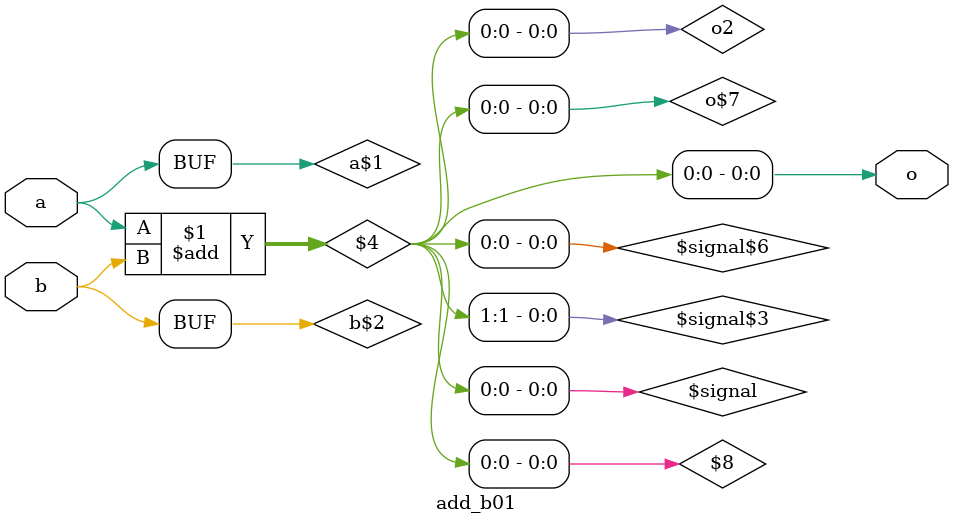
<source format=v>

/* --------------------------------------------------------------------------- */
/* Generated by Yosys 0.23 (git sha1 7ce5011c24b) */

(* \amaranth.hierarchy  = "add_b01" *)
(* top =  1  *)
(* generator = "Amaranth" *)
module add_b01(b, o, a);
  (* src = "tech/none.py:18" *)
  wire [1:0] \$4 ;
  (* src = "tech/none.py:9" *)
  wire \$8 ;
  (* src = "adder.py:41" *)
  wire \$signal ;
  (* src = "adder.py:42" *)
  wire \$signal$3 ;
  (* src = "adder.py:48" *)
  wire \$signal$6 ;
  (* src = "adder.py:8" *)
  input a;
  wire a;
  (* src = "adder.py:26" *)
  wire \a$1 ;
  (* src = "adder.py:9" *)
  input b;
  wire b;
  (* src = "adder.py:27" *)
  wire \b$2 ;
  (* src = "adder.py:10" *)
  output o;
  wire o;
  (* src = "adder.py:60" *)
  wire \o$7 ;
  (* src = "adder.py:65" *)
  wire o2;
  assign \$4  = \a$1  + (* src = "tech/none.py:18" *) \b$2 ;
  assign o = o2;
  assign o2 = \o$7 ;
  assign \o$7  = \$8 ;
  assign \$signal$6  = \$signal ;
  assign { \$signal$3 , \$signal  } = \$4 ;
  assign \b$2  = b;
  assign \a$1  = a;
  assign \$8  = \$4 [0];
endmodule

/* --------------------------------------------------------------------------- */
/* Generated by Yosys 0.23 (git sha1 7ce5011c24b) */

(* \amaranth.hierarchy  = "add_b02" *)
(* top =  1  *)
(* generator = "Amaranth" *)
module add_b02(b, o, a);
  (* src = "tech/none.py:6" *)
  wire \$12 ;
  (* src = "tech/none.py:23" *)
  wire \$14 ;
  (* src = "tech/none.py:23" *)
  wire \$16 ;
  (* src = "tech/none.py:9" *)
  wire \$19 ;
  (* src = "tech/none.py:9" *)
  wire \$21 ;
  (* src = "tech/none.py:18" *)
  wire [1:0] \$4 ;
  (* src = "tech/none.py:18" *)
  wire [1:0] \$8 ;
  (* src = "adder.py:41" *)
  wire \$signal ;
  (* src = "adder.py:48" *)
  wire \$signal$10 ;
  (* src = "adder.py:48" *)
  wire \$signal$11 ;
  (* src = "adder.py:42" *)
  wire \$signal$3 ;
  (* src = "adder.py:41" *)
  wire \$signal$6 ;
  (* src = "adder.py:42" *)
  wire \$signal$7 ;
  (* src = "adder.py:8" *)
  input [1:0] a;
  wire [1:0] a;
  (* src = "adder.py:26" *)
  wire [1:0] \a$1 ;
  (* src = "adder.py:9" *)
  input [1:0] b;
  wire [1:0] b;
  (* src = "adder.py:27" *)
  wire [1:0] \b$2 ;
  (* src = "adder.py:126" *)
  wire g_new;
  (* src = "adder.py:10" *)
  output [1:0] o;
  wire [1:0] o;
  (* src = "adder.py:60" *)
  wire [1:0] \o$18 ;
  (* src = "adder.py:65" *)
  wire [1:0] o2;
  (* src = "adder.py:125" *)
  wire p_new;
  assign \$12  = \$signal  & (* src = "tech/none.py:6" *) \$signal$6 ;
  assign \$14  = \$signal$6  & (* src = "tech/none.py:23" *) \$signal$3 ;
  assign \$16  = \$14  | (* src = "tech/none.py:23" *) \$signal$7 ;
  assign \$21  = \$signal$11  ^ (* src = "tech/none.py:9" *) \$signal$3 ;
  assign \$4  = \a$1 [0] + (* src = "tech/none.py:18" *) \b$2 [0];
  assign \$8  = \a$1 [1] + (* src = "tech/none.py:18" *) \b$2 [1];
  assign o = o2;
  assign o2 = \o$18 ;
  assign \o$18 [1] = \$21 ;
  assign \o$18 [0] = \$19 ;
  assign g_new = \$16 ;
  assign p_new = \$12 ;
  assign \$signal$11  = \$signal$6 ;
  assign \$signal$10  = \$signal ;
  assign { \$signal$7 , \$signal$6  } = \$8 ;
  assign { \$signal$3 , \$signal  } = \$4 ;
  assign \b$2  = b;
  assign \a$1  = a;
  assign \$19  = \$4 [0];
endmodule

/* --------------------------------------------------------------------------- */
/* Generated by Yosys 0.23 (git sha1 7ce5011c24b) */

(* \amaranth.hierarchy  = "add_b03" *)
(* top =  1  *)
(* generator = "Amaranth" *)
module add_b03(b, o, a);
  (* src = "tech/none.py:18" *)
  wire [1:0] \$12 ;
  (* src = "tech/none.py:6" *)
  wire \$17 ;
  (* src = "tech/none.py:23" *)
  wire \$19 ;
  (* src = "tech/none.py:23" *)
  wire \$21 ;
  (* src = "tech/none.py:9" *)
  wire \$24 ;
  (* src = "tech/none.py:9" *)
  wire \$26 ;
  (* src = "tech/none.py:9" *)
  wire \$28 ;
  (* src = "tech/none.py:18" *)
  wire [1:0] \$4 ;
  (* src = "tech/none.py:18" *)
  wire [1:0] \$8 ;
  (* src = "adder.py:41" *)
  wire \$signal ;
  (* src = "adder.py:41" *)
  wire \$signal$10 ;
  (* src = "adder.py:42" *)
  wire \$signal$11 ;
  (* src = "adder.py:48" *)
  wire \$signal$14 ;
  (* src = "adder.py:48" *)
  wire \$signal$15 ;
  (* src = "adder.py:48" *)
  wire \$signal$16 ;
  (* src = "adder.py:42" *)
  wire \$signal$3 ;
  (* src = "adder.py:41" *)
  wire \$signal$6 ;
  (* src = "adder.py:42" *)
  wire \$signal$7 ;
  (* src = "adder.py:8" *)
  input [2:0] a;
  wire [2:0] a;
  (* src = "adder.py:26" *)
  wire [2:0] \a$1 ;
  (* src = "adder.py:9" *)
  input [2:0] b;
  wire [2:0] b;
  (* src = "adder.py:27" *)
  wire [2:0] \b$2 ;
  (* src = "adder.py:126" *)
  wire g_new;
  (* src = "adder.py:10" *)
  output [2:0] o;
  wire [2:0] o;
  (* src = "adder.py:60" *)
  wire [2:0] \o$23 ;
  (* src = "adder.py:65" *)
  wire [2:0] o2;
  (* src = "adder.py:125" *)
  wire p_new;
  assign \$12  = \a$1 [2] + (* src = "tech/none.py:18" *) \b$2 [2];
  assign \$17  = \$signal  & (* src = "tech/none.py:6" *) \$signal$6 ;
  assign \$19  = \$signal$6  & (* src = "tech/none.py:23" *) \$signal$3 ;
  assign \$21  = \$19  | (* src = "tech/none.py:23" *) \$signal$7 ;
  assign \$26  = \$signal$15  ^ (* src = "tech/none.py:9" *) \$signal$3 ;
  assign \$28  = \$signal$16  ^ (* src = "tech/none.py:9" *) g_new;
  assign \$4  = \a$1 [0] + (* src = "tech/none.py:18" *) \b$2 [0];
  assign \$8  = \a$1 [1] + (* src = "tech/none.py:18" *) \b$2 [1];
  assign o = o2;
  assign o2 = \o$23 ;
  assign \o$23 [2] = \$28 ;
  assign \o$23 [1] = \$26 ;
  assign \o$23 [0] = \$24 ;
  assign g_new = \$21 ;
  assign p_new = \$17 ;
  assign \$signal$16  = \$signal$10 ;
  assign \$signal$15  = \$signal$6 ;
  assign \$signal$14  = \$signal ;
  assign { \$signal$11 , \$signal$10  } = \$12 ;
  assign { \$signal$7 , \$signal$6  } = \$8 ;
  assign { \$signal$3 , \$signal  } = \$4 ;
  assign \b$2  = b;
  assign \a$1  = a;
  assign \$24  = \$4 [0];
endmodule

/* --------------------------------------------------------------------------- */
/* Generated by Yosys 0.23 (git sha1 7ce5011c24b) */

(* \amaranth.hierarchy  = "add_b04" *)
(* top =  1  *)
(* generator = "Amaranth" *)
module add_b04(b, o, a);
  (* src = "tech/none.py:18" *)
  wire [1:0] \$12 ;
  (* src = "tech/none.py:18" *)
  wire [1:0] \$16 ;
  (* src = "tech/none.py:6" *)
  wire \$22 ;
  (* src = "tech/none.py:23" *)
  wire \$24 ;
  (* src = "tech/none.py:23" *)
  wire \$26 ;
  (* src = "tech/none.py:6" *)
  wire \$29 ;
  (* src = "tech/none.py:23" *)
  wire \$32 ;
  (* src = "tech/none.py:23" *)
  wire \$34 ;
  (* src = "tech/none.py:6" *)
  wire \$37 ;
  (* src = "tech/none.py:18" *)
  wire [1:0] \$4 ;
  (* src = "tech/none.py:23" *)
  wire \$40 ;
  (* src = "tech/none.py:23" *)
  wire \$42 ;
  (* src = "tech/none.py:23" *)
  wire \$45 ;
  (* src = "tech/none.py:23" *)
  wire \$47 ;
  (* src = "tech/none.py:9" *)
  wire \$50 ;
  (* src = "tech/none.py:9" *)
  wire \$52 ;
  (* src = "tech/none.py:9" *)
  wire \$54 ;
  (* src = "tech/none.py:9" *)
  wire \$56 ;
  (* src = "tech/none.py:18" *)
  wire [1:0] \$8 ;
  (* src = "adder.py:41" *)
  wire \$signal ;
  (* src = "adder.py:41" *)
  wire \$signal$10 ;
  (* src = "adder.py:42" *)
  wire \$signal$11 ;
  (* src = "adder.py:41" *)
  wire \$signal$14 ;
  (* src = "adder.py:42" *)
  wire \$signal$15 ;
  (* src = "adder.py:48" *)
  wire \$signal$18 ;
  (* src = "adder.py:48" *)
  wire \$signal$19 ;
  (* src = "adder.py:48" *)
  wire \$signal$20 ;
  (* src = "adder.py:48" *)
  wire \$signal$21 ;
  (* src = "adder.py:42" *)
  wire \$signal$3 ;
  (* src = "adder.py:41" *)
  wire \$signal$6 ;
  (* src = "adder.py:42" *)
  wire \$signal$7 ;
  (* src = "adder.py:8" *)
  input [3:0] a;
  wire [3:0] a;
  (* src = "adder.py:26" *)
  wire [3:0] \a$1 ;
  (* src = "adder.py:9" *)
  input [3:0] b;
  wire [3:0] b;
  (* src = "adder.py:27" *)
  wire [3:0] \b$2 ;
  (* src = "adder.py:126" *)
  wire g_new;
  (* src = "adder.py:126" *)
  wire \g_new$31 ;
  (* src = "adder.py:126" *)
  wire \g_new$39 ;
  (* src = "adder.py:135" *)
  wire \g_new$44 ;
  (* src = "adder.py:10" *)
  output [3:0] o;
  wire [3:0] o;
  (* src = "adder.py:60" *)
  wire [3:0] \o$49 ;
  (* src = "adder.py:65" *)
  wire [3:0] o2;
  (* src = "adder.py:125" *)
  wire p_new;
  (* src = "adder.py:125" *)
  wire \p_new$28 ;
  (* src = "adder.py:125" *)
  wire \p_new$36 ;
  assign \$12  = \a$1 [2] + (* src = "tech/none.py:18" *) \b$2 [2];
  assign \$16  = \a$1 [3] + (* src = "tech/none.py:18" *) \b$2 [3];
  assign \$22  = \$signal$10  & (* src = "tech/none.py:6" *) \$signal$14 ;
  assign \$24  = \$signal$14  & (* src = "tech/none.py:23" *) \$signal$11 ;
  assign \$26  = \$24  | (* src = "tech/none.py:23" *) \$signal$15 ;
  assign \$29  = \$signal  & (* src = "tech/none.py:6" *) \$signal$6 ;
  assign \$32  = \$signal$6  & (* src = "tech/none.py:23" *) \$signal$3 ;
  assign \$34  = \$32  | (* src = "tech/none.py:23" *) \$signal$7 ;
  assign \$37  = \p_new$28  & (* src = "tech/none.py:6" *) p_new;
  assign \$40  = p_new & (* src = "tech/none.py:23" *) \g_new$31 ;
  assign \$42  = \$40  | (* src = "tech/none.py:23" *) g_new;
  assign \$45  = \$signal$10  & (* src = "tech/none.py:23" *) \g_new$31 ;
  assign \$47  = \$45  | (* src = "tech/none.py:23" *) \$signal$11 ;
  assign \$4  = \a$1 [0] + (* src = "tech/none.py:18" *) \b$2 [0];
  assign \$52  = \$signal$19  ^ (* src = "tech/none.py:9" *) \$signal$3 ;
  assign \$54  = \$signal$20  ^ (* src = "tech/none.py:9" *) \g_new$31 ;
  assign \$56  = \$signal$21  ^ (* src = "tech/none.py:9" *) \g_new$44 ;
  assign \$8  = \a$1 [1] + (* src = "tech/none.py:18" *) \b$2 [1];
  assign o = o2;
  assign o2 = \o$49 ;
  assign \o$49 [3] = \$56 ;
  assign \o$49 [2] = \$54 ;
  assign \o$49 [1] = \$52 ;
  assign \o$49 [0] = \$50 ;
  assign \g_new$44  = \$47 ;
  assign \g_new$39  = \$42 ;
  assign \p_new$36  = \$37 ;
  assign \g_new$31  = \$34 ;
  assign \p_new$28  = \$29 ;
  assign g_new = \$26 ;
  assign p_new = \$22 ;
  assign \$signal$21  = \$signal$14 ;
  assign \$signal$20  = \$signal$10 ;
  assign \$signal$19  = \$signal$6 ;
  assign \$signal$18  = \$signal ;
  assign { \$signal$15 , \$signal$14  } = \$16 ;
  assign { \$signal$11 , \$signal$10  } = \$12 ;
  assign { \$signal$7 , \$signal$6  } = \$8 ;
  assign { \$signal$3 , \$signal  } = \$4 ;
  assign \b$2  = b;
  assign \a$1  = a;
  assign \$50  = \$4 [0];
endmodule

/* --------------------------------------------------------------------------- */
/* Generated by Yosys 0.23 (git sha1 7ce5011c24b) */

(* \amaranth.hierarchy  = "add_b05" *)
(* top =  1  *)
(* generator = "Amaranth" *)
module add_b05(b, o, a);
  (* src = "tech/none.py:18" *)
  wire [1:0] \$12 ;
  (* src = "tech/none.py:18" *)
  wire [1:0] \$16 ;
  (* src = "tech/none.py:18" *)
  wire [1:0] \$20 ;
  (* src = "tech/none.py:6" *)
  wire \$27 ;
  (* src = "tech/none.py:23" *)
  wire \$29 ;
  (* src = "tech/none.py:23" *)
  wire \$31 ;
  (* src = "tech/none.py:6" *)
  wire \$34 ;
  (* src = "tech/none.py:23" *)
  wire \$37 ;
  (* src = "tech/none.py:23" *)
  wire \$39 ;
  (* src = "tech/none.py:18" *)
  wire [1:0] \$4 ;
  (* src = "tech/none.py:6" *)
  wire \$42 ;
  (* src = "tech/none.py:23" *)
  wire \$45 ;
  (* src = "tech/none.py:23" *)
  wire \$47 ;
  (* src = "tech/none.py:23" *)
  wire \$50 ;
  (* src = "tech/none.py:23" *)
  wire \$52 ;
  (* src = "tech/none.py:9" *)
  wire \$55 ;
  (* src = "tech/none.py:9" *)
  wire \$57 ;
  (* src = "tech/none.py:9" *)
  wire \$59 ;
  (* src = "tech/none.py:9" *)
  wire \$61 ;
  (* src = "tech/none.py:9" *)
  wire \$63 ;
  (* src = "tech/none.py:18" *)
  wire [1:0] \$8 ;
  (* src = "adder.py:41" *)
  wire \$signal ;
  (* src = "adder.py:41" *)
  wire \$signal$10 ;
  (* src = "adder.py:42" *)
  wire \$signal$11 ;
  (* src = "adder.py:41" *)
  wire \$signal$14 ;
  (* src = "adder.py:42" *)
  wire \$signal$15 ;
  (* src = "adder.py:41" *)
  wire \$signal$18 ;
  (* src = "adder.py:42" *)
  wire \$signal$19 ;
  (* src = "adder.py:48" *)
  wire \$signal$22 ;
  (* src = "adder.py:48" *)
  wire \$signal$23 ;
  (* src = "adder.py:48" *)
  wire \$signal$24 ;
  (* src = "adder.py:48" *)
  wire \$signal$25 ;
  (* src = "adder.py:48" *)
  wire \$signal$26 ;
  (* src = "adder.py:42" *)
  wire \$signal$3 ;
  (* src = "adder.py:41" *)
  wire \$signal$6 ;
  (* src = "adder.py:42" *)
  wire \$signal$7 ;
  (* src = "adder.py:8" *)
  input [4:0] a;
  wire [4:0] a;
  (* src = "adder.py:26" *)
  wire [4:0] \a$1 ;
  (* src = "adder.py:9" *)
  input [4:0] b;
  wire [4:0] b;
  (* src = "adder.py:27" *)
  wire [4:0] \b$2 ;
  (* src = "adder.py:126" *)
  wire g_new;
  (* src = "adder.py:126" *)
  wire \g_new$36 ;
  (* src = "adder.py:126" *)
  wire \g_new$44 ;
  (* src = "adder.py:135" *)
  wire \g_new$49 ;
  (* src = "adder.py:10" *)
  output [4:0] o;
  wire [4:0] o;
  (* src = "adder.py:60" *)
  wire [4:0] \o$54 ;
  (* src = "adder.py:65" *)
  wire [4:0] o2;
  (* src = "adder.py:125" *)
  wire p_new;
  (* src = "adder.py:125" *)
  wire \p_new$33 ;
  (* src = "adder.py:125" *)
  wire \p_new$41 ;
  assign \$12  = \a$1 [2] + (* src = "tech/none.py:18" *) \b$2 [2];
  assign \$16  = \a$1 [3] + (* src = "tech/none.py:18" *) \b$2 [3];
  assign \$20  = \a$1 [4] + (* src = "tech/none.py:18" *) \b$2 [4];
  assign \$27  = \$signal$10  & (* src = "tech/none.py:6" *) \$signal$14 ;
  assign \$29  = \$signal$14  & (* src = "tech/none.py:23" *) \$signal$11 ;
  assign \$31  = \$29  | (* src = "tech/none.py:23" *) \$signal$15 ;
  assign \$34  = \$signal  & (* src = "tech/none.py:6" *) \$signal$6 ;
  assign \$37  = \$signal$6  & (* src = "tech/none.py:23" *) \$signal$3 ;
  assign \$39  = \$37  | (* src = "tech/none.py:23" *) \$signal$7 ;
  assign \$42  = \p_new$33  & (* src = "tech/none.py:6" *) p_new;
  assign \$45  = p_new & (* src = "tech/none.py:23" *) \g_new$36 ;
  assign \$47  = \$45  | (* src = "tech/none.py:23" *) g_new;
  assign \$4  = \a$1 [0] + (* src = "tech/none.py:18" *) \b$2 [0];
  assign \$50  = \p_new$41  & (* src = "tech/none.py:23" *) \$signal$11 ;
  assign \$52  = \$50  | (* src = "tech/none.py:23" *) \g_new$44 ;
  assign \$57  = \$signal$23  ^ (* src = "tech/none.py:9" *) \$signal$3 ;
  assign \$59  = \$signal$24  ^ (* src = "tech/none.py:9" *) \g_new$36 ;
  assign \$61  = \$signal$25  ^ (* src = "tech/none.py:9" *) \$signal$11 ;
  assign \$63  = \$signal$26  ^ (* src = "tech/none.py:9" *) \g_new$49 ;
  assign \$8  = \a$1 [1] + (* src = "tech/none.py:18" *) \b$2 [1];
  assign o = o2;
  assign o2 = \o$54 ;
  assign \o$54 [4] = \$63 ;
  assign \o$54 [3] = \$61 ;
  assign \o$54 [2] = \$59 ;
  assign \o$54 [1] = \$57 ;
  assign \o$54 [0] = \$55 ;
  assign \g_new$49  = \$52 ;
  assign \g_new$44  = \$47 ;
  assign \p_new$41  = \$42 ;
  assign \g_new$36  = \$39 ;
  assign \p_new$33  = \$34 ;
  assign g_new = \$31 ;
  assign p_new = \$27 ;
  assign \$signal$26  = \$signal$18 ;
  assign \$signal$25  = \$signal$14 ;
  assign \$signal$24  = \$signal$10 ;
  assign \$signal$23  = \$signal$6 ;
  assign \$signal$22  = \$signal ;
  assign { \$signal$19 , \$signal$18  } = \$20 ;
  assign { \$signal$15 , \$signal$14  } = \$16 ;
  assign { \$signal$11 , \$signal$10  } = \$12 ;
  assign { \$signal$7 , \$signal$6  } = \$8 ;
  assign { \$signal$3 , \$signal  } = \$4 ;
  assign \b$2  = b;
  assign \a$1  = a;
  assign \$55  = \$4 [0];
endmodule

/* --------------------------------------------------------------------------- */
/* Generated by Yosys 0.23 (git sha1 7ce5011c24b) */

(* \amaranth.hierarchy  = "add_b06" *)
(* top =  1  *)
(* generator = "Amaranth" *)
module add_b06(b, o, a);
  (* src = "tech/none.py:18" *)
  wire [1:0] \$12 ;
  (* src = "tech/none.py:18" *)
  wire [1:0] \$16 ;
  (* src = "tech/none.py:18" *)
  wire [1:0] \$20 ;
  (* src = "tech/none.py:18" *)
  wire [1:0] \$24 ;
  (* src = "tech/none.py:6" *)
  wire \$32 ;
  (* src = "tech/none.py:23" *)
  wire \$34 ;
  (* src = "tech/none.py:23" *)
  wire \$36 ;
  (* src = "tech/none.py:6" *)
  wire \$39 ;
  (* src = "tech/none.py:18" *)
  wire [1:0] \$4 ;
  (* src = "tech/none.py:23" *)
  wire \$42 ;
  (* src = "tech/none.py:23" *)
  wire \$44 ;
  (* src = "tech/none.py:6" *)
  wire \$47 ;
  (* src = "tech/none.py:23" *)
  wire \$50 ;
  (* src = "tech/none.py:23" *)
  wire \$52 ;
  (* src = "tech/none.py:6" *)
  wire \$55 ;
  (* src = "tech/none.py:23" *)
  wire \$58 ;
  (* src = "tech/none.py:23" *)
  wire \$60 ;
  (* src = "tech/none.py:6" *)
  wire \$63 ;
  (* src = "tech/none.py:23" *)
  wire \$66 ;
  (* src = "tech/none.py:23" *)
  wire \$68 ;
  (* src = "tech/none.py:23" *)
  wire \$71 ;
  (* src = "tech/none.py:23" *)
  wire \$73 ;
  (* src = "tech/none.py:23" *)
  wire \$76 ;
  (* src = "tech/none.py:23" *)
  wire \$78 ;
  (* src = "tech/none.py:18" *)
  wire [1:0] \$8 ;
  (* src = "tech/none.py:9" *)
  wire \$81 ;
  (* src = "tech/none.py:9" *)
  wire \$83 ;
  (* src = "tech/none.py:9" *)
  wire \$85 ;
  (* src = "tech/none.py:9" *)
  wire \$87 ;
  (* src = "tech/none.py:9" *)
  wire \$89 ;
  (* src = "tech/none.py:9" *)
  wire \$91 ;
  (* src = "adder.py:41" *)
  wire \$signal ;
  (* src = "adder.py:41" *)
  wire \$signal$10 ;
  (* src = "adder.py:42" *)
  wire \$signal$11 ;
  (* src = "adder.py:41" *)
  wire \$signal$14 ;
  (* src = "adder.py:42" *)
  wire \$signal$15 ;
  (* src = "adder.py:41" *)
  wire \$signal$18 ;
  (* src = "adder.py:42" *)
  wire \$signal$19 ;
  (* src = "adder.py:41" *)
  wire \$signal$22 ;
  (* src = "adder.py:42" *)
  wire \$signal$23 ;
  (* src = "adder.py:48" *)
  wire \$signal$26 ;
  (* src = "adder.py:48" *)
  wire \$signal$27 ;
  (* src = "adder.py:48" *)
  wire \$signal$28 ;
  (* src = "adder.py:48" *)
  wire \$signal$29 ;
  (* src = "adder.py:42" *)
  wire \$signal$3 ;
  (* src = "adder.py:48" *)
  wire \$signal$30 ;
  (* src = "adder.py:48" *)
  wire \$signal$31 ;
  (* src = "adder.py:41" *)
  wire \$signal$6 ;
  (* src = "adder.py:42" *)
  wire \$signal$7 ;
  (* src = "adder.py:8" *)
  input [5:0] a;
  wire [5:0] a;
  (* src = "adder.py:26" *)
  wire [5:0] \a$1 ;
  (* src = "adder.py:9" *)
  input [5:0] b;
  wire [5:0] b;
  (* src = "adder.py:27" *)
  wire [5:0] \b$2 ;
  (* src = "adder.py:126" *)
  wire g_new;
  (* src = "adder.py:126" *)
  wire \g_new$41 ;
  (* src = "adder.py:126" *)
  wire \g_new$49 ;
  (* src = "adder.py:126" *)
  wire \g_new$57 ;
  (* src = "adder.py:126" *)
  wire \g_new$65 ;
  (* src = "adder.py:135" *)
  wire \g_new$70 ;
  (* src = "adder.py:135" *)
  wire \g_new$75 ;
  (* src = "adder.py:10" *)
  output [5:0] o;
  wire [5:0] o;
  (* src = "adder.py:60" *)
  wire [5:0] \o$80 ;
  (* src = "adder.py:65" *)
  wire [5:0] o2;
  (* src = "adder.py:125" *)
  wire p_new;
  (* src = "adder.py:125" *)
  wire \p_new$38 ;
  (* src = "adder.py:125" *)
  wire \p_new$46 ;
  (* src = "adder.py:125" *)
  wire \p_new$54 ;
  (* src = "adder.py:125" *)
  wire \p_new$62 ;
  assign \$12  = \a$1 [2] + (* src = "tech/none.py:18" *) \b$2 [2];
  assign \$16  = \a$1 [3] + (* src = "tech/none.py:18" *) \b$2 [3];
  assign \$20  = \a$1 [4] + (* src = "tech/none.py:18" *) \b$2 [4];
  assign \$24  = \a$1 [5] + (* src = "tech/none.py:18" *) \b$2 [5];
  assign \$32  = \$signal$18  & (* src = "tech/none.py:6" *) \$signal$22 ;
  assign \$34  = \$signal$22  & (* src = "tech/none.py:23" *) \$signal$19 ;
  assign \$36  = \$34  | (* src = "tech/none.py:23" *) \$signal$23 ;
  assign \$39  = \$signal$10  & (* src = "tech/none.py:6" *) \$signal$14 ;
  assign \$42  = \$signal$14  & (* src = "tech/none.py:23" *) \$signal$11 ;
  assign \$44  = \$42  | (* src = "tech/none.py:23" *) \$signal$15 ;
  assign \$47  = \$signal  & (* src = "tech/none.py:6" *) \$signal$6 ;
  assign \$4  = \a$1 [0] + (* src = "tech/none.py:18" *) \b$2 [0];
  assign \$50  = \$signal$6  & (* src = "tech/none.py:23" *) \$signal$3 ;
  assign \$52  = \$50  | (* src = "tech/none.py:23" *) \$signal$7 ;
  assign \$55  = \p_new$38  & (* src = "tech/none.py:6" *) p_new;
  assign \$58  = p_new & (* src = "tech/none.py:23" *) \g_new$41 ;
  assign \$60  = \$58  | (* src = "tech/none.py:23" *) g_new;
  assign \$63  = \p_new$46  & (* src = "tech/none.py:6" *) \p_new$38 ;
  assign \$66  = \p_new$38  & (* src = "tech/none.py:23" *) \g_new$49 ;
  assign \$68  = \$66  | (* src = "tech/none.py:23" *) \g_new$41 ;
  assign \$71  = \$signal$18  & (* src = "tech/none.py:23" *) \g_new$65 ;
  assign \$73  = \$71  | (* src = "tech/none.py:23" *) \$signal$19 ;
  assign \$76  = \$signal$10  & (* src = "tech/none.py:23" *) \g_new$49 ;
  assign \$78  = \$76  | (* src = "tech/none.py:23" *) \$signal$11 ;
  assign \$83  = \$signal$27  ^ (* src = "tech/none.py:9" *) \$signal$3 ;
  assign \$85  = \$signal$28  ^ (* src = "tech/none.py:9" *) \g_new$49 ;
  assign \$87  = \$signal$29  ^ (* src = "tech/none.py:9" *) \g_new$75 ;
  assign \$8  = \a$1 [1] + (* src = "tech/none.py:18" *) \b$2 [1];
  assign \$89  = \$signal$30  ^ (* src = "tech/none.py:9" *) \g_new$65 ;
  assign \$91  = \$signal$31  ^ (* src = "tech/none.py:9" *) \g_new$70 ;
  assign o = o2;
  assign o2 = \o$80 ;
  assign \o$80 [5] = \$91 ;
  assign \o$80 [4] = \$89 ;
  assign \o$80 [3] = \$87 ;
  assign \o$80 [2] = \$85 ;
  assign \o$80 [1] = \$83 ;
  assign \o$80 [0] = \$81 ;
  assign \g_new$75  = \$78 ;
  assign \g_new$70  = \$73 ;
  assign \g_new$65  = \$68 ;
  assign \p_new$62  = \$63 ;
  assign \g_new$57  = \$60 ;
  assign \p_new$54  = \$55 ;
  assign \g_new$49  = \$52 ;
  assign \p_new$46  = \$47 ;
  assign \g_new$41  = \$44 ;
  assign \p_new$38  = \$39 ;
  assign g_new = \$36 ;
  assign p_new = \$32 ;
  assign \$signal$31  = \$signal$22 ;
  assign \$signal$30  = \$signal$18 ;
  assign \$signal$29  = \$signal$14 ;
  assign \$signal$28  = \$signal$10 ;
  assign \$signal$27  = \$signal$6 ;
  assign \$signal$26  = \$signal ;
  assign { \$signal$23 , \$signal$22  } = \$24 ;
  assign { \$signal$19 , \$signal$18  } = \$20 ;
  assign { \$signal$15 , \$signal$14  } = \$16 ;
  assign { \$signal$11 , \$signal$10  } = \$12 ;
  assign { \$signal$7 , \$signal$6  } = \$8 ;
  assign { \$signal$3 , \$signal  } = \$4 ;
  assign \b$2  = b;
  assign \a$1  = a;
  assign \$81  = \$4 [0];
endmodule

/* --------------------------------------------------------------------------- */
/* Generated by Yosys 0.23 (git sha1 7ce5011c24b) */

(* \amaranth.hierarchy  = "add_b07" *)
(* top =  1  *)
(* generator = "Amaranth" *)
module add_b07(b, o, a);
  (* src = "tech/none.py:18" *)
  wire [1:0] \$12 ;
  (* src = "tech/none.py:18" *)
  wire [1:0] \$16 ;
  (* src = "tech/none.py:18" *)
  wire [1:0] \$20 ;
  (* src = "tech/none.py:18" *)
  wire [1:0] \$24 ;
  (* src = "tech/none.py:18" *)
  wire [1:0] \$28 ;
  (* src = "tech/none.py:6" *)
  wire \$37 ;
  (* src = "tech/none.py:23" *)
  wire \$39 ;
  (* src = "tech/none.py:18" *)
  wire [1:0] \$4 ;
  (* src = "tech/none.py:23" *)
  wire \$41 ;
  (* src = "tech/none.py:6" *)
  wire \$44 ;
  (* src = "tech/none.py:23" *)
  wire \$47 ;
  (* src = "tech/none.py:23" *)
  wire \$49 ;
  (* src = "tech/none.py:6" *)
  wire \$52 ;
  (* src = "tech/none.py:23" *)
  wire \$55 ;
  (* src = "tech/none.py:23" *)
  wire \$57 ;
  (* src = "tech/none.py:6" *)
  wire \$60 ;
  (* src = "tech/none.py:23" *)
  wire \$63 ;
  (* src = "tech/none.py:23" *)
  wire \$65 ;
  (* src = "tech/none.py:6" *)
  wire \$68 ;
  (* src = "tech/none.py:23" *)
  wire \$71 ;
  (* src = "tech/none.py:23" *)
  wire \$73 ;
  (* src = "tech/none.py:23" *)
  wire \$76 ;
  (* src = "tech/none.py:23" *)
  wire \$78 ;
  (* src = "tech/none.py:18" *)
  wire [1:0] \$8 ;
  (* src = "tech/none.py:23" *)
  wire \$81 ;
  (* src = "tech/none.py:23" *)
  wire \$83 ;
  (* src = "tech/none.py:9" *)
  wire \$86 ;
  (* src = "tech/none.py:9" *)
  wire \$88 ;
  (* src = "tech/none.py:9" *)
  wire \$90 ;
  (* src = "tech/none.py:9" *)
  wire \$92 ;
  (* src = "tech/none.py:9" *)
  wire \$94 ;
  (* src = "tech/none.py:9" *)
  wire \$96 ;
  (* src = "tech/none.py:9" *)
  wire \$98 ;
  (* src = "adder.py:41" *)
  wire \$signal ;
  (* src = "adder.py:41" *)
  wire \$signal$10 ;
  (* src = "adder.py:42" *)
  wire \$signal$11 ;
  (* src = "adder.py:41" *)
  wire \$signal$14 ;
  (* src = "adder.py:42" *)
  wire \$signal$15 ;
  (* src = "adder.py:41" *)
  wire \$signal$18 ;
  (* src = "adder.py:42" *)
  wire \$signal$19 ;
  (* src = "adder.py:41" *)
  wire \$signal$22 ;
  (* src = "adder.py:42" *)
  wire \$signal$23 ;
  (* src = "adder.py:41" *)
  wire \$signal$26 ;
  (* src = "adder.py:42" *)
  wire \$signal$27 ;
  (* src = "adder.py:42" *)
  wire \$signal$3 ;
  (* src = "adder.py:48" *)
  wire \$signal$30 ;
  (* src = "adder.py:48" *)
  wire \$signal$31 ;
  (* src = "adder.py:48" *)
  wire \$signal$32 ;
  (* src = "adder.py:48" *)
  wire \$signal$33 ;
  (* src = "adder.py:48" *)
  wire \$signal$34 ;
  (* src = "adder.py:48" *)
  wire \$signal$35 ;
  (* src = "adder.py:48" *)
  wire \$signal$36 ;
  (* src = "adder.py:41" *)
  wire \$signal$6 ;
  (* src = "adder.py:42" *)
  wire \$signal$7 ;
  (* src = "adder.py:8" *)
  input [6:0] a;
  wire [6:0] a;
  (* src = "adder.py:26" *)
  wire [6:0] \a$1 ;
  (* src = "adder.py:9" *)
  input [6:0] b;
  wire [6:0] b;
  (* src = "adder.py:27" *)
  wire [6:0] \b$2 ;
  (* src = "adder.py:126" *)
  wire g_new;
  (* src = "adder.py:126" *)
  wire \g_new$46 ;
  (* src = "adder.py:126" *)
  wire \g_new$54 ;
  (* src = "adder.py:126" *)
  wire \g_new$62 ;
  (* src = "adder.py:126" *)
  wire \g_new$70 ;
  (* src = "adder.py:135" *)
  wire \g_new$75 ;
  (* src = "adder.py:135" *)
  wire \g_new$80 ;
  (* src = "adder.py:10" *)
  output [6:0] o;
  wire [6:0] o;
  (* src = "adder.py:60" *)
  wire [6:0] \o$85 ;
  (* src = "adder.py:65" *)
  wire [6:0] o2;
  (* src = "adder.py:125" *)
  wire p_new;
  (* src = "adder.py:125" *)
  wire \p_new$43 ;
  (* src = "adder.py:125" *)
  wire \p_new$51 ;
  (* src = "adder.py:125" *)
  wire \p_new$59 ;
  (* src = "adder.py:125" *)
  wire \p_new$67 ;
  assign \$12  = \a$1 [2] + (* src = "tech/none.py:18" *) \b$2 [2];
  assign \$16  = \a$1 [3] + (* src = "tech/none.py:18" *) \b$2 [3];
  assign \$20  = \a$1 [4] + (* src = "tech/none.py:18" *) \b$2 [4];
  assign \$24  = \a$1 [5] + (* src = "tech/none.py:18" *) \b$2 [5];
  assign \$28  = \a$1 [6] + (* src = "tech/none.py:18" *) \b$2 [6];
  assign \$37  = \$signal$18  & (* src = "tech/none.py:6" *) \$signal$22 ;
  assign \$39  = \$signal$22  & (* src = "tech/none.py:23" *) \$signal$19 ;
  assign \$41  = \$39  | (* src = "tech/none.py:23" *) \$signal$23 ;
  assign \$44  = \$signal$10  & (* src = "tech/none.py:6" *) \$signal$14 ;
  assign \$47  = \$signal$14  & (* src = "tech/none.py:23" *) \$signal$11 ;
  assign \$4  = \a$1 [0] + (* src = "tech/none.py:18" *) \b$2 [0];
  assign \$49  = \$47  | (* src = "tech/none.py:23" *) \$signal$15 ;
  assign \$52  = \$signal  & (* src = "tech/none.py:6" *) \$signal$6 ;
  assign \$55  = \$signal$6  & (* src = "tech/none.py:23" *) \$signal$3 ;
  assign \$57  = \$55  | (* src = "tech/none.py:23" *) \$signal$7 ;
  assign \$60  = \p_new$43  & (* src = "tech/none.py:6" *) p_new;
  assign \$63  = p_new & (* src = "tech/none.py:23" *) \g_new$46 ;
  assign \$65  = \$63  | (* src = "tech/none.py:23" *) g_new;
  assign \$68  = \p_new$51  & (* src = "tech/none.py:6" *) \p_new$43 ;
  assign \$71  = \p_new$43  & (* src = "tech/none.py:23" *) \g_new$54 ;
  assign \$73  = \$71  | (* src = "tech/none.py:23" *) \g_new$46 ;
  assign \$76  = \p_new$59  & (* src = "tech/none.py:23" *) \$signal$19 ;
  assign \$78  = \$76  | (* src = "tech/none.py:23" *) \g_new$62 ;
  assign \$81  = \p_new$67  & (* src = "tech/none.py:23" *) \$signal$11 ;
  assign \$83  = \$81  | (* src = "tech/none.py:23" *) \g_new$70 ;
  assign \$88  = \$signal$31  ^ (* src = "tech/none.py:9" *) \$signal$3 ;
  assign \$8  = \a$1 [1] + (* src = "tech/none.py:18" *) \b$2 [1];
  assign \$90  = \$signal$32  ^ (* src = "tech/none.py:9" *) \g_new$54 ;
  assign \$92  = \$signal$33  ^ (* src = "tech/none.py:9" *) \$signal$11 ;
  assign \$94  = \$signal$34  ^ (* src = "tech/none.py:9" *) \g_new$80 ;
  assign \$96  = \$signal$35  ^ (* src = "tech/none.py:9" *) \$signal$19 ;
  assign \$98  = \$signal$36  ^ (* src = "tech/none.py:9" *) \g_new$75 ;
  assign o = o2;
  assign o2 = \o$85 ;
  assign \o$85 [6] = \$98 ;
  assign \o$85 [5] = \$96 ;
  assign \o$85 [4] = \$94 ;
  assign \o$85 [3] = \$92 ;
  assign \o$85 [2] = \$90 ;
  assign \o$85 [1] = \$88 ;
  assign \o$85 [0] = \$86 ;
  assign \g_new$80  = \$83 ;
  assign \g_new$75  = \$78 ;
  assign \g_new$70  = \$73 ;
  assign \p_new$67  = \$68 ;
  assign \g_new$62  = \$65 ;
  assign \p_new$59  = \$60 ;
  assign \g_new$54  = \$57 ;
  assign \p_new$51  = \$52 ;
  assign \g_new$46  = \$49 ;
  assign \p_new$43  = \$44 ;
  assign g_new = \$41 ;
  assign p_new = \$37 ;
  assign \$signal$36  = \$signal$26 ;
  assign \$signal$35  = \$signal$22 ;
  assign \$signal$34  = \$signal$18 ;
  assign \$signal$33  = \$signal$14 ;
  assign \$signal$32  = \$signal$10 ;
  assign \$signal$31  = \$signal$6 ;
  assign \$signal$30  = \$signal ;
  assign { \$signal$27 , \$signal$26  } = \$28 ;
  assign { \$signal$23 , \$signal$22  } = \$24 ;
  assign { \$signal$19 , \$signal$18  } = \$20 ;
  assign { \$signal$15 , \$signal$14  } = \$16 ;
  assign { \$signal$11 , \$signal$10  } = \$12 ;
  assign { \$signal$7 , \$signal$6  } = \$8 ;
  assign { \$signal$3 , \$signal  } = \$4 ;
  assign \b$2  = b;
  assign \a$1  = a;
  assign \$86  = \$4 [0];
endmodule

/* --------------------------------------------------------------------------- */
/* Generated by Yosys 0.23 (git sha1 7ce5011c24b) */

(* \amaranth.hierarchy  = "add_b08" *)
(* top =  1  *)
(* generator = "Amaranth" *)
module add_b08(b, o, a);
  (* src = "tech/none.py:23" *)
  wire \$100 ;
  (* src = "tech/none.py:23" *)
  wire \$102 ;
  (* src = "tech/none.py:6" *)
  wire \$105 ;
  (* src = "tech/none.py:23" *)
  wire \$108 ;
  (* src = "tech/none.py:23" *)
  wire \$110 ;
  (* src = "tech/none.py:23" *)
  wire \$113 ;
  (* src = "tech/none.py:23" *)
  wire \$115 ;
  (* src = "tech/none.py:23" *)
  wire \$118 ;
  (* src = "tech/none.py:18" *)
  wire [1:0] \$12 ;
  (* src = "tech/none.py:23" *)
  wire \$120 ;
  (* src = "tech/none.py:23" *)
  wire \$123 ;
  (* src = "tech/none.py:23" *)
  wire \$125 ;
  (* src = "tech/none.py:9" *)
  wire \$128 ;
  (* src = "tech/none.py:9" *)
  wire \$130 ;
  (* src = "tech/none.py:9" *)
  wire \$132 ;
  (* src = "tech/none.py:9" *)
  wire \$134 ;
  (* src = "tech/none.py:9" *)
  wire \$136 ;
  (* src = "tech/none.py:9" *)
  wire \$138 ;
  (* src = "tech/none.py:9" *)
  wire \$140 ;
  (* src = "tech/none.py:9" *)
  wire \$142 ;
  (* src = "tech/none.py:18" *)
  wire [1:0] \$16 ;
  (* src = "tech/none.py:18" *)
  wire [1:0] \$20 ;
  (* src = "tech/none.py:18" *)
  wire [1:0] \$24 ;
  (* src = "tech/none.py:18" *)
  wire [1:0] \$28 ;
  (* src = "tech/none.py:18" *)
  wire [1:0] \$32 ;
  (* src = "tech/none.py:18" *)
  wire [1:0] \$4 ;
  (* src = "tech/none.py:6" *)
  wire \$42 ;
  (* src = "tech/none.py:23" *)
  wire \$44 ;
  (* src = "tech/none.py:23" *)
  wire \$46 ;
  (* src = "tech/none.py:6" *)
  wire \$49 ;
  (* src = "tech/none.py:23" *)
  wire \$52 ;
  (* src = "tech/none.py:23" *)
  wire \$54 ;
  (* src = "tech/none.py:6" *)
  wire \$57 ;
  (* src = "tech/none.py:23" *)
  wire \$60 ;
  (* src = "tech/none.py:23" *)
  wire \$62 ;
  (* src = "tech/none.py:6" *)
  wire \$65 ;
  (* src = "tech/none.py:23" *)
  wire \$68 ;
  (* src = "tech/none.py:23" *)
  wire \$70 ;
  (* src = "tech/none.py:6" *)
  wire \$73 ;
  (* src = "tech/none.py:23" *)
  wire \$76 ;
  (* src = "tech/none.py:23" *)
  wire \$78 ;
  (* src = "tech/none.py:18" *)
  wire [1:0] \$8 ;
  (* src = "tech/none.py:6" *)
  wire \$81 ;
  (* src = "tech/none.py:23" *)
  wire \$84 ;
  (* src = "tech/none.py:23" *)
  wire \$86 ;
  (* src = "tech/none.py:6" *)
  wire \$89 ;
  (* src = "tech/none.py:23" *)
  wire \$92 ;
  (* src = "tech/none.py:23" *)
  wire \$94 ;
  (* src = "tech/none.py:6" *)
  wire \$97 ;
  (* src = "adder.py:41" *)
  wire \$signal ;
  (* src = "adder.py:41" *)
  wire \$signal$10 ;
  (* src = "adder.py:42" *)
  wire \$signal$11 ;
  (* src = "adder.py:41" *)
  wire \$signal$14 ;
  (* src = "adder.py:42" *)
  wire \$signal$15 ;
  (* src = "adder.py:41" *)
  wire \$signal$18 ;
  (* src = "adder.py:42" *)
  wire \$signal$19 ;
  (* src = "adder.py:41" *)
  wire \$signal$22 ;
  (* src = "adder.py:42" *)
  wire \$signal$23 ;
  (* src = "adder.py:41" *)
  wire \$signal$26 ;
  (* src = "adder.py:42" *)
  wire \$signal$27 ;
  (* src = "adder.py:42" *)
  wire \$signal$3 ;
  (* src = "adder.py:41" *)
  wire \$signal$30 ;
  (* src = "adder.py:42" *)
  wire \$signal$31 ;
  (* src = "adder.py:48" *)
  wire \$signal$34 ;
  (* src = "adder.py:48" *)
  wire \$signal$35 ;
  (* src = "adder.py:48" *)
  wire \$signal$36 ;
  (* src = "adder.py:48" *)
  wire \$signal$37 ;
  (* src = "adder.py:48" *)
  wire \$signal$38 ;
  (* src = "adder.py:48" *)
  wire \$signal$39 ;
  (* src = "adder.py:48" *)
  wire \$signal$40 ;
  (* src = "adder.py:48" *)
  wire \$signal$41 ;
  (* src = "adder.py:41" *)
  wire \$signal$6 ;
  (* src = "adder.py:42" *)
  wire \$signal$7 ;
  (* src = "adder.py:8" *)
  input [7:0] a;
  wire [7:0] a;
  (* src = "adder.py:26" *)
  wire [7:0] \a$1 ;
  (* src = "adder.py:9" *)
  input [7:0] b;
  wire [7:0] b;
  (* src = "adder.py:27" *)
  wire [7:0] \b$2 ;
  (* src = "adder.py:126" *)
  wire g_new;
  (* src = "adder.py:126" *)
  wire \g_new$107 ;
  (* src = "adder.py:135" *)
  wire \g_new$112 ;
  (* src = "adder.py:135" *)
  wire \g_new$117 ;
  (* src = "adder.py:135" *)
  wire \g_new$122 ;
  (* src = "adder.py:126" *)
  wire \g_new$51 ;
  (* src = "adder.py:126" *)
  wire \g_new$59 ;
  (* src = "adder.py:126" *)
  wire \g_new$67 ;
  (* src = "adder.py:126" *)
  wire \g_new$75 ;
  (* src = "adder.py:126" *)
  wire \g_new$83 ;
  (* src = "adder.py:126" *)
  wire \g_new$91 ;
  (* src = "adder.py:126" *)
  wire \g_new$99 ;
  (* src = "adder.py:10" *)
  output [7:0] o;
  wire [7:0] o;
  (* src = "adder.py:60" *)
  wire [7:0] \o$127 ;
  (* src = "adder.py:65" *)
  wire [7:0] o2;
  (* src = "adder.py:125" *)
  wire p_new;
  (* src = "adder.py:125" *)
  wire \p_new$104 ;
  (* src = "adder.py:125" *)
  wire \p_new$48 ;
  (* src = "adder.py:125" *)
  wire \p_new$56 ;
  (* src = "adder.py:125" *)
  wire \p_new$64 ;
  (* src = "adder.py:125" *)
  wire \p_new$72 ;
  (* src = "adder.py:125" *)
  wire \p_new$80 ;
  (* src = "adder.py:125" *)
  wire \p_new$88 ;
  (* src = "adder.py:125" *)
  wire \p_new$96 ;
  assign \$100  = \p_new$72  & (* src = "tech/none.py:23" *) \g_new$91 ;
  assign \$102  = \$100  | (* src = "tech/none.py:23" *) \g_new$75 ;
  assign \$105  = \p_new$64  & (* src = "tech/none.py:6" *) \p_new$80 ;
  assign \$108  = \p_new$80  & (* src = "tech/none.py:23" *) \g_new$67 ;
  assign \$110  = \$108  | (* src = "tech/none.py:23" *) \g_new$83 ;
  assign \$113  = \$signal$26  & (* src = "tech/none.py:23" *) \g_new$107 ;
  assign \$115  = \$113  | (* src = "tech/none.py:23" *) \$signal$27 ;
  assign \$118  = \$signal$18  & (* src = "tech/none.py:23" *) \g_new$91 ;
  assign \$120  = \$118  | (* src = "tech/none.py:23" *) \$signal$19 ;
  assign \$123  = \$signal$10  & (* src = "tech/none.py:23" *) \g_new$67 ;
  assign \$125  = \$123  | (* src = "tech/none.py:23" *) \$signal$11 ;
  assign \$12  = \a$1 [2] + (* src = "tech/none.py:18" *) \b$2 [2];
  assign \$130  = \$signal$35  ^ (* src = "tech/none.py:9" *) \$signal$3 ;
  assign \$132  = \$signal$36  ^ (* src = "tech/none.py:9" *) \g_new$67 ;
  assign \$134  = \$signal$37  ^ (* src = "tech/none.py:9" *) \g_new$122 ;
  assign \$136  = \$signal$38  ^ (* src = "tech/none.py:9" *) \g_new$91 ;
  assign \$138  = \$signal$39  ^ (* src = "tech/none.py:9" *) \g_new$117 ;
  assign \$140  = \$signal$40  ^ (* src = "tech/none.py:9" *) \g_new$107 ;
  assign \$142  = \$signal$41  ^ (* src = "tech/none.py:9" *) \g_new$112 ;
  assign \$16  = \a$1 [3] + (* src = "tech/none.py:18" *) \b$2 [3];
  assign \$20  = \a$1 [4] + (* src = "tech/none.py:18" *) \b$2 [4];
  assign \$24  = \a$1 [5] + (* src = "tech/none.py:18" *) \b$2 [5];
  assign \$28  = \a$1 [6] + (* src = "tech/none.py:18" *) \b$2 [6];
  assign \$32  = \a$1 [7] + (* src = "tech/none.py:18" *) \b$2 [7];
  assign \$42  = \$signal$26  & (* src = "tech/none.py:6" *) \$signal$30 ;
  assign \$44  = \$signal$30  & (* src = "tech/none.py:23" *) \$signal$27 ;
  assign \$46  = \$44  | (* src = "tech/none.py:23" *) \$signal$31 ;
  assign \$4  = \a$1 [0] + (* src = "tech/none.py:18" *) \b$2 [0];
  assign \$49  = \$signal$18  & (* src = "tech/none.py:6" *) \$signal$22 ;
  assign \$52  = \$signal$22  & (* src = "tech/none.py:23" *) \$signal$19 ;
  assign \$54  = \$52  | (* src = "tech/none.py:23" *) \$signal$23 ;
  assign \$57  = \$signal$10  & (* src = "tech/none.py:6" *) \$signal$14 ;
  assign \$60  = \$signal$14  & (* src = "tech/none.py:23" *) \$signal$11 ;
  assign \$62  = \$60  | (* src = "tech/none.py:23" *) \$signal$15 ;
  assign \$65  = \$signal  & (* src = "tech/none.py:6" *) \$signal$6 ;
  assign \$68  = \$signal$6  & (* src = "tech/none.py:23" *) \$signal$3 ;
  assign \$70  = \$68  | (* src = "tech/none.py:23" *) \$signal$7 ;
  assign \$73  = \p_new$48  & (* src = "tech/none.py:6" *) p_new;
  assign \$76  = p_new & (* src = "tech/none.py:23" *) \g_new$51 ;
  assign \$78  = \$76  | (* src = "tech/none.py:23" *) g_new;
  assign \$81  = \p_new$56  & (* src = "tech/none.py:6" *) \p_new$48 ;
  assign \$84  = \p_new$48  & (* src = "tech/none.py:23" *) \g_new$59 ;
  assign \$86  = \$84  | (* src = "tech/none.py:23" *) \g_new$51 ;
  assign \$8  = \a$1 [1] + (* src = "tech/none.py:18" *) \b$2 [1];
  assign \$89  = \p_new$64  & (* src = "tech/none.py:6" *) \p_new$56 ;
  assign \$92  = \p_new$56  & (* src = "tech/none.py:23" *) \g_new$67 ;
  assign \$94  = \$92  | (* src = "tech/none.py:23" *) \g_new$59 ;
  assign \$97  = \p_new$88  & (* src = "tech/none.py:6" *) \p_new$72 ;
  assign o = o2;
  assign o2 = \o$127 ;
  assign \o$127 [7] = \$142 ;
  assign \o$127 [6] = \$140 ;
  assign \o$127 [5] = \$138 ;
  assign \o$127 [4] = \$136 ;
  assign \o$127 [3] = \$134 ;
  assign \o$127 [2] = \$132 ;
  assign \o$127 [1] = \$130 ;
  assign \o$127 [0] = \$128 ;
  assign \g_new$122  = \$125 ;
  assign \g_new$117  = \$120 ;
  assign \g_new$112  = \$115 ;
  assign \g_new$107  = \$110 ;
  assign \p_new$104  = \$105 ;
  assign \g_new$99  = \$102 ;
  assign \p_new$96  = \$97 ;
  assign \g_new$91  = \$94 ;
  assign \p_new$88  = \$89 ;
  assign \g_new$83  = \$86 ;
  assign \p_new$80  = \$81 ;
  assign \g_new$75  = \$78 ;
  assign \p_new$72  = \$73 ;
  assign \g_new$67  = \$70 ;
  assign \p_new$64  = \$65 ;
  assign \g_new$59  = \$62 ;
  assign \p_new$56  = \$57 ;
  assign \g_new$51  = \$54 ;
  assign \p_new$48  = \$49 ;
  assign g_new = \$46 ;
  assign p_new = \$42 ;
  assign \$signal$41  = \$signal$30 ;
  assign \$signal$40  = \$signal$26 ;
  assign \$signal$39  = \$signal$22 ;
  assign \$signal$38  = \$signal$18 ;
  assign \$signal$37  = \$signal$14 ;
  assign \$signal$36  = \$signal$10 ;
  assign \$signal$35  = \$signal$6 ;
  assign \$signal$34  = \$signal ;
  assign { \$signal$31 , \$signal$30  } = \$32 ;
  assign { \$signal$27 , \$signal$26  } = \$28 ;
  assign { \$signal$23 , \$signal$22  } = \$24 ;
  assign { \$signal$19 , \$signal$18  } = \$20 ;
  assign { \$signal$15 , \$signal$14  } = \$16 ;
  assign { \$signal$11 , \$signal$10  } = \$12 ;
  assign { \$signal$7 , \$signal$6  } = \$8 ;
  assign { \$signal$3 , \$signal  } = \$4 ;
  assign \b$2  = b;
  assign \a$1  = a;
  assign \$128  = \$4 [0];
endmodule

/* --------------------------------------------------------------------------- */
/* Generated by Yosys 0.23 (git sha1 7ce5011c24b) */

(* \amaranth.hierarchy  = "add_b09" *)
(* top =  1  *)
(* generator = "Amaranth" *)
module add_b09(b, o, a);
  (* src = "tech/none.py:6" *)
  wire \$102 ;
  (* src = "tech/none.py:23" *)
  wire \$105 ;
  (* src = "tech/none.py:23" *)
  wire \$107 ;
  (* src = "tech/none.py:6" *)
  wire \$110 ;
  (* src = "tech/none.py:23" *)
  wire \$113 ;
  (* src = "tech/none.py:23" *)
  wire \$115 ;
  (* src = "tech/none.py:23" *)
  wire \$118 ;
  (* src = "tech/none.py:18" *)
  wire [1:0] \$12 ;
  (* src = "tech/none.py:23" *)
  wire \$120 ;
  (* src = "tech/none.py:23" *)
  wire \$123 ;
  (* src = "tech/none.py:23" *)
  wire \$125 ;
  (* src = "tech/none.py:23" *)
  wire \$128 ;
  (* src = "tech/none.py:23" *)
  wire \$130 ;
  (* src = "tech/none.py:9" *)
  wire \$133 ;
  (* src = "tech/none.py:9" *)
  wire \$135 ;
  (* src = "tech/none.py:9" *)
  wire \$137 ;
  (* src = "tech/none.py:9" *)
  wire \$139 ;
  (* src = "tech/none.py:9" *)
  wire \$141 ;
  (* src = "tech/none.py:9" *)
  wire \$143 ;
  (* src = "tech/none.py:9" *)
  wire \$145 ;
  (* src = "tech/none.py:9" *)
  wire \$147 ;
  (* src = "tech/none.py:9" *)
  wire \$149 ;
  (* src = "tech/none.py:18" *)
  wire [1:0] \$16 ;
  (* src = "tech/none.py:18" *)
  wire [1:0] \$20 ;
  (* src = "tech/none.py:18" *)
  wire [1:0] \$24 ;
  (* src = "tech/none.py:18" *)
  wire [1:0] \$28 ;
  (* src = "tech/none.py:18" *)
  wire [1:0] \$32 ;
  (* src = "tech/none.py:18" *)
  wire [1:0] \$36 ;
  (* src = "tech/none.py:18" *)
  wire [1:0] \$4 ;
  (* src = "tech/none.py:6" *)
  wire \$47 ;
  (* src = "tech/none.py:23" *)
  wire \$49 ;
  (* src = "tech/none.py:23" *)
  wire \$51 ;
  (* src = "tech/none.py:6" *)
  wire \$54 ;
  (* src = "tech/none.py:23" *)
  wire \$57 ;
  (* src = "tech/none.py:23" *)
  wire \$59 ;
  (* src = "tech/none.py:6" *)
  wire \$62 ;
  (* src = "tech/none.py:23" *)
  wire \$65 ;
  (* src = "tech/none.py:23" *)
  wire \$67 ;
  (* src = "tech/none.py:6" *)
  wire \$70 ;
  (* src = "tech/none.py:23" *)
  wire \$73 ;
  (* src = "tech/none.py:23" *)
  wire \$75 ;
  (* src = "tech/none.py:6" *)
  wire \$78 ;
  (* src = "tech/none.py:18" *)
  wire [1:0] \$8 ;
  (* src = "tech/none.py:23" *)
  wire \$81 ;
  (* src = "tech/none.py:23" *)
  wire \$83 ;
  (* src = "tech/none.py:6" *)
  wire \$86 ;
  (* src = "tech/none.py:23" *)
  wire \$89 ;
  (* src = "tech/none.py:23" *)
  wire \$91 ;
  (* src = "tech/none.py:6" *)
  wire \$94 ;
  (* src = "tech/none.py:23" *)
  wire \$97 ;
  (* src = "tech/none.py:23" *)
  wire \$99 ;
  (* src = "adder.py:41" *)
  wire \$signal ;
  (* src = "adder.py:41" *)
  wire \$signal$10 ;
  (* src = "adder.py:42" *)
  wire \$signal$11 ;
  (* src = "adder.py:41" *)
  wire \$signal$14 ;
  (* src = "adder.py:42" *)
  wire \$signal$15 ;
  (* src = "adder.py:41" *)
  wire \$signal$18 ;
  (* src = "adder.py:42" *)
  wire \$signal$19 ;
  (* src = "adder.py:41" *)
  wire \$signal$22 ;
  (* src = "adder.py:42" *)
  wire \$signal$23 ;
  (* src = "adder.py:41" *)
  wire \$signal$26 ;
  (* src = "adder.py:42" *)
  wire \$signal$27 ;
  (* src = "adder.py:42" *)
  wire \$signal$3 ;
  (* src = "adder.py:41" *)
  wire \$signal$30 ;
  (* src = "adder.py:42" *)
  wire \$signal$31 ;
  (* src = "adder.py:41" *)
  wire \$signal$34 ;
  (* src = "adder.py:42" *)
  wire \$signal$35 ;
  (* src = "adder.py:48" *)
  wire \$signal$38 ;
  (* src = "adder.py:48" *)
  wire \$signal$39 ;
  (* src = "adder.py:48" *)
  wire \$signal$40 ;
  (* src = "adder.py:48" *)
  wire \$signal$41 ;
  (* src = "adder.py:48" *)
  wire \$signal$42 ;
  (* src = "adder.py:48" *)
  wire \$signal$43 ;
  (* src = "adder.py:48" *)
  wire \$signal$44 ;
  (* src = "adder.py:48" *)
  wire \$signal$45 ;
  (* src = "adder.py:48" *)
  wire \$signal$46 ;
  (* src = "adder.py:41" *)
  wire \$signal$6 ;
  (* src = "adder.py:42" *)
  wire \$signal$7 ;
  (* src = "adder.py:8" *)
  input [8:0] a;
  wire [8:0] a;
  (* src = "adder.py:26" *)
  wire [8:0] \a$1 ;
  (* src = "adder.py:9" *)
  input [8:0] b;
  wire [8:0] b;
  (* src = "adder.py:27" *)
  wire [8:0] \b$2 ;
  (* src = "adder.py:126" *)
  wire g_new;
  (* src = "adder.py:126" *)
  wire \g_new$104 ;
  (* src = "adder.py:126" *)
  wire \g_new$112 ;
  (* src = "adder.py:135" *)
  wire \g_new$117 ;
  (* src = "adder.py:135" *)
  wire \g_new$122 ;
  (* src = "adder.py:135" *)
  wire \g_new$127 ;
  (* src = "adder.py:126" *)
  wire \g_new$56 ;
  (* src = "adder.py:126" *)
  wire \g_new$64 ;
  (* src = "adder.py:126" *)
  wire \g_new$72 ;
  (* src = "adder.py:126" *)
  wire \g_new$80 ;
  (* src = "adder.py:126" *)
  wire \g_new$88 ;
  (* src = "adder.py:126" *)
  wire \g_new$96 ;
  (* src = "adder.py:10" *)
  output [8:0] o;
  wire [8:0] o;
  (* src = "adder.py:60" *)
  wire [8:0] \o$132 ;
  (* src = "adder.py:65" *)
  wire [8:0] o2;
  (* src = "adder.py:125" *)
  wire p_new;
  (* src = "adder.py:125" *)
  wire \p_new$101 ;
  (* src = "adder.py:125" *)
  wire \p_new$109 ;
  (* src = "adder.py:125" *)
  wire \p_new$53 ;
  (* src = "adder.py:125" *)
  wire \p_new$61 ;
  (* src = "adder.py:125" *)
  wire \p_new$69 ;
  (* src = "adder.py:125" *)
  wire \p_new$77 ;
  (* src = "adder.py:125" *)
  wire \p_new$85 ;
  (* src = "adder.py:125" *)
  wire \p_new$93 ;
  assign \$99  = \$97  | (* src = "tech/none.py:23" *) \g_new$64 ;
  assign \$102  = \p_new$93  & (* src = "tech/none.py:6" *) \p_new$77 ;
  assign \$105  = \p_new$77  & (* src = "tech/none.py:23" *) \g_new$96 ;
  assign \$107  = \$105  | (* src = "tech/none.py:23" *) \g_new$80 ;
  assign \$110  = \p_new$69  & (* src = "tech/none.py:6" *) \p_new$85 ;
  assign \$113  = \p_new$85  & (* src = "tech/none.py:23" *) \g_new$72 ;
  assign \$115  = \$113  | (* src = "tech/none.py:23" *) \g_new$88 ;
  assign \$118  = \p_new$101  & (* src = "tech/none.py:23" *) \$signal$27 ;
  assign \$120  = \$118  | (* src = "tech/none.py:23" *) \g_new$104 ;
  assign \$123  = \p_new$109  & (* src = "tech/none.py:23" *) \$signal$19 ;
  assign \$125  = \$123  | (* src = "tech/none.py:23" *) \g_new$112 ;
  assign \$128  = \p_new$93  & (* src = "tech/none.py:23" *) \$signal$11 ;
  assign \$12  = \a$1 [2] + (* src = "tech/none.py:18" *) \b$2 [2];
  assign \$130  = \$128  | (* src = "tech/none.py:23" *) \g_new$96 ;
  assign \$135  = \$signal$39  ^ (* src = "tech/none.py:9" *) \$signal$3 ;
  assign \$137  = \$signal$40  ^ (* src = "tech/none.py:9" *) \g_new$72 ;
  assign \$139  = \$signal$41  ^ (* src = "tech/none.py:9" *) \$signal$11 ;
  assign \$141  = \$signal$42  ^ (* src = "tech/none.py:9" *) \g_new$127 ;
  assign \$143  = \$signal$43  ^ (* src = "tech/none.py:9" *) \$signal$19 ;
  assign \$145  = \$signal$44  ^ (* src = "tech/none.py:9" *) \g_new$122 ;
  assign \$147  = \$signal$45  ^ (* src = "tech/none.py:9" *) \$signal$27 ;
  assign \$149  = \$signal$46  ^ (* src = "tech/none.py:9" *) \g_new$117 ;
  assign \$16  = \a$1 [3] + (* src = "tech/none.py:18" *) \b$2 [3];
  assign \$20  = \a$1 [4] + (* src = "tech/none.py:18" *) \b$2 [4];
  assign \$24  = \a$1 [5] + (* src = "tech/none.py:18" *) \b$2 [5];
  assign \$28  = \a$1 [6] + (* src = "tech/none.py:18" *) \b$2 [6];
  assign \$32  = \a$1 [7] + (* src = "tech/none.py:18" *) \b$2 [7];
  assign \$36  = \a$1 [8] + (* src = "tech/none.py:18" *) \b$2 [8];
  assign \$47  = \$signal$26  & (* src = "tech/none.py:6" *) \$signal$30 ;
  assign \$4  = \a$1 [0] + (* src = "tech/none.py:18" *) \b$2 [0];
  assign \$49  = \$signal$30  & (* src = "tech/none.py:23" *) \$signal$27 ;
  assign \$51  = \$49  | (* src = "tech/none.py:23" *) \$signal$31 ;
  assign \$54  = \$signal$18  & (* src = "tech/none.py:6" *) \$signal$22 ;
  assign \$57  = \$signal$22  & (* src = "tech/none.py:23" *) \$signal$19 ;
  assign \$59  = \$57  | (* src = "tech/none.py:23" *) \$signal$23 ;
  assign \$62  = \$signal$10  & (* src = "tech/none.py:6" *) \$signal$14 ;
  assign \$65  = \$signal$14  & (* src = "tech/none.py:23" *) \$signal$11 ;
  assign \$67  = \$65  | (* src = "tech/none.py:23" *) \$signal$15 ;
  assign \$70  = \$signal  & (* src = "tech/none.py:6" *) \$signal$6 ;
  assign \$73  = \$signal$6  & (* src = "tech/none.py:23" *) \$signal$3 ;
  assign \$75  = \$73  | (* src = "tech/none.py:23" *) \$signal$7 ;
  assign \$78  = \p_new$53  & (* src = "tech/none.py:6" *) p_new;
  assign \$81  = p_new & (* src = "tech/none.py:23" *) \g_new$56 ;
  assign \$83  = \$81  | (* src = "tech/none.py:23" *) g_new;
  assign \$86  = \p_new$61  & (* src = "tech/none.py:6" *) \p_new$53 ;
  assign \$8  = \a$1 [1] + (* src = "tech/none.py:18" *) \b$2 [1];
  assign \$89  = \p_new$53  & (* src = "tech/none.py:23" *) \g_new$64 ;
  assign \$91  = \$89  | (* src = "tech/none.py:23" *) \g_new$56 ;
  assign \$94  = \p_new$69  & (* src = "tech/none.py:6" *) \p_new$61 ;
  assign \$97  = \p_new$61  & (* src = "tech/none.py:23" *) \g_new$72 ;
  assign o = o2;
  assign o2 = \o$132 ;
  assign \o$132 [8] = \$149 ;
  assign \o$132 [7] = \$147 ;
  assign \o$132 [6] = \$145 ;
  assign \o$132 [5] = \$143 ;
  assign \o$132 [4] = \$141 ;
  assign \o$132 [3] = \$139 ;
  assign \o$132 [2] = \$137 ;
  assign \o$132 [1] = \$135 ;
  assign \o$132 [0] = \$133 ;
  assign \g_new$127  = \$130 ;
  assign \g_new$122  = \$125 ;
  assign \g_new$117  = \$120 ;
  assign \g_new$112  = \$115 ;
  assign \p_new$109  = \$110 ;
  assign \g_new$104  = \$107 ;
  assign \p_new$101  = \$102 ;
  assign \g_new$96  = \$99 ;
  assign \p_new$93  = \$94 ;
  assign \g_new$88  = \$91 ;
  assign \p_new$85  = \$86 ;
  assign \g_new$80  = \$83 ;
  assign \p_new$77  = \$78 ;
  assign \g_new$72  = \$75 ;
  assign \p_new$69  = \$70 ;
  assign \g_new$64  = \$67 ;
  assign \p_new$61  = \$62 ;
  assign \g_new$56  = \$59 ;
  assign \p_new$53  = \$54 ;
  assign g_new = \$51 ;
  assign p_new = \$47 ;
  assign \$signal$46  = \$signal$34 ;
  assign \$signal$45  = \$signal$30 ;
  assign \$signal$44  = \$signal$26 ;
  assign \$signal$43  = \$signal$22 ;
  assign \$signal$42  = \$signal$18 ;
  assign \$signal$41  = \$signal$14 ;
  assign \$signal$40  = \$signal$10 ;
  assign \$signal$39  = \$signal$6 ;
  assign \$signal$38  = \$signal ;
  assign { \$signal$35 , \$signal$34  } = \$36 ;
  assign { \$signal$31 , \$signal$30  } = \$32 ;
  assign { \$signal$27 , \$signal$26  } = \$28 ;
  assign { \$signal$23 , \$signal$22  } = \$24 ;
  assign { \$signal$19 , \$signal$18  } = \$20 ;
  assign { \$signal$15 , \$signal$14  } = \$16 ;
  assign { \$signal$11 , \$signal$10  } = \$12 ;
  assign { \$signal$7 , \$signal$6  } = \$8 ;
  assign { \$signal$3 , \$signal  } = \$4 ;
  assign \b$2  = b;
  assign \a$1  = a;
  assign \$133  = \$4 [0];
endmodule

/* --------------------------------------------------------------------------- */
/* Generated by Yosys 0.23 (git sha1 7ce5011c24b) */

(* \amaranth.hierarchy  = "add_b10" *)
(* top =  1  *)
(* generator = "Amaranth" *)
module add_b10(b, o, a);
  (* src = "tech/none.py:23" *)
  wire \$102 ;
  (* src = "tech/none.py:23" *)
  wire \$104 ;
  (* src = "tech/none.py:6" *)
  wire \$107 ;
  (* src = "tech/none.py:23" *)
  wire \$110 ;
  (* src = "tech/none.py:23" *)
  wire \$112 ;
  (* src = "tech/none.py:6" *)
  wire \$115 ;
  (* src = "tech/none.py:23" *)
  wire \$118 ;
  (* src = "tech/none.py:18" *)
  wire [1:0] \$12 ;
  (* src = "tech/none.py:23" *)
  wire \$120 ;
  (* src = "tech/none.py:6" *)
  wire \$123 ;
  (* src = "tech/none.py:23" *)
  wire \$126 ;
  (* src = "tech/none.py:23" *)
  wire \$128 ;
  (* src = "tech/none.py:6" *)
  wire \$131 ;
  (* src = "tech/none.py:23" *)
  wire \$134 ;
  (* src = "tech/none.py:23" *)
  wire \$136 ;
  (* src = "tech/none.py:6" *)
  wire \$139 ;
  (* src = "tech/none.py:23" *)
  wire \$142 ;
  (* src = "tech/none.py:23" *)
  wire \$144 ;
  (* src = "tech/none.py:23" *)
  wire \$147 ;
  (* src = "tech/none.py:23" *)
  wire \$149 ;
  (* src = "tech/none.py:23" *)
  wire \$152 ;
  (* src = "tech/none.py:23" *)
  wire \$154 ;
  (* src = "tech/none.py:23" *)
  wire \$157 ;
  (* src = "tech/none.py:23" *)
  wire \$159 ;
  (* src = "tech/none.py:18" *)
  wire [1:0] \$16 ;
  (* src = "tech/none.py:23" *)
  wire \$162 ;
  (* src = "tech/none.py:23" *)
  wire \$164 ;
  (* src = "tech/none.py:9" *)
  wire \$167 ;
  (* src = "tech/none.py:9" *)
  wire \$169 ;
  (* src = "tech/none.py:9" *)
  wire \$171 ;
  (* src = "tech/none.py:9" *)
  wire \$173 ;
  (* src = "tech/none.py:9" *)
  wire \$175 ;
  (* src = "tech/none.py:9" *)
  wire \$177 ;
  (* src = "tech/none.py:9" *)
  wire \$179 ;
  (* src = "tech/none.py:9" *)
  wire \$181 ;
  (* src = "tech/none.py:9" *)
  wire \$183 ;
  (* src = "tech/none.py:9" *)
  wire \$185 ;
  (* src = "tech/none.py:18" *)
  wire [1:0] \$20 ;
  (* src = "tech/none.py:18" *)
  wire [1:0] \$24 ;
  (* src = "tech/none.py:18" *)
  wire [1:0] \$28 ;
  (* src = "tech/none.py:18" *)
  wire [1:0] \$32 ;
  (* src = "tech/none.py:18" *)
  wire [1:0] \$36 ;
  (* src = "tech/none.py:18" *)
  wire [1:0] \$4 ;
  (* src = "tech/none.py:18" *)
  wire [1:0] \$40 ;
  (* src = "tech/none.py:6" *)
  wire \$52 ;
  (* src = "tech/none.py:23" *)
  wire \$54 ;
  (* src = "tech/none.py:23" *)
  wire \$56 ;
  (* src = "tech/none.py:6" *)
  wire \$59 ;
  (* src = "tech/none.py:23" *)
  wire \$62 ;
  (* src = "tech/none.py:23" *)
  wire \$64 ;
  (* src = "tech/none.py:6" *)
  wire \$67 ;
  (* src = "tech/none.py:23" *)
  wire \$70 ;
  (* src = "tech/none.py:23" *)
  wire \$72 ;
  (* src = "tech/none.py:6" *)
  wire \$75 ;
  (* src = "tech/none.py:23" *)
  wire \$78 ;
  (* src = "tech/none.py:18" *)
  wire [1:0] \$8 ;
  (* src = "tech/none.py:23" *)
  wire \$80 ;
  (* src = "tech/none.py:6" *)
  wire \$83 ;
  (* src = "tech/none.py:23" *)
  wire \$86 ;
  (* src = "tech/none.py:23" *)
  wire \$88 ;
  (* src = "tech/none.py:6" *)
  wire \$91 ;
  (* src = "tech/none.py:23" *)
  wire \$94 ;
  (* src = "tech/none.py:23" *)
  wire \$96 ;
  (* src = "tech/none.py:6" *)
  wire \$99 ;
  (* src = "adder.py:41" *)
  wire \$signal ;
  (* src = "adder.py:41" *)
  wire \$signal$10 ;
  (* src = "adder.py:42" *)
  wire \$signal$11 ;
  (* src = "adder.py:41" *)
  wire \$signal$14 ;
  (* src = "adder.py:42" *)
  wire \$signal$15 ;
  (* src = "adder.py:41" *)
  wire \$signal$18 ;
  (* src = "adder.py:42" *)
  wire \$signal$19 ;
  (* src = "adder.py:41" *)
  wire \$signal$22 ;
  (* src = "adder.py:42" *)
  wire \$signal$23 ;
  (* src = "adder.py:41" *)
  wire \$signal$26 ;
  (* src = "adder.py:42" *)
  wire \$signal$27 ;
  (* src = "adder.py:42" *)
  wire \$signal$3 ;
  (* src = "adder.py:41" *)
  wire \$signal$30 ;
  (* src = "adder.py:42" *)
  wire \$signal$31 ;
  (* src = "adder.py:41" *)
  wire \$signal$34 ;
  (* src = "adder.py:42" *)
  wire \$signal$35 ;
  (* src = "adder.py:41" *)
  wire \$signal$38 ;
  (* src = "adder.py:42" *)
  wire \$signal$39 ;
  (* src = "adder.py:48" *)
  wire \$signal$42 ;
  (* src = "adder.py:48" *)
  wire \$signal$43 ;
  (* src = "adder.py:48" *)
  wire \$signal$44 ;
  (* src = "adder.py:48" *)
  wire \$signal$45 ;
  (* src = "adder.py:48" *)
  wire \$signal$46 ;
  (* src = "adder.py:48" *)
  wire \$signal$47 ;
  (* src = "adder.py:48" *)
  wire \$signal$48 ;
  (* src = "adder.py:48" *)
  wire \$signal$49 ;
  (* src = "adder.py:48" *)
  wire \$signal$50 ;
  (* src = "adder.py:48" *)
  wire \$signal$51 ;
  (* src = "adder.py:41" *)
  wire \$signal$6 ;
  (* src = "adder.py:42" *)
  wire \$signal$7 ;
  (* src = "adder.py:8" *)
  input [9:0] a;
  wire [9:0] a;
  (* src = "adder.py:26" *)
  wire [9:0] \a$1 ;
  (* src = "adder.py:9" *)
  input [9:0] b;
  wire [9:0] b;
  (* src = "adder.py:27" *)
  wire [9:0] \b$2 ;
  (* src = "adder.py:126" *)
  wire g_new;
  (* src = "adder.py:126" *)
  wire \g_new$101 ;
  (* src = "adder.py:126" *)
  wire \g_new$109 ;
  (* src = "adder.py:126" *)
  wire \g_new$117 ;
  (* src = "adder.py:126" *)
  wire \g_new$125 ;
  (* src = "adder.py:126" *)
  wire \g_new$133 ;
  (* src = "adder.py:126" *)
  wire \g_new$141 ;
  (* src = "adder.py:135" *)
  wire \g_new$146 ;
  (* src = "adder.py:135" *)
  wire \g_new$151 ;
  (* src = "adder.py:135" *)
  wire \g_new$156 ;
  (* src = "adder.py:135" *)
  wire \g_new$161 ;
  (* src = "adder.py:126" *)
  wire \g_new$61 ;
  (* src = "adder.py:126" *)
  wire \g_new$69 ;
  (* src = "adder.py:126" *)
  wire \g_new$77 ;
  (* src = "adder.py:126" *)
  wire \g_new$85 ;
  (* src = "adder.py:126" *)
  wire \g_new$93 ;
  (* src = "adder.py:10" *)
  output [9:0] o;
  wire [9:0] o;
  (* src = "adder.py:60" *)
  wire [9:0] \o$166 ;
  (* src = "adder.py:65" *)
  wire [9:0] o2;
  (* src = "adder.py:125" *)
  wire p_new;
  (* src = "adder.py:125" *)
  wire \p_new$106 ;
  (* src = "adder.py:125" *)
  wire \p_new$114 ;
  (* src = "adder.py:125" *)
  wire \p_new$122 ;
  (* src = "adder.py:125" *)
  wire \p_new$130 ;
  (* src = "adder.py:125" *)
  wire \p_new$138 ;
  (* src = "adder.py:125" *)
  wire \p_new$58 ;
  (* src = "adder.py:125" *)
  wire \p_new$66 ;
  (* src = "adder.py:125" *)
  wire \p_new$74 ;
  (* src = "adder.py:125" *)
  wire \p_new$82 ;
  (* src = "adder.py:125" *)
  wire \p_new$90 ;
  (* src = "adder.py:125" *)
  wire \p_new$98 ;
  assign \$99  = \p_new$66  & (* src = "tech/none.py:6" *) \p_new$58 ;
  assign \$102  = \p_new$58  & (* src = "tech/none.py:23" *) \g_new$69 ;
  assign \$104  = \$102  | (* src = "tech/none.py:23" *) \g_new$61 ;
  assign \$107  = \p_new$74  & (* src = "tech/none.py:6" *) \p_new$66 ;
  assign \$110  = \p_new$66  & (* src = "tech/none.py:23" *) \g_new$77 ;
  assign \$112  = \$110  | (* src = "tech/none.py:23" *) \g_new$69 ;
  assign \$115  = \p_new$82  & (* src = "tech/none.py:6" *) \p_new$74 ;
  assign \$118  = \p_new$74  & (* src = "tech/none.py:23" *) \g_new$85 ;
  assign \$120  = \$118  | (* src = "tech/none.py:23" *) \g_new$77 ;
  assign \$123  = \p_new$106  & (* src = "tech/none.py:6" *) \p_new$90 ;
  assign \$126  = \p_new$90  & (* src = "tech/none.py:23" *) \g_new$109 ;
  assign \$128  = \$126  | (* src = "tech/none.py:23" *) \g_new$93 ;
  assign \$12  = \a$1 [2] + (* src = "tech/none.py:18" *) \b$2 [2];
  assign \$131  = \p_new$114  & (* src = "tech/none.py:6" *) \p_new$98 ;
  assign \$134  = \p_new$98  & (* src = "tech/none.py:23" *) \g_new$117 ;
  assign \$136  = \$134  | (* src = "tech/none.py:23" *) \g_new$101 ;
  assign \$139  = \p_new$82  & (* src = "tech/none.py:6" *) \p_new$106 ;
  assign \$142  = \p_new$106  & (* src = "tech/none.py:23" *) \g_new$85 ;
  assign \$144  = \$142  | (* src = "tech/none.py:23" *) \g_new$109 ;
  assign \$147  = \$signal$34  & (* src = "tech/none.py:23" *) \g_new$133 ;
  assign \$149  = \$147  | (* src = "tech/none.py:23" *) \$signal$35 ;
  assign \$152  = \$signal$26  & (* src = "tech/none.py:23" *) \g_new$141 ;
  assign \$154  = \$152  | (* src = "tech/none.py:23" *) \$signal$27 ;
  assign \$157  = \$signal$18  & (* src = "tech/none.py:23" *) \g_new$117 ;
  assign \$159  = \$157  | (* src = "tech/none.py:23" *) \$signal$19 ;
  assign \$162  = \$signal$10  & (* src = "tech/none.py:23" *) \g_new$85 ;
  assign \$164  = \$162  | (* src = "tech/none.py:23" *) \$signal$11 ;
  assign \$16  = \a$1 [3] + (* src = "tech/none.py:18" *) \b$2 [3];
  assign \$169  = \$signal$43  ^ (* src = "tech/none.py:9" *) \$signal$3 ;
  assign \$171  = \$signal$44  ^ (* src = "tech/none.py:9" *) \g_new$85 ;
  assign \$173  = \$signal$45  ^ (* src = "tech/none.py:9" *) \g_new$161 ;
  assign \$175  = \$signal$46  ^ (* src = "tech/none.py:9" *) \g_new$117 ;
  assign \$177  = \$signal$47  ^ (* src = "tech/none.py:9" *) \g_new$156 ;
  assign \$179  = \$signal$48  ^ (* src = "tech/none.py:9" *) \g_new$141 ;
  assign \$181  = \$signal$49  ^ (* src = "tech/none.py:9" *) \g_new$151 ;
  assign \$183  = \$signal$50  ^ (* src = "tech/none.py:9" *) \g_new$133 ;
  assign \$185  = \$signal$51  ^ (* src = "tech/none.py:9" *) \g_new$146 ;
  assign \$20  = \a$1 [4] + (* src = "tech/none.py:18" *) \b$2 [4];
  assign \$24  = \a$1 [5] + (* src = "tech/none.py:18" *) \b$2 [5];
  assign \$28  = \a$1 [6] + (* src = "tech/none.py:18" *) \b$2 [6];
  assign \$32  = \a$1 [7] + (* src = "tech/none.py:18" *) \b$2 [7];
  assign \$36  = \a$1 [8] + (* src = "tech/none.py:18" *) \b$2 [8];
  assign \$40  = \a$1 [9] + (* src = "tech/none.py:18" *) \b$2 [9];
  assign \$4  = \a$1 [0] + (* src = "tech/none.py:18" *) \b$2 [0];
  assign \$52  = \$signal$34  & (* src = "tech/none.py:6" *) \$signal$38 ;
  assign \$54  = \$signal$38  & (* src = "tech/none.py:23" *) \$signal$35 ;
  assign \$56  = \$54  | (* src = "tech/none.py:23" *) \$signal$39 ;
  assign \$59  = \$signal$26  & (* src = "tech/none.py:6" *) \$signal$30 ;
  assign \$62  = \$signal$30  & (* src = "tech/none.py:23" *) \$signal$27 ;
  assign \$64  = \$62  | (* src = "tech/none.py:23" *) \$signal$31 ;
  assign \$67  = \$signal$18  & (* src = "tech/none.py:6" *) \$signal$22 ;
  assign \$70  = \$signal$22  & (* src = "tech/none.py:23" *) \$signal$19 ;
  assign \$72  = \$70  | (* src = "tech/none.py:23" *) \$signal$23 ;
  assign \$75  = \$signal$10  & (* src = "tech/none.py:6" *) \$signal$14 ;
  assign \$78  = \$signal$14  & (* src = "tech/none.py:23" *) \$signal$11 ;
  assign \$80  = \$78  | (* src = "tech/none.py:23" *) \$signal$15 ;
  assign \$83  = \$signal  & (* src = "tech/none.py:6" *) \$signal$6 ;
  assign \$86  = \$signal$6  & (* src = "tech/none.py:23" *) \$signal$3 ;
  assign \$88  = \$86  | (* src = "tech/none.py:23" *) \$signal$7 ;
  assign \$8  = \a$1 [1] + (* src = "tech/none.py:18" *) \b$2 [1];
  assign \$91  = \p_new$58  & (* src = "tech/none.py:6" *) p_new;
  assign \$94  = p_new & (* src = "tech/none.py:23" *) \g_new$61 ;
  assign \$96  = \$94  | (* src = "tech/none.py:23" *) g_new;
  assign o = o2;
  assign o2 = \o$166 ;
  assign \o$166 [9] = \$185 ;
  assign \o$166 [8] = \$183 ;
  assign \o$166 [7] = \$181 ;
  assign \o$166 [6] = \$179 ;
  assign \o$166 [5] = \$177 ;
  assign \o$166 [4] = \$175 ;
  assign \o$166 [3] = \$173 ;
  assign \o$166 [2] = \$171 ;
  assign \o$166 [1] = \$169 ;
  assign \o$166 [0] = \$167 ;
  assign \g_new$161  = \$164 ;
  assign \g_new$156  = \$159 ;
  assign \g_new$151  = \$154 ;
  assign \g_new$146  = \$149 ;
  assign \g_new$141  = \$144 ;
  assign \p_new$138  = \$139 ;
  assign \g_new$133  = \$136 ;
  assign \p_new$130  = \$131 ;
  assign \g_new$125  = \$128 ;
  assign \p_new$122  = \$123 ;
  assign \g_new$117  = \$120 ;
  assign \p_new$114  = \$115 ;
  assign \g_new$109  = \$112 ;
  assign \p_new$106  = \$107 ;
  assign \g_new$101  = \$104 ;
  assign \p_new$98  = \$99 ;
  assign \g_new$93  = \$96 ;
  assign \p_new$90  = \$91 ;
  assign \g_new$85  = \$88 ;
  assign \p_new$82  = \$83 ;
  assign \g_new$77  = \$80 ;
  assign \p_new$74  = \$75 ;
  assign \g_new$69  = \$72 ;
  assign \p_new$66  = \$67 ;
  assign \g_new$61  = \$64 ;
  assign \p_new$58  = \$59 ;
  assign g_new = \$56 ;
  assign p_new = \$52 ;
  assign \$signal$51  = \$signal$38 ;
  assign \$signal$50  = \$signal$34 ;
  assign \$signal$49  = \$signal$30 ;
  assign \$signal$48  = \$signal$26 ;
  assign \$signal$47  = \$signal$22 ;
  assign \$signal$46  = \$signal$18 ;
  assign \$signal$45  = \$signal$14 ;
  assign \$signal$44  = \$signal$10 ;
  assign \$signal$43  = \$signal$6 ;
  assign \$signal$42  = \$signal ;
  assign { \$signal$39 , \$signal$38  } = \$40 ;
  assign { \$signal$35 , \$signal$34  } = \$36 ;
  assign { \$signal$31 , \$signal$30  } = \$32 ;
  assign { \$signal$27 , \$signal$26  } = \$28 ;
  assign { \$signal$23 , \$signal$22  } = \$24 ;
  assign { \$signal$19 , \$signal$18  } = \$20 ;
  assign { \$signal$15 , \$signal$14  } = \$16 ;
  assign { \$signal$11 , \$signal$10  } = \$12 ;
  assign { \$signal$7 , \$signal$6  } = \$8 ;
  assign { \$signal$3 , \$signal  } = \$4 ;
  assign \b$2  = b;
  assign \a$1  = a;
  assign \$167  = \$4 [0];
endmodule

/* --------------------------------------------------------------------------- */
/* Generated by Yosys 0.23 (git sha1 7ce5011c24b) */

(* \amaranth.hierarchy  = "add_b11" *)
(* top =  1  *)
(* generator = "Amaranth" *)
module add_b11(b, o, a);
  (* src = "tech/none.py:23" *)
  wire \$101 ;
  (* src = "tech/none.py:6" *)
  wire \$104 ;
  (* src = "tech/none.py:23" *)
  wire \$107 ;
  (* src = "tech/none.py:23" *)
  wire \$109 ;
  (* src = "tech/none.py:6" *)
  wire \$112 ;
  (* src = "tech/none.py:23" *)
  wire \$115 ;
  (* src = "tech/none.py:23" *)
  wire \$117 ;
  (* src = "tech/none.py:18" *)
  wire [1:0] \$12 ;
  (* src = "tech/none.py:6" *)
  wire \$120 ;
  (* src = "tech/none.py:23" *)
  wire \$123 ;
  (* src = "tech/none.py:23" *)
  wire \$125 ;
  (* src = "tech/none.py:6" *)
  wire \$128 ;
  (* src = "tech/none.py:23" *)
  wire \$131 ;
  (* src = "tech/none.py:23" *)
  wire \$133 ;
  (* src = "tech/none.py:6" *)
  wire \$136 ;
  (* src = "tech/none.py:23" *)
  wire \$139 ;
  (* src = "tech/none.py:23" *)
  wire \$141 ;
  (* src = "tech/none.py:6" *)
  wire \$144 ;
  (* src = "tech/none.py:23" *)
  wire \$147 ;
  (* src = "tech/none.py:23" *)
  wire \$149 ;
  (* src = "tech/none.py:23" *)
  wire \$152 ;
  (* src = "tech/none.py:23" *)
  wire \$154 ;
  (* src = "tech/none.py:23" *)
  wire \$157 ;
  (* src = "tech/none.py:23" *)
  wire \$159 ;
  (* src = "tech/none.py:18" *)
  wire [1:0] \$16 ;
  (* src = "tech/none.py:23" *)
  wire \$162 ;
  (* src = "tech/none.py:23" *)
  wire \$164 ;
  (* src = "tech/none.py:23" *)
  wire \$167 ;
  (* src = "tech/none.py:23" *)
  wire \$169 ;
  (* src = "tech/none.py:9" *)
  wire \$172 ;
  (* src = "tech/none.py:9" *)
  wire \$174 ;
  (* src = "tech/none.py:9" *)
  wire \$176 ;
  (* src = "tech/none.py:9" *)
  wire \$178 ;
  (* src = "tech/none.py:9" *)
  wire \$180 ;
  (* src = "tech/none.py:9" *)
  wire \$182 ;
  (* src = "tech/none.py:9" *)
  wire \$184 ;
  (* src = "tech/none.py:9" *)
  wire \$186 ;
  (* src = "tech/none.py:9" *)
  wire \$188 ;
  (* src = "tech/none.py:9" *)
  wire \$190 ;
  (* src = "tech/none.py:9" *)
  wire \$192 ;
  (* src = "tech/none.py:18" *)
  wire [1:0] \$20 ;
  (* src = "tech/none.py:18" *)
  wire [1:0] \$24 ;
  (* src = "tech/none.py:18" *)
  wire [1:0] \$28 ;
  (* src = "tech/none.py:18" *)
  wire [1:0] \$32 ;
  (* src = "tech/none.py:18" *)
  wire [1:0] \$36 ;
  (* src = "tech/none.py:18" *)
  wire [1:0] \$4 ;
  (* src = "tech/none.py:18" *)
  wire [1:0] \$40 ;
  (* src = "tech/none.py:18" *)
  wire [1:0] \$44 ;
  (* src = "tech/none.py:6" *)
  wire \$57 ;
  (* src = "tech/none.py:23" *)
  wire \$59 ;
  (* src = "tech/none.py:23" *)
  wire \$61 ;
  (* src = "tech/none.py:6" *)
  wire \$64 ;
  (* src = "tech/none.py:23" *)
  wire \$67 ;
  (* src = "tech/none.py:23" *)
  wire \$69 ;
  (* src = "tech/none.py:6" *)
  wire \$72 ;
  (* src = "tech/none.py:23" *)
  wire \$75 ;
  (* src = "tech/none.py:23" *)
  wire \$77 ;
  (* src = "tech/none.py:18" *)
  wire [1:0] \$8 ;
  (* src = "tech/none.py:6" *)
  wire \$80 ;
  (* src = "tech/none.py:23" *)
  wire \$83 ;
  (* src = "tech/none.py:23" *)
  wire \$85 ;
  (* src = "tech/none.py:6" *)
  wire \$88 ;
  (* src = "tech/none.py:23" *)
  wire \$91 ;
  (* src = "tech/none.py:23" *)
  wire \$93 ;
  (* src = "tech/none.py:6" *)
  wire \$96 ;
  (* src = "tech/none.py:23" *)
  wire \$99 ;
  (* src = "adder.py:41" *)
  wire \$signal ;
  (* src = "adder.py:41" *)
  wire \$signal$10 ;
  (* src = "adder.py:42" *)
  wire \$signal$11 ;
  (* src = "adder.py:41" *)
  wire \$signal$14 ;
  (* src = "adder.py:42" *)
  wire \$signal$15 ;
  (* src = "adder.py:41" *)
  wire \$signal$18 ;
  (* src = "adder.py:42" *)
  wire \$signal$19 ;
  (* src = "adder.py:41" *)
  wire \$signal$22 ;
  (* src = "adder.py:42" *)
  wire \$signal$23 ;
  (* src = "adder.py:41" *)
  wire \$signal$26 ;
  (* src = "adder.py:42" *)
  wire \$signal$27 ;
  (* src = "adder.py:42" *)
  wire \$signal$3 ;
  (* src = "adder.py:41" *)
  wire \$signal$30 ;
  (* src = "adder.py:42" *)
  wire \$signal$31 ;
  (* src = "adder.py:41" *)
  wire \$signal$34 ;
  (* src = "adder.py:42" *)
  wire \$signal$35 ;
  (* src = "adder.py:41" *)
  wire \$signal$38 ;
  (* src = "adder.py:42" *)
  wire \$signal$39 ;
  (* src = "adder.py:41" *)
  wire \$signal$42 ;
  (* src = "adder.py:42" *)
  wire \$signal$43 ;
  (* src = "adder.py:48" *)
  wire \$signal$46 ;
  (* src = "adder.py:48" *)
  wire \$signal$47 ;
  (* src = "adder.py:48" *)
  wire \$signal$48 ;
  (* src = "adder.py:48" *)
  wire \$signal$49 ;
  (* src = "adder.py:48" *)
  wire \$signal$50 ;
  (* src = "adder.py:48" *)
  wire \$signal$51 ;
  (* src = "adder.py:48" *)
  wire \$signal$52 ;
  (* src = "adder.py:48" *)
  wire \$signal$53 ;
  (* src = "adder.py:48" *)
  wire \$signal$54 ;
  (* src = "adder.py:48" *)
  wire \$signal$55 ;
  (* src = "adder.py:48" *)
  wire \$signal$56 ;
  (* src = "adder.py:41" *)
  wire \$signal$6 ;
  (* src = "adder.py:42" *)
  wire \$signal$7 ;
  (* src = "adder.py:8" *)
  input [10:0] a;
  wire [10:0] a;
  (* src = "adder.py:26" *)
  wire [10:0] \a$1 ;
  (* src = "adder.py:9" *)
  input [10:0] b;
  wire [10:0] b;
  (* src = "adder.py:27" *)
  wire [10:0] \b$2 ;
  (* src = "adder.py:126" *)
  wire g_new;
  (* src = "adder.py:126" *)
  wire \g_new$106 ;
  (* src = "adder.py:126" *)
  wire \g_new$114 ;
  (* src = "adder.py:126" *)
  wire \g_new$122 ;
  (* src = "adder.py:126" *)
  wire \g_new$130 ;
  (* src = "adder.py:126" *)
  wire \g_new$138 ;
  (* src = "adder.py:126" *)
  wire \g_new$146 ;
  (* src = "adder.py:135" *)
  wire \g_new$151 ;
  (* src = "adder.py:135" *)
  wire \g_new$156 ;
  (* src = "adder.py:135" *)
  wire \g_new$161 ;
  (* src = "adder.py:135" *)
  wire \g_new$166 ;
  (* src = "adder.py:126" *)
  wire \g_new$66 ;
  (* src = "adder.py:126" *)
  wire \g_new$74 ;
  (* src = "adder.py:126" *)
  wire \g_new$82 ;
  (* src = "adder.py:126" *)
  wire \g_new$90 ;
  (* src = "adder.py:126" *)
  wire \g_new$98 ;
  (* src = "adder.py:10" *)
  output [10:0] o;
  wire [10:0] o;
  (* src = "adder.py:60" *)
  wire [10:0] \o$171 ;
  (* src = "adder.py:65" *)
  wire [10:0] o2;
  (* src = "adder.py:125" *)
  wire p_new;
  (* src = "adder.py:125" *)
  wire \p_new$103 ;
  (* src = "adder.py:125" *)
  wire \p_new$111 ;
  (* src = "adder.py:125" *)
  wire \p_new$119 ;
  (* src = "adder.py:125" *)
  wire \p_new$127 ;
  (* src = "adder.py:125" *)
  wire \p_new$135 ;
  (* src = "adder.py:125" *)
  wire \p_new$143 ;
  (* src = "adder.py:125" *)
  wire \p_new$63 ;
  (* src = "adder.py:125" *)
  wire \p_new$71 ;
  (* src = "adder.py:125" *)
  wire \p_new$79 ;
  (* src = "adder.py:125" *)
  wire \p_new$87 ;
  (* src = "adder.py:125" *)
  wire \p_new$95 ;
  assign \$99  = p_new & (* src = "tech/none.py:23" *) \g_new$66 ;
  assign \$101  = \$99  | (* src = "tech/none.py:23" *) g_new;
  assign \$104  = \p_new$71  & (* src = "tech/none.py:6" *) \p_new$63 ;
  assign \$107  = \p_new$63  & (* src = "tech/none.py:23" *) \g_new$74 ;
  assign \$109  = \$107  | (* src = "tech/none.py:23" *) \g_new$66 ;
  assign \$112  = \p_new$79  & (* src = "tech/none.py:6" *) \p_new$71 ;
  assign \$115  = \p_new$71  & (* src = "tech/none.py:23" *) \g_new$82 ;
  assign \$117  = \$115  | (* src = "tech/none.py:23" *) \g_new$74 ;
  assign \$120  = \p_new$87  & (* src = "tech/none.py:6" *) \p_new$79 ;
  assign \$123  = \p_new$79  & (* src = "tech/none.py:23" *) \g_new$90 ;
  assign \$125  = \$123  | (* src = "tech/none.py:23" *) \g_new$82 ;
  assign \$128  = \p_new$111  & (* src = "tech/none.py:6" *) \p_new$95 ;
  assign \$12  = \a$1 [2] + (* src = "tech/none.py:18" *) \b$2 [2];
  assign \$131  = \p_new$95  & (* src = "tech/none.py:23" *) \g_new$114 ;
  assign \$133  = \$131  | (* src = "tech/none.py:23" *) \g_new$98 ;
  assign \$136  = \p_new$119  & (* src = "tech/none.py:6" *) \p_new$103 ;
  assign \$139  = \p_new$103  & (* src = "tech/none.py:23" *) \g_new$122 ;
  assign \$141  = \$139  | (* src = "tech/none.py:23" *) \g_new$106 ;
  assign \$144  = \p_new$87  & (* src = "tech/none.py:6" *) \p_new$111 ;
  assign \$147  = \p_new$111  & (* src = "tech/none.py:23" *) \g_new$90 ;
  assign \$149  = \$147  | (* src = "tech/none.py:23" *) \g_new$114 ;
  assign \$152  = \p_new$127  & (* src = "tech/none.py:23" *) \$signal$35 ;
  assign \$154  = \$152  | (* src = "tech/none.py:23" *) \g_new$130 ;
  assign \$157  = \p_new$135  & (* src = "tech/none.py:23" *) \$signal$27 ;
  assign \$159  = \$157  | (* src = "tech/none.py:23" *) \g_new$138 ;
  assign \$162  = \p_new$143  & (* src = "tech/none.py:23" *) \$signal$19 ;
  assign \$164  = \$162  | (* src = "tech/none.py:23" *) \g_new$146 ;
  assign \$167  = \p_new$119  & (* src = "tech/none.py:23" *) \$signal$11 ;
  assign \$16  = \a$1 [3] + (* src = "tech/none.py:18" *) \b$2 [3];
  assign \$169  = \$167  | (* src = "tech/none.py:23" *) \g_new$122 ;
  assign \$174  = \$signal$47  ^ (* src = "tech/none.py:9" *) \$signal$3 ;
  assign \$176  = \$signal$48  ^ (* src = "tech/none.py:9" *) \g_new$90 ;
  assign \$178  = \$signal$49  ^ (* src = "tech/none.py:9" *) \$signal$11 ;
  assign \$180  = \$signal$50  ^ (* src = "tech/none.py:9" *) \g_new$166 ;
  assign \$182  = \$signal$51  ^ (* src = "tech/none.py:9" *) \$signal$19 ;
  assign \$184  = \$signal$52  ^ (* src = "tech/none.py:9" *) \g_new$161 ;
  assign \$186  = \$signal$53  ^ (* src = "tech/none.py:9" *) \$signal$27 ;
  assign \$188  = \$signal$54  ^ (* src = "tech/none.py:9" *) \g_new$156 ;
  assign \$190  = \$signal$55  ^ (* src = "tech/none.py:9" *) \$signal$35 ;
  assign \$192  = \$signal$56  ^ (* src = "tech/none.py:9" *) \g_new$151 ;
  assign \$20  = \a$1 [4] + (* src = "tech/none.py:18" *) \b$2 [4];
  assign \$24  = \a$1 [5] + (* src = "tech/none.py:18" *) \b$2 [5];
  assign \$28  = \a$1 [6] + (* src = "tech/none.py:18" *) \b$2 [6];
  assign \$32  = \a$1 [7] + (* src = "tech/none.py:18" *) \b$2 [7];
  assign \$36  = \a$1 [8] + (* src = "tech/none.py:18" *) \b$2 [8];
  assign \$40  = \a$1 [9] + (* src = "tech/none.py:18" *) \b$2 [9];
  assign \$44  = \a$1 [10] + (* src = "tech/none.py:18" *) \b$2 [10];
  assign \$4  = \a$1 [0] + (* src = "tech/none.py:18" *) \b$2 [0];
  assign \$57  = \$signal$34  & (* src = "tech/none.py:6" *) \$signal$38 ;
  assign \$59  = \$signal$38  & (* src = "tech/none.py:23" *) \$signal$35 ;
  assign \$61  = \$59  | (* src = "tech/none.py:23" *) \$signal$39 ;
  assign \$64  = \$signal$26  & (* src = "tech/none.py:6" *) \$signal$30 ;
  assign \$67  = \$signal$30  & (* src = "tech/none.py:23" *) \$signal$27 ;
  assign \$69  = \$67  | (* src = "tech/none.py:23" *) \$signal$31 ;
  assign \$72  = \$signal$18  & (* src = "tech/none.py:6" *) \$signal$22 ;
  assign \$75  = \$signal$22  & (* src = "tech/none.py:23" *) \$signal$19 ;
  assign \$77  = \$75  | (* src = "tech/none.py:23" *) \$signal$23 ;
  assign \$80  = \$signal$10  & (* src = "tech/none.py:6" *) \$signal$14 ;
  assign \$83  = \$signal$14  & (* src = "tech/none.py:23" *) \$signal$11 ;
  assign \$85  = \$83  | (* src = "tech/none.py:23" *) \$signal$15 ;
  assign \$88  = \$signal  & (* src = "tech/none.py:6" *) \$signal$6 ;
  assign \$8  = \a$1 [1] + (* src = "tech/none.py:18" *) \b$2 [1];
  assign \$91  = \$signal$6  & (* src = "tech/none.py:23" *) \$signal$3 ;
  assign \$93  = \$91  | (* src = "tech/none.py:23" *) \$signal$7 ;
  assign \$96  = \p_new$63  & (* src = "tech/none.py:6" *) p_new;
  assign o = o2;
  assign o2 = \o$171 ;
  assign \o$171 [10] = \$192 ;
  assign \o$171 [9] = \$190 ;
  assign \o$171 [8] = \$188 ;
  assign \o$171 [7] = \$186 ;
  assign \o$171 [6] = \$184 ;
  assign \o$171 [5] = \$182 ;
  assign \o$171 [4] = \$180 ;
  assign \o$171 [3] = \$178 ;
  assign \o$171 [2] = \$176 ;
  assign \o$171 [1] = \$174 ;
  assign \o$171 [0] = \$172 ;
  assign \g_new$166  = \$169 ;
  assign \g_new$161  = \$164 ;
  assign \g_new$156  = \$159 ;
  assign \g_new$151  = \$154 ;
  assign \g_new$146  = \$149 ;
  assign \p_new$143  = \$144 ;
  assign \g_new$138  = \$141 ;
  assign \p_new$135  = \$136 ;
  assign \g_new$130  = \$133 ;
  assign \p_new$127  = \$128 ;
  assign \g_new$122  = \$125 ;
  assign \p_new$119  = \$120 ;
  assign \g_new$114  = \$117 ;
  assign \p_new$111  = \$112 ;
  assign \g_new$106  = \$109 ;
  assign \p_new$103  = \$104 ;
  assign \g_new$98  = \$101 ;
  assign \p_new$95  = \$96 ;
  assign \g_new$90  = \$93 ;
  assign \p_new$87  = \$88 ;
  assign \g_new$82  = \$85 ;
  assign \p_new$79  = \$80 ;
  assign \g_new$74  = \$77 ;
  assign \p_new$71  = \$72 ;
  assign \g_new$66  = \$69 ;
  assign \p_new$63  = \$64 ;
  assign g_new = \$61 ;
  assign p_new = \$57 ;
  assign \$signal$56  = \$signal$42 ;
  assign \$signal$55  = \$signal$38 ;
  assign \$signal$54  = \$signal$34 ;
  assign \$signal$53  = \$signal$30 ;
  assign \$signal$52  = \$signal$26 ;
  assign \$signal$51  = \$signal$22 ;
  assign \$signal$50  = \$signal$18 ;
  assign \$signal$49  = \$signal$14 ;
  assign \$signal$48  = \$signal$10 ;
  assign \$signal$47  = \$signal$6 ;
  assign \$signal$46  = \$signal ;
  assign { \$signal$43 , \$signal$42  } = \$44 ;
  assign { \$signal$39 , \$signal$38  } = \$40 ;
  assign { \$signal$35 , \$signal$34  } = \$36 ;
  assign { \$signal$31 , \$signal$30  } = \$32 ;
  assign { \$signal$27 , \$signal$26  } = \$28 ;
  assign { \$signal$23 , \$signal$22  } = \$24 ;
  assign { \$signal$19 , \$signal$18  } = \$20 ;
  assign { \$signal$15 , \$signal$14  } = \$16 ;
  assign { \$signal$11 , \$signal$10  } = \$12 ;
  assign { \$signal$7 , \$signal$6  } = \$8 ;
  assign { \$signal$3 , \$signal  } = \$4 ;
  assign \b$2  = b;
  assign \a$1  = a;
  assign \$172  = \$4 [0];
endmodule

/* --------------------------------------------------------------------------- */
/* Generated by Yosys 0.23 (git sha1 7ce5011c24b) */

(* \amaranth.hierarchy  = "add_b12" *)
(* top =  1  *)
(* generator = "Amaranth" *)
module add_b12(b, o, a);
  (* src = "tech/none.py:6" *)
  wire \$101 ;
  (* src = "tech/none.py:23" *)
  wire \$104 ;
  (* src = "tech/none.py:23" *)
  wire \$106 ;
  (* src = "tech/none.py:6" *)
  wire \$109 ;
  (* src = "tech/none.py:23" *)
  wire \$112 ;
  (* src = "tech/none.py:23" *)
  wire \$114 ;
  (* src = "tech/none.py:6" *)
  wire \$117 ;
  (* src = "tech/none.py:18" *)
  wire [1:0] \$12 ;
  (* src = "tech/none.py:23" *)
  wire \$120 ;
  (* src = "tech/none.py:23" *)
  wire \$122 ;
  (* src = "tech/none.py:6" *)
  wire \$125 ;
  (* src = "tech/none.py:23" *)
  wire \$128 ;
  (* src = "tech/none.py:23" *)
  wire \$130 ;
  (* src = "tech/none.py:6" *)
  wire \$133 ;
  (* src = "tech/none.py:23" *)
  wire \$136 ;
  (* src = "tech/none.py:23" *)
  wire \$138 ;
  (* src = "tech/none.py:6" *)
  wire \$141 ;
  (* src = "tech/none.py:23" *)
  wire \$144 ;
  (* src = "tech/none.py:23" *)
  wire \$146 ;
  (* src = "tech/none.py:6" *)
  wire \$149 ;
  (* src = "tech/none.py:23" *)
  wire \$152 ;
  (* src = "tech/none.py:23" *)
  wire \$154 ;
  (* src = "tech/none.py:6" *)
  wire \$157 ;
  (* src = "tech/none.py:18" *)
  wire [1:0] \$16 ;
  (* src = "tech/none.py:23" *)
  wire \$160 ;
  (* src = "tech/none.py:23" *)
  wire \$162 ;
  (* src = "tech/none.py:6" *)
  wire \$165 ;
  (* src = "tech/none.py:23" *)
  wire \$168 ;
  (* src = "tech/none.py:23" *)
  wire \$170 ;
  (* src = "tech/none.py:6" *)
  wire \$173 ;
  (* src = "tech/none.py:23" *)
  wire \$176 ;
  (* src = "tech/none.py:23" *)
  wire \$178 ;
  (* src = "tech/none.py:23" *)
  wire \$181 ;
  (* src = "tech/none.py:23" *)
  wire \$183 ;
  (* src = "tech/none.py:23" *)
  wire \$186 ;
  (* src = "tech/none.py:23" *)
  wire \$188 ;
  (* src = "tech/none.py:23" *)
  wire \$191 ;
  (* src = "tech/none.py:23" *)
  wire \$193 ;
  (* src = "tech/none.py:23" *)
  wire \$196 ;
  (* src = "tech/none.py:23" *)
  wire \$198 ;
  (* src = "tech/none.py:18" *)
  wire [1:0] \$20 ;
  (* src = "tech/none.py:23" *)
  wire \$201 ;
  (* src = "tech/none.py:23" *)
  wire \$203 ;
  (* src = "tech/none.py:9" *)
  wire \$206 ;
  (* src = "tech/none.py:9" *)
  wire \$208 ;
  (* src = "tech/none.py:9" *)
  wire \$210 ;
  (* src = "tech/none.py:9" *)
  wire \$212 ;
  (* src = "tech/none.py:9" *)
  wire \$214 ;
  (* src = "tech/none.py:9" *)
  wire \$216 ;
  (* src = "tech/none.py:9" *)
  wire \$218 ;
  (* src = "tech/none.py:9" *)
  wire \$220 ;
  (* src = "tech/none.py:9" *)
  wire \$222 ;
  (* src = "tech/none.py:9" *)
  wire \$224 ;
  (* src = "tech/none.py:9" *)
  wire \$226 ;
  (* src = "tech/none.py:9" *)
  wire \$228 ;
  (* src = "tech/none.py:18" *)
  wire [1:0] \$24 ;
  (* src = "tech/none.py:18" *)
  wire [1:0] \$28 ;
  (* src = "tech/none.py:18" *)
  wire [1:0] \$32 ;
  (* src = "tech/none.py:18" *)
  wire [1:0] \$36 ;
  (* src = "tech/none.py:18" *)
  wire [1:0] \$4 ;
  (* src = "tech/none.py:18" *)
  wire [1:0] \$40 ;
  (* src = "tech/none.py:18" *)
  wire [1:0] \$44 ;
  (* src = "tech/none.py:18" *)
  wire [1:0] \$48 ;
  (* src = "tech/none.py:6" *)
  wire \$62 ;
  (* src = "tech/none.py:23" *)
  wire \$64 ;
  (* src = "tech/none.py:23" *)
  wire \$66 ;
  (* src = "tech/none.py:6" *)
  wire \$69 ;
  (* src = "tech/none.py:23" *)
  wire \$72 ;
  (* src = "tech/none.py:23" *)
  wire \$74 ;
  (* src = "tech/none.py:6" *)
  wire \$77 ;
  (* src = "tech/none.py:18" *)
  wire [1:0] \$8 ;
  (* src = "tech/none.py:23" *)
  wire \$80 ;
  (* src = "tech/none.py:23" *)
  wire \$82 ;
  (* src = "tech/none.py:6" *)
  wire \$85 ;
  (* src = "tech/none.py:23" *)
  wire \$88 ;
  (* src = "tech/none.py:23" *)
  wire \$90 ;
  (* src = "tech/none.py:6" *)
  wire \$93 ;
  (* src = "tech/none.py:23" *)
  wire \$96 ;
  (* src = "tech/none.py:23" *)
  wire \$98 ;
  (* src = "adder.py:41" *)
  wire \$signal ;
  (* src = "adder.py:41" *)
  wire \$signal$10 ;
  (* src = "adder.py:42" *)
  wire \$signal$11 ;
  (* src = "adder.py:41" *)
  wire \$signal$14 ;
  (* src = "adder.py:42" *)
  wire \$signal$15 ;
  (* src = "adder.py:41" *)
  wire \$signal$18 ;
  (* src = "adder.py:42" *)
  wire \$signal$19 ;
  (* src = "adder.py:41" *)
  wire \$signal$22 ;
  (* src = "adder.py:42" *)
  wire \$signal$23 ;
  (* src = "adder.py:41" *)
  wire \$signal$26 ;
  (* src = "adder.py:42" *)
  wire \$signal$27 ;
  (* src = "adder.py:42" *)
  wire \$signal$3 ;
  (* src = "adder.py:41" *)
  wire \$signal$30 ;
  (* src = "adder.py:42" *)
  wire \$signal$31 ;
  (* src = "adder.py:41" *)
  wire \$signal$34 ;
  (* src = "adder.py:42" *)
  wire \$signal$35 ;
  (* src = "adder.py:41" *)
  wire \$signal$38 ;
  (* src = "adder.py:42" *)
  wire \$signal$39 ;
  (* src = "adder.py:41" *)
  wire \$signal$42 ;
  (* src = "adder.py:42" *)
  wire \$signal$43 ;
  (* src = "adder.py:41" *)
  wire \$signal$46 ;
  (* src = "adder.py:42" *)
  wire \$signal$47 ;
  (* src = "adder.py:48" *)
  wire \$signal$50 ;
  (* src = "adder.py:48" *)
  wire \$signal$51 ;
  (* src = "adder.py:48" *)
  wire \$signal$52 ;
  (* src = "adder.py:48" *)
  wire \$signal$53 ;
  (* src = "adder.py:48" *)
  wire \$signal$54 ;
  (* src = "adder.py:48" *)
  wire \$signal$55 ;
  (* src = "adder.py:48" *)
  wire \$signal$56 ;
  (* src = "adder.py:48" *)
  wire \$signal$57 ;
  (* src = "adder.py:48" *)
  wire \$signal$58 ;
  (* src = "adder.py:48" *)
  wire \$signal$59 ;
  (* src = "adder.py:41" *)
  wire \$signal$6 ;
  (* src = "adder.py:48" *)
  wire \$signal$60 ;
  (* src = "adder.py:48" *)
  wire \$signal$61 ;
  (* src = "adder.py:42" *)
  wire \$signal$7 ;
  (* src = "adder.py:8" *)
  input [11:0] a;
  wire [11:0] a;
  (* src = "adder.py:26" *)
  wire [11:0] \a$1 ;
  (* src = "adder.py:9" *)
  input [11:0] b;
  wire [11:0] b;
  (* src = "adder.py:27" *)
  wire [11:0] \b$2 ;
  (* src = "adder.py:126" *)
  wire g_new;
  (* src = "adder.py:126" *)
  wire \g_new$103 ;
  (* src = "adder.py:126" *)
  wire \g_new$111 ;
  (* src = "adder.py:126" *)
  wire \g_new$119 ;
  (* src = "adder.py:126" *)
  wire \g_new$127 ;
  (* src = "adder.py:126" *)
  wire \g_new$135 ;
  (* src = "adder.py:126" *)
  wire \g_new$143 ;
  (* src = "adder.py:126" *)
  wire \g_new$151 ;
  (* src = "adder.py:126" *)
  wire \g_new$159 ;
  (* src = "adder.py:126" *)
  wire \g_new$167 ;
  (* src = "adder.py:126" *)
  wire \g_new$175 ;
  (* src = "adder.py:135" *)
  wire \g_new$180 ;
  (* src = "adder.py:135" *)
  wire \g_new$185 ;
  (* src = "adder.py:135" *)
  wire \g_new$190 ;
  (* src = "adder.py:135" *)
  wire \g_new$195 ;
  (* src = "adder.py:135" *)
  wire \g_new$200 ;
  (* src = "adder.py:126" *)
  wire \g_new$71 ;
  (* src = "adder.py:126" *)
  wire \g_new$79 ;
  (* src = "adder.py:126" *)
  wire \g_new$87 ;
  (* src = "adder.py:126" *)
  wire \g_new$95 ;
  (* src = "adder.py:10" *)
  output [11:0] o;
  wire [11:0] o;
  (* src = "adder.py:60" *)
  wire [11:0] \o$205 ;
  (* src = "adder.py:65" *)
  wire [11:0] o2;
  (* src = "adder.py:125" *)
  wire p_new;
  (* src = "adder.py:125" *)
  wire \p_new$100 ;
  (* src = "adder.py:125" *)
  wire \p_new$108 ;
  (* src = "adder.py:125" *)
  wire \p_new$116 ;
  (* src = "adder.py:125" *)
  wire \p_new$124 ;
  (* src = "adder.py:125" *)
  wire \p_new$132 ;
  (* src = "adder.py:125" *)
  wire \p_new$140 ;
  (* src = "adder.py:125" *)
  wire \p_new$148 ;
  (* src = "adder.py:125" *)
  wire \p_new$156 ;
  (* src = "adder.py:125" *)
  wire \p_new$164 ;
  (* src = "adder.py:125" *)
  wire \p_new$172 ;
  (* src = "adder.py:125" *)
  wire \p_new$68 ;
  (* src = "adder.py:125" *)
  wire \p_new$76 ;
  (* src = "adder.py:125" *)
  wire \p_new$84 ;
  (* src = "adder.py:125" *)
  wire \p_new$92 ;
  assign \$101  = \$signal  & (* src = "tech/none.py:6" *) \$signal$6 ;
  assign \$104  = \$signal$6  & (* src = "tech/none.py:23" *) \$signal$3 ;
  assign \$106  = \$104  | (* src = "tech/none.py:23" *) \$signal$7 ;
  assign \$109  = \p_new$68  & (* src = "tech/none.py:6" *) p_new;
  assign \$112  = p_new & (* src = "tech/none.py:23" *) \g_new$71 ;
  assign \$114  = \$112  | (* src = "tech/none.py:23" *) g_new;
  assign \$117  = \p_new$76  & (* src = "tech/none.py:6" *) \p_new$68 ;
  assign \$120  = \p_new$68  & (* src = "tech/none.py:23" *) \g_new$79 ;
  assign \$122  = \$120  | (* src = "tech/none.py:23" *) \g_new$71 ;
  assign \$125  = \p_new$84  & (* src = "tech/none.py:6" *) \p_new$76 ;
  assign \$128  = \p_new$76  & (* src = "tech/none.py:23" *) \g_new$87 ;
  assign \$12  = \a$1 [2] + (* src = "tech/none.py:18" *) \b$2 [2];
  assign \$130  = \$128  | (* src = "tech/none.py:23" *) \g_new$79 ;
  assign \$133  = \p_new$92  & (* src = "tech/none.py:6" *) \p_new$84 ;
  assign \$136  = \p_new$84  & (* src = "tech/none.py:23" *) \g_new$95 ;
  assign \$138  = \$136  | (* src = "tech/none.py:23" *) \g_new$87 ;
  assign \$141  = \p_new$100  & (* src = "tech/none.py:6" *) \p_new$92 ;
  assign \$144  = \p_new$92  & (* src = "tech/none.py:23" *) \g_new$103 ;
  assign \$146  = \$144  | (* src = "tech/none.py:23" *) \g_new$95 ;
  assign \$149  = \p_new$124  & (* src = "tech/none.py:6" *) \p_new$108 ;
  assign \$152  = \p_new$108  & (* src = "tech/none.py:23" *) \g_new$127 ;
  assign \$154  = \$152  | (* src = "tech/none.py:23" *) \g_new$111 ;
  assign \$157  = \p_new$132  & (* src = "tech/none.py:6" *) \p_new$116 ;
  assign \$160  = \p_new$116  & (* src = "tech/none.py:23" *) \g_new$135 ;
  assign \$162  = \$160  | (* src = "tech/none.py:23" *) \g_new$119 ;
  assign \$165  = \p_new$140  & (* src = "tech/none.py:6" *) \p_new$124 ;
  assign \$168  = \p_new$124  & (* src = "tech/none.py:23" *) \g_new$143 ;
  assign \$16  = \a$1 [3] + (* src = "tech/none.py:18" *) \b$2 [3];
  assign \$170  = \$168  | (* src = "tech/none.py:23" *) \g_new$127 ;
  assign \$173  = \p_new$100  & (* src = "tech/none.py:6" *) \p_new$132 ;
  assign \$176  = \p_new$132  & (* src = "tech/none.py:23" *) \g_new$103 ;
  assign \$178  = \$176  | (* src = "tech/none.py:23" *) \g_new$135 ;
  assign \$181  = \$signal$42  & (* src = "tech/none.py:23" *) \g_new$159 ;
  assign \$183  = \$181  | (* src = "tech/none.py:23" *) \$signal$43 ;
  assign \$186  = \$signal$34  & (* src = "tech/none.py:23" *) \g_new$167 ;
  assign \$188  = \$186  | (* src = "tech/none.py:23" *) \$signal$35 ;
  assign \$191  = \$signal$26  & (* src = "tech/none.py:23" *) \g_new$175 ;
  assign \$193  = \$191  | (* src = "tech/none.py:23" *) \$signal$27 ;
  assign \$196  = \$signal$18  & (* src = "tech/none.py:23" *) \g_new$143 ;
  assign \$198  = \$196  | (* src = "tech/none.py:23" *) \$signal$19 ;
  assign \$201  = \$signal$10  & (* src = "tech/none.py:23" *) \g_new$103 ;
  assign \$203  = \$201  | (* src = "tech/none.py:23" *) \$signal$11 ;
  assign \$208  = \$signal$51  ^ (* src = "tech/none.py:9" *) \$signal$3 ;
  assign \$20  = \a$1 [4] + (* src = "tech/none.py:18" *) \b$2 [4];
  assign \$210  = \$signal$52  ^ (* src = "tech/none.py:9" *) \g_new$103 ;
  assign \$212  = \$signal$53  ^ (* src = "tech/none.py:9" *) \g_new$200 ;
  assign \$214  = \$signal$54  ^ (* src = "tech/none.py:9" *) \g_new$143 ;
  assign \$216  = \$signal$55  ^ (* src = "tech/none.py:9" *) \g_new$195 ;
  assign \$218  = \$signal$56  ^ (* src = "tech/none.py:9" *) \g_new$175 ;
  assign \$220  = \$signal$57  ^ (* src = "tech/none.py:9" *) \g_new$190 ;
  assign \$222  = \$signal$58  ^ (* src = "tech/none.py:9" *) \g_new$167 ;
  assign \$224  = \$signal$59  ^ (* src = "tech/none.py:9" *) \g_new$185 ;
  assign \$226  = \$signal$60  ^ (* src = "tech/none.py:9" *) \g_new$159 ;
  assign \$228  = \$signal$61  ^ (* src = "tech/none.py:9" *) \g_new$180 ;
  assign \$24  = \a$1 [5] + (* src = "tech/none.py:18" *) \b$2 [5];
  assign \$28  = \a$1 [6] + (* src = "tech/none.py:18" *) \b$2 [6];
  assign \$32  = \a$1 [7] + (* src = "tech/none.py:18" *) \b$2 [7];
  assign \$36  = \a$1 [8] + (* src = "tech/none.py:18" *) \b$2 [8];
  assign \$40  = \a$1 [9] + (* src = "tech/none.py:18" *) \b$2 [9];
  assign \$44  = \a$1 [10] + (* src = "tech/none.py:18" *) \b$2 [10];
  assign \$48  = \a$1 [11] + (* src = "tech/none.py:18" *) \b$2 [11];
  assign \$4  = \a$1 [0] + (* src = "tech/none.py:18" *) \b$2 [0];
  assign \$62  = \$signal$42  & (* src = "tech/none.py:6" *) \$signal$46 ;
  assign \$64  = \$signal$46  & (* src = "tech/none.py:23" *) \$signal$43 ;
  assign \$66  = \$64  | (* src = "tech/none.py:23" *) \$signal$47 ;
  assign \$69  = \$signal$34  & (* src = "tech/none.py:6" *) \$signal$38 ;
  assign \$72  = \$signal$38  & (* src = "tech/none.py:23" *) \$signal$35 ;
  assign \$74  = \$72  | (* src = "tech/none.py:23" *) \$signal$39 ;
  assign \$77  = \$signal$26  & (* src = "tech/none.py:6" *) \$signal$30 ;
  assign \$80  = \$signal$30  & (* src = "tech/none.py:23" *) \$signal$27 ;
  assign \$82  = \$80  | (* src = "tech/none.py:23" *) \$signal$31 ;
  assign \$85  = \$signal$18  & (* src = "tech/none.py:6" *) \$signal$22 ;
  assign \$88  = \$signal$22  & (* src = "tech/none.py:23" *) \$signal$19 ;
  assign \$8  = \a$1 [1] + (* src = "tech/none.py:18" *) \b$2 [1];
  assign \$90  = \$88  | (* src = "tech/none.py:23" *) \$signal$23 ;
  assign \$93  = \$signal$10  & (* src = "tech/none.py:6" *) \$signal$14 ;
  assign \$96  = \$signal$14  & (* src = "tech/none.py:23" *) \$signal$11 ;
  assign \$98  = \$96  | (* src = "tech/none.py:23" *) \$signal$15 ;
  assign o = o2;
  assign o2 = \o$205 ;
  assign \o$205 [11] = \$228 ;
  assign \o$205 [10] = \$226 ;
  assign \o$205 [9] = \$224 ;
  assign \o$205 [8] = \$222 ;
  assign \o$205 [7] = \$220 ;
  assign \o$205 [6] = \$218 ;
  assign \o$205 [5] = \$216 ;
  assign \o$205 [4] = \$214 ;
  assign \o$205 [3] = \$212 ;
  assign \o$205 [2] = \$210 ;
  assign \o$205 [1] = \$208 ;
  assign \o$205 [0] = \$206 ;
  assign \g_new$200  = \$203 ;
  assign \g_new$195  = \$198 ;
  assign \g_new$190  = \$193 ;
  assign \g_new$185  = \$188 ;
  assign \g_new$180  = \$183 ;
  assign \g_new$175  = \$178 ;
  assign \p_new$172  = \$173 ;
  assign \g_new$167  = \$170 ;
  assign \p_new$164  = \$165 ;
  assign \g_new$159  = \$162 ;
  assign \p_new$156  = \$157 ;
  assign \g_new$151  = \$154 ;
  assign \p_new$148  = \$149 ;
  assign \g_new$143  = \$146 ;
  assign \p_new$140  = \$141 ;
  assign \g_new$135  = \$138 ;
  assign \p_new$132  = \$133 ;
  assign \g_new$127  = \$130 ;
  assign \p_new$124  = \$125 ;
  assign \g_new$119  = \$122 ;
  assign \p_new$116  = \$117 ;
  assign \g_new$111  = \$114 ;
  assign \p_new$108  = \$109 ;
  assign \g_new$103  = \$106 ;
  assign \p_new$100  = \$101 ;
  assign \g_new$95  = \$98 ;
  assign \p_new$92  = \$93 ;
  assign \g_new$87  = \$90 ;
  assign \p_new$84  = \$85 ;
  assign \g_new$79  = \$82 ;
  assign \p_new$76  = \$77 ;
  assign \g_new$71  = \$74 ;
  assign \p_new$68  = \$69 ;
  assign g_new = \$66 ;
  assign p_new = \$62 ;
  assign \$signal$61  = \$signal$46 ;
  assign \$signal$60  = \$signal$42 ;
  assign \$signal$59  = \$signal$38 ;
  assign \$signal$58  = \$signal$34 ;
  assign \$signal$57  = \$signal$30 ;
  assign \$signal$56  = \$signal$26 ;
  assign \$signal$55  = \$signal$22 ;
  assign \$signal$54  = \$signal$18 ;
  assign \$signal$53  = \$signal$14 ;
  assign \$signal$52  = \$signal$10 ;
  assign \$signal$51  = \$signal$6 ;
  assign \$signal$50  = \$signal ;
  assign { \$signal$47 , \$signal$46  } = \$48 ;
  assign { \$signal$43 , \$signal$42  } = \$44 ;
  assign { \$signal$39 , \$signal$38  } = \$40 ;
  assign { \$signal$35 , \$signal$34  } = \$36 ;
  assign { \$signal$31 , \$signal$30  } = \$32 ;
  assign { \$signal$27 , \$signal$26  } = \$28 ;
  assign { \$signal$23 , \$signal$22  } = \$24 ;
  assign { \$signal$19 , \$signal$18  } = \$20 ;
  assign { \$signal$15 , \$signal$14  } = \$16 ;
  assign { \$signal$11 , \$signal$10  } = \$12 ;
  assign { \$signal$7 , \$signal$6  } = \$8 ;
  assign { \$signal$3 , \$signal  } = \$4 ;
  assign \b$2  = b;
  assign \a$1  = a;
  assign \$206  = \$4 [0];
endmodule

/* --------------------------------------------------------------------------- */
/* Generated by Yosys 0.23 (git sha1 7ce5011c24b) */

(* \amaranth.hierarchy  = "add_b13" *)
(* top =  1  *)
(* generator = "Amaranth" *)
module add_b13(b, o, a);
  (* src = "tech/none.py:23" *)
  wire \$101 ;
  (* src = "tech/none.py:23" *)
  wire \$103 ;
  (* src = "tech/none.py:6" *)
  wire \$106 ;
  (* src = "tech/none.py:23" *)
  wire \$109 ;
  (* src = "tech/none.py:23" *)
  wire \$111 ;
  (* src = "tech/none.py:6" *)
  wire \$114 ;
  (* src = "tech/none.py:23" *)
  wire \$117 ;
  (* src = "tech/none.py:23" *)
  wire \$119 ;
  (* src = "tech/none.py:18" *)
  wire [1:0] \$12 ;
  (* src = "tech/none.py:6" *)
  wire \$122 ;
  (* src = "tech/none.py:23" *)
  wire \$125 ;
  (* src = "tech/none.py:23" *)
  wire \$127 ;
  (* src = "tech/none.py:6" *)
  wire \$130 ;
  (* src = "tech/none.py:23" *)
  wire \$133 ;
  (* src = "tech/none.py:23" *)
  wire \$135 ;
  (* src = "tech/none.py:6" *)
  wire \$138 ;
  (* src = "tech/none.py:23" *)
  wire \$141 ;
  (* src = "tech/none.py:23" *)
  wire \$143 ;
  (* src = "tech/none.py:6" *)
  wire \$146 ;
  (* src = "tech/none.py:23" *)
  wire \$149 ;
  (* src = "tech/none.py:23" *)
  wire \$151 ;
  (* src = "tech/none.py:6" *)
  wire \$154 ;
  (* src = "tech/none.py:23" *)
  wire \$157 ;
  (* src = "tech/none.py:23" *)
  wire \$159 ;
  (* src = "tech/none.py:18" *)
  wire [1:0] \$16 ;
  (* src = "tech/none.py:6" *)
  wire \$162 ;
  (* src = "tech/none.py:23" *)
  wire \$165 ;
  (* src = "tech/none.py:23" *)
  wire \$167 ;
  (* src = "tech/none.py:6" *)
  wire \$170 ;
  (* src = "tech/none.py:23" *)
  wire \$173 ;
  (* src = "tech/none.py:23" *)
  wire \$175 ;
  (* src = "tech/none.py:6" *)
  wire \$178 ;
  (* src = "tech/none.py:23" *)
  wire \$181 ;
  (* src = "tech/none.py:23" *)
  wire \$183 ;
  (* src = "tech/none.py:23" *)
  wire \$186 ;
  (* src = "tech/none.py:23" *)
  wire \$188 ;
  (* src = "tech/none.py:23" *)
  wire \$191 ;
  (* src = "tech/none.py:23" *)
  wire \$193 ;
  (* src = "tech/none.py:23" *)
  wire \$196 ;
  (* src = "tech/none.py:23" *)
  wire \$198 ;
  (* src = "tech/none.py:18" *)
  wire [1:0] \$20 ;
  (* src = "tech/none.py:23" *)
  wire \$201 ;
  (* src = "tech/none.py:23" *)
  wire \$203 ;
  (* src = "tech/none.py:23" *)
  wire \$206 ;
  (* src = "tech/none.py:23" *)
  wire \$208 ;
  (* src = "tech/none.py:9" *)
  wire \$211 ;
  (* src = "tech/none.py:9" *)
  wire \$213 ;
  (* src = "tech/none.py:9" *)
  wire \$215 ;
  (* src = "tech/none.py:9" *)
  wire \$217 ;
  (* src = "tech/none.py:9" *)
  wire \$219 ;
  (* src = "tech/none.py:9" *)
  wire \$221 ;
  (* src = "tech/none.py:9" *)
  wire \$223 ;
  (* src = "tech/none.py:9" *)
  wire \$225 ;
  (* src = "tech/none.py:9" *)
  wire \$227 ;
  (* src = "tech/none.py:9" *)
  wire \$229 ;
  (* src = "tech/none.py:9" *)
  wire \$231 ;
  (* src = "tech/none.py:9" *)
  wire \$233 ;
  (* src = "tech/none.py:9" *)
  wire \$235 ;
  (* src = "tech/none.py:18" *)
  wire [1:0] \$24 ;
  (* src = "tech/none.py:18" *)
  wire [1:0] \$28 ;
  (* src = "tech/none.py:18" *)
  wire [1:0] \$32 ;
  (* src = "tech/none.py:18" *)
  wire [1:0] \$36 ;
  (* src = "tech/none.py:18" *)
  wire [1:0] \$4 ;
  (* src = "tech/none.py:18" *)
  wire [1:0] \$40 ;
  (* src = "tech/none.py:18" *)
  wire [1:0] \$44 ;
  (* src = "tech/none.py:18" *)
  wire [1:0] \$48 ;
  (* src = "tech/none.py:18" *)
  wire [1:0] \$52 ;
  (* src = "tech/none.py:6" *)
  wire \$67 ;
  (* src = "tech/none.py:23" *)
  wire \$69 ;
  (* src = "tech/none.py:23" *)
  wire \$71 ;
  (* src = "tech/none.py:6" *)
  wire \$74 ;
  (* src = "tech/none.py:23" *)
  wire \$77 ;
  (* src = "tech/none.py:23" *)
  wire \$79 ;
  (* src = "tech/none.py:18" *)
  wire [1:0] \$8 ;
  (* src = "tech/none.py:6" *)
  wire \$82 ;
  (* src = "tech/none.py:23" *)
  wire \$85 ;
  (* src = "tech/none.py:23" *)
  wire \$87 ;
  (* src = "tech/none.py:6" *)
  wire \$90 ;
  (* src = "tech/none.py:23" *)
  wire \$93 ;
  (* src = "tech/none.py:23" *)
  wire \$95 ;
  (* src = "tech/none.py:6" *)
  wire \$98 ;
  (* src = "adder.py:41" *)
  wire \$signal ;
  (* src = "adder.py:41" *)
  wire \$signal$10 ;
  (* src = "adder.py:42" *)
  wire \$signal$11 ;
  (* src = "adder.py:41" *)
  wire \$signal$14 ;
  (* src = "adder.py:42" *)
  wire \$signal$15 ;
  (* src = "adder.py:41" *)
  wire \$signal$18 ;
  (* src = "adder.py:42" *)
  wire \$signal$19 ;
  (* src = "adder.py:41" *)
  wire \$signal$22 ;
  (* src = "adder.py:42" *)
  wire \$signal$23 ;
  (* src = "adder.py:41" *)
  wire \$signal$26 ;
  (* src = "adder.py:42" *)
  wire \$signal$27 ;
  (* src = "adder.py:42" *)
  wire \$signal$3 ;
  (* src = "adder.py:41" *)
  wire \$signal$30 ;
  (* src = "adder.py:42" *)
  wire \$signal$31 ;
  (* src = "adder.py:41" *)
  wire \$signal$34 ;
  (* src = "adder.py:42" *)
  wire \$signal$35 ;
  (* src = "adder.py:41" *)
  wire \$signal$38 ;
  (* src = "adder.py:42" *)
  wire \$signal$39 ;
  (* src = "adder.py:41" *)
  wire \$signal$42 ;
  (* src = "adder.py:42" *)
  wire \$signal$43 ;
  (* src = "adder.py:41" *)
  wire \$signal$46 ;
  (* src = "adder.py:42" *)
  wire \$signal$47 ;
  (* src = "adder.py:41" *)
  wire \$signal$50 ;
  (* src = "adder.py:42" *)
  wire \$signal$51 ;
  (* src = "adder.py:48" *)
  wire \$signal$54 ;
  (* src = "adder.py:48" *)
  wire \$signal$55 ;
  (* src = "adder.py:48" *)
  wire \$signal$56 ;
  (* src = "adder.py:48" *)
  wire \$signal$57 ;
  (* src = "adder.py:48" *)
  wire \$signal$58 ;
  (* src = "adder.py:48" *)
  wire \$signal$59 ;
  (* src = "adder.py:41" *)
  wire \$signal$6 ;
  (* src = "adder.py:48" *)
  wire \$signal$60 ;
  (* src = "adder.py:48" *)
  wire \$signal$61 ;
  (* src = "adder.py:48" *)
  wire \$signal$62 ;
  (* src = "adder.py:48" *)
  wire \$signal$63 ;
  (* src = "adder.py:48" *)
  wire \$signal$64 ;
  (* src = "adder.py:48" *)
  wire \$signal$65 ;
  (* src = "adder.py:48" *)
  wire \$signal$66 ;
  (* src = "adder.py:42" *)
  wire \$signal$7 ;
  (* src = "adder.py:8" *)
  input [12:0] a;
  wire [12:0] a;
  (* src = "adder.py:26" *)
  wire [12:0] \a$1 ;
  (* src = "adder.py:9" *)
  input [12:0] b;
  wire [12:0] b;
  (* src = "adder.py:27" *)
  wire [12:0] \b$2 ;
  (* src = "adder.py:126" *)
  wire g_new;
  (* src = "adder.py:126" *)
  wire \g_new$100 ;
  (* src = "adder.py:126" *)
  wire \g_new$108 ;
  (* src = "adder.py:126" *)
  wire \g_new$116 ;
  (* src = "adder.py:126" *)
  wire \g_new$124 ;
  (* src = "adder.py:126" *)
  wire \g_new$132 ;
  (* src = "adder.py:126" *)
  wire \g_new$140 ;
  (* src = "adder.py:126" *)
  wire \g_new$148 ;
  (* src = "adder.py:126" *)
  wire \g_new$156 ;
  (* src = "adder.py:126" *)
  wire \g_new$164 ;
  (* src = "adder.py:126" *)
  wire \g_new$172 ;
  (* src = "adder.py:126" *)
  wire \g_new$180 ;
  (* src = "adder.py:135" *)
  wire \g_new$185 ;
  (* src = "adder.py:135" *)
  wire \g_new$190 ;
  (* src = "adder.py:135" *)
  wire \g_new$195 ;
  (* src = "adder.py:135" *)
  wire \g_new$200 ;
  (* src = "adder.py:135" *)
  wire \g_new$205 ;
  (* src = "adder.py:126" *)
  wire \g_new$76 ;
  (* src = "adder.py:126" *)
  wire \g_new$84 ;
  (* src = "adder.py:126" *)
  wire \g_new$92 ;
  (* src = "adder.py:10" *)
  output [12:0] o;
  wire [12:0] o;
  (* src = "adder.py:60" *)
  wire [12:0] \o$210 ;
  (* src = "adder.py:65" *)
  wire [12:0] o2;
  (* src = "adder.py:125" *)
  wire p_new;
  (* src = "adder.py:125" *)
  wire \p_new$105 ;
  (* src = "adder.py:125" *)
  wire \p_new$113 ;
  (* src = "adder.py:125" *)
  wire \p_new$121 ;
  (* src = "adder.py:125" *)
  wire \p_new$129 ;
  (* src = "adder.py:125" *)
  wire \p_new$137 ;
  (* src = "adder.py:125" *)
  wire \p_new$145 ;
  (* src = "adder.py:125" *)
  wire \p_new$153 ;
  (* src = "adder.py:125" *)
  wire \p_new$161 ;
  (* src = "adder.py:125" *)
  wire \p_new$169 ;
  (* src = "adder.py:125" *)
  wire \p_new$177 ;
  (* src = "adder.py:125" *)
  wire \p_new$73 ;
  (* src = "adder.py:125" *)
  wire \p_new$81 ;
  (* src = "adder.py:125" *)
  wire \p_new$89 ;
  (* src = "adder.py:125" *)
  wire \p_new$97 ;
  assign \$101  = \$signal$14  & (* src = "tech/none.py:23" *) \$signal$11 ;
  assign \$103  = \$101  | (* src = "tech/none.py:23" *) \$signal$15 ;
  assign \$106  = \$signal  & (* src = "tech/none.py:6" *) \$signal$6 ;
  assign \$109  = \$signal$6  & (* src = "tech/none.py:23" *) \$signal$3 ;
  assign \$111  = \$109  | (* src = "tech/none.py:23" *) \$signal$7 ;
  assign \$114  = \p_new$73  & (* src = "tech/none.py:6" *) p_new;
  assign \$117  = p_new & (* src = "tech/none.py:23" *) \g_new$76 ;
  assign \$119  = \$117  | (* src = "tech/none.py:23" *) g_new;
  assign \$122  = \p_new$81  & (* src = "tech/none.py:6" *) \p_new$73 ;
  assign \$125  = \p_new$73  & (* src = "tech/none.py:23" *) \g_new$84 ;
  assign \$127  = \$125  | (* src = "tech/none.py:23" *) \g_new$76 ;
  assign \$12  = \a$1 [2] + (* src = "tech/none.py:18" *) \b$2 [2];
  assign \$130  = \p_new$89  & (* src = "tech/none.py:6" *) \p_new$81 ;
  assign \$133  = \p_new$81  & (* src = "tech/none.py:23" *) \g_new$92 ;
  assign \$135  = \$133  | (* src = "tech/none.py:23" *) \g_new$84 ;
  assign \$138  = \p_new$97  & (* src = "tech/none.py:6" *) \p_new$89 ;
  assign \$141  = \p_new$89  & (* src = "tech/none.py:23" *) \g_new$100 ;
  assign \$143  = \$141  | (* src = "tech/none.py:23" *) \g_new$92 ;
  assign \$146  = \p_new$105  & (* src = "tech/none.py:6" *) \p_new$97 ;
  assign \$149  = \p_new$97  & (* src = "tech/none.py:23" *) \g_new$108 ;
  assign \$151  = \$149  | (* src = "tech/none.py:23" *) \g_new$100 ;
  assign \$154  = \p_new$129  & (* src = "tech/none.py:6" *) \p_new$113 ;
  assign \$157  = \p_new$113  & (* src = "tech/none.py:23" *) \g_new$132 ;
  assign \$159  = \$157  | (* src = "tech/none.py:23" *) \g_new$116 ;
  assign \$162  = \p_new$137  & (* src = "tech/none.py:6" *) \p_new$121 ;
  assign \$165  = \p_new$121  & (* src = "tech/none.py:23" *) \g_new$140 ;
  assign \$167  = \$165  | (* src = "tech/none.py:23" *) \g_new$124 ;
  assign \$16  = \a$1 [3] + (* src = "tech/none.py:18" *) \b$2 [3];
  assign \$170  = \p_new$145  & (* src = "tech/none.py:6" *) \p_new$129 ;
  assign \$173  = \p_new$129  & (* src = "tech/none.py:23" *) \g_new$148 ;
  assign \$175  = \$173  | (* src = "tech/none.py:23" *) \g_new$132 ;
  assign \$178  = \p_new$105  & (* src = "tech/none.py:6" *) \p_new$137 ;
  assign \$181  = \p_new$137  & (* src = "tech/none.py:23" *) \g_new$108 ;
  assign \$183  = \$181  | (* src = "tech/none.py:23" *) \g_new$140 ;
  assign \$186  = \p_new$153  & (* src = "tech/none.py:23" *) \$signal$43 ;
  assign \$188  = \$186  | (* src = "tech/none.py:23" *) \g_new$156 ;
  assign \$191  = \p_new$161  & (* src = "tech/none.py:23" *) \$signal$35 ;
  assign \$193  = \$191  | (* src = "tech/none.py:23" *) \g_new$164 ;
  assign \$196  = \p_new$169  & (* src = "tech/none.py:23" *) \$signal$27 ;
  assign \$198  = \$196  | (* src = "tech/none.py:23" *) \g_new$172 ;
  assign \$201  = \p_new$177  & (* src = "tech/none.py:23" *) \$signal$19 ;
  assign \$203  = \$201  | (* src = "tech/none.py:23" *) \g_new$180 ;
  assign \$206  = \p_new$145  & (* src = "tech/none.py:23" *) \$signal$11 ;
  assign \$208  = \$206  | (* src = "tech/none.py:23" *) \g_new$148 ;
  assign \$20  = \a$1 [4] + (* src = "tech/none.py:18" *) \b$2 [4];
  assign \$213  = \$signal$55  ^ (* src = "tech/none.py:9" *) \$signal$3 ;
  assign \$215  = \$signal$56  ^ (* src = "tech/none.py:9" *) \g_new$108 ;
  assign \$217  = \$signal$57  ^ (* src = "tech/none.py:9" *) \$signal$11 ;
  assign \$219  = \$signal$58  ^ (* src = "tech/none.py:9" *) \g_new$205 ;
  assign \$221  = \$signal$59  ^ (* src = "tech/none.py:9" *) \$signal$19 ;
  assign \$223  = \$signal$60  ^ (* src = "tech/none.py:9" *) \g_new$200 ;
  assign \$225  = \$signal$61  ^ (* src = "tech/none.py:9" *) \$signal$27 ;
  assign \$227  = \$signal$62  ^ (* src = "tech/none.py:9" *) \g_new$195 ;
  assign \$229  = \$signal$63  ^ (* src = "tech/none.py:9" *) \$signal$35 ;
  assign \$231  = \$signal$64  ^ (* src = "tech/none.py:9" *) \g_new$190 ;
  assign \$233  = \$signal$65  ^ (* src = "tech/none.py:9" *) \$signal$43 ;
  assign \$235  = \$signal$66  ^ (* src = "tech/none.py:9" *) \g_new$185 ;
  assign \$24  = \a$1 [5] + (* src = "tech/none.py:18" *) \b$2 [5];
  assign \$28  = \a$1 [6] + (* src = "tech/none.py:18" *) \b$2 [6];
  assign \$32  = \a$1 [7] + (* src = "tech/none.py:18" *) \b$2 [7];
  assign \$36  = \a$1 [8] + (* src = "tech/none.py:18" *) \b$2 [8];
  assign \$40  = \a$1 [9] + (* src = "tech/none.py:18" *) \b$2 [9];
  assign \$44  = \a$1 [10] + (* src = "tech/none.py:18" *) \b$2 [10];
  assign \$48  = \a$1 [11] + (* src = "tech/none.py:18" *) \b$2 [11];
  assign \$4  = \a$1 [0] + (* src = "tech/none.py:18" *) \b$2 [0];
  assign \$52  = \a$1 [12] + (* src = "tech/none.py:18" *) \b$2 [12];
  assign \$67  = \$signal$42  & (* src = "tech/none.py:6" *) \$signal$46 ;
  assign \$69  = \$signal$46  & (* src = "tech/none.py:23" *) \$signal$43 ;
  assign \$71  = \$69  | (* src = "tech/none.py:23" *) \$signal$47 ;
  assign \$74  = \$signal$34  & (* src = "tech/none.py:6" *) \$signal$38 ;
  assign \$77  = \$signal$38  & (* src = "tech/none.py:23" *) \$signal$35 ;
  assign \$79  = \$77  | (* src = "tech/none.py:23" *) \$signal$39 ;
  assign \$82  = \$signal$26  & (* src = "tech/none.py:6" *) \$signal$30 ;
  assign \$85  = \$signal$30  & (* src = "tech/none.py:23" *) \$signal$27 ;
  assign \$87  = \$85  | (* src = "tech/none.py:23" *) \$signal$31 ;
  assign \$8  = \a$1 [1] + (* src = "tech/none.py:18" *) \b$2 [1];
  assign \$90  = \$signal$18  & (* src = "tech/none.py:6" *) \$signal$22 ;
  assign \$93  = \$signal$22  & (* src = "tech/none.py:23" *) \$signal$19 ;
  assign \$95  = \$93  | (* src = "tech/none.py:23" *) \$signal$23 ;
  assign \$98  = \$signal$10  & (* src = "tech/none.py:6" *) \$signal$14 ;
  assign o = o2;
  assign o2 = \o$210 ;
  assign \o$210 [12] = \$235 ;
  assign \o$210 [11] = \$233 ;
  assign \o$210 [10] = \$231 ;
  assign \o$210 [9] = \$229 ;
  assign \o$210 [8] = \$227 ;
  assign \o$210 [7] = \$225 ;
  assign \o$210 [6] = \$223 ;
  assign \o$210 [5] = \$221 ;
  assign \o$210 [4] = \$219 ;
  assign \o$210 [3] = \$217 ;
  assign \o$210 [2] = \$215 ;
  assign \o$210 [1] = \$213 ;
  assign \o$210 [0] = \$211 ;
  assign \g_new$205  = \$208 ;
  assign \g_new$200  = \$203 ;
  assign \g_new$195  = \$198 ;
  assign \g_new$190  = \$193 ;
  assign \g_new$185  = \$188 ;
  assign \g_new$180  = \$183 ;
  assign \p_new$177  = \$178 ;
  assign \g_new$172  = \$175 ;
  assign \p_new$169  = \$170 ;
  assign \g_new$164  = \$167 ;
  assign \p_new$161  = \$162 ;
  assign \g_new$156  = \$159 ;
  assign \p_new$153  = \$154 ;
  assign \g_new$148  = \$151 ;
  assign \p_new$145  = \$146 ;
  assign \g_new$140  = \$143 ;
  assign \p_new$137  = \$138 ;
  assign \g_new$132  = \$135 ;
  assign \p_new$129  = \$130 ;
  assign \g_new$124  = \$127 ;
  assign \p_new$121  = \$122 ;
  assign \g_new$116  = \$119 ;
  assign \p_new$113  = \$114 ;
  assign \g_new$108  = \$111 ;
  assign \p_new$105  = \$106 ;
  assign \g_new$100  = \$103 ;
  assign \p_new$97  = \$98 ;
  assign \g_new$92  = \$95 ;
  assign \p_new$89  = \$90 ;
  assign \g_new$84  = \$87 ;
  assign \p_new$81  = \$82 ;
  assign \g_new$76  = \$79 ;
  assign \p_new$73  = \$74 ;
  assign g_new = \$71 ;
  assign p_new = \$67 ;
  assign \$signal$66  = \$signal$50 ;
  assign \$signal$65  = \$signal$46 ;
  assign \$signal$64  = \$signal$42 ;
  assign \$signal$63  = \$signal$38 ;
  assign \$signal$62  = \$signal$34 ;
  assign \$signal$61  = \$signal$30 ;
  assign \$signal$60  = \$signal$26 ;
  assign \$signal$59  = \$signal$22 ;
  assign \$signal$58  = \$signal$18 ;
  assign \$signal$57  = \$signal$14 ;
  assign \$signal$56  = \$signal$10 ;
  assign \$signal$55  = \$signal$6 ;
  assign \$signal$54  = \$signal ;
  assign { \$signal$51 , \$signal$50  } = \$52 ;
  assign { \$signal$47 , \$signal$46  } = \$48 ;
  assign { \$signal$43 , \$signal$42  } = \$44 ;
  assign { \$signal$39 , \$signal$38  } = \$40 ;
  assign { \$signal$35 , \$signal$34  } = \$36 ;
  assign { \$signal$31 , \$signal$30  } = \$32 ;
  assign { \$signal$27 , \$signal$26  } = \$28 ;
  assign { \$signal$23 , \$signal$22  } = \$24 ;
  assign { \$signal$19 , \$signal$18  } = \$20 ;
  assign { \$signal$15 , \$signal$14  } = \$16 ;
  assign { \$signal$11 , \$signal$10  } = \$12 ;
  assign { \$signal$7 , \$signal$6  } = \$8 ;
  assign { \$signal$3 , \$signal  } = \$4 ;
  assign \b$2  = b;
  assign \a$1  = a;
  assign \$211  = \$4 [0];
endmodule

/* --------------------------------------------------------------------------- */
/* Generated by Yosys 0.23 (git sha1 7ce5011c24b) */

(* \amaranth.hierarchy  = "add_b14" *)
(* top =  1  *)
(* generator = "Amaranth" *)
module add_b14(b, o, a);
  (* src = "tech/none.py:23" *)
  wire \$100 ;
  (* src = "tech/none.py:6" *)
  wire \$103 ;
  (* src = "tech/none.py:23" *)
  wire \$106 ;
  (* src = "tech/none.py:23" *)
  wire \$108 ;
  (* src = "tech/none.py:6" *)
  wire \$111 ;
  (* src = "tech/none.py:23" *)
  wire \$114 ;
  (* src = "tech/none.py:23" *)
  wire \$116 ;
  (* src = "tech/none.py:6" *)
  wire \$119 ;
  (* src = "tech/none.py:18" *)
  wire [1:0] \$12 ;
  (* src = "tech/none.py:23" *)
  wire \$122 ;
  (* src = "tech/none.py:23" *)
  wire \$124 ;
  (* src = "tech/none.py:6" *)
  wire \$127 ;
  (* src = "tech/none.py:23" *)
  wire \$130 ;
  (* src = "tech/none.py:23" *)
  wire \$132 ;
  (* src = "tech/none.py:6" *)
  wire \$135 ;
  (* src = "tech/none.py:23" *)
  wire \$138 ;
  (* src = "tech/none.py:23" *)
  wire \$140 ;
  (* src = "tech/none.py:6" *)
  wire \$143 ;
  (* src = "tech/none.py:23" *)
  wire \$146 ;
  (* src = "tech/none.py:23" *)
  wire \$148 ;
  (* src = "tech/none.py:6" *)
  wire \$151 ;
  (* src = "tech/none.py:23" *)
  wire \$154 ;
  (* src = "tech/none.py:23" *)
  wire \$156 ;
  (* src = "tech/none.py:6" *)
  wire \$159 ;
  (* src = "tech/none.py:18" *)
  wire [1:0] \$16 ;
  (* src = "tech/none.py:23" *)
  wire \$162 ;
  (* src = "tech/none.py:23" *)
  wire \$164 ;
  (* src = "tech/none.py:6" *)
  wire \$167 ;
  (* src = "tech/none.py:23" *)
  wire \$170 ;
  (* src = "tech/none.py:23" *)
  wire \$172 ;
  (* src = "tech/none.py:6" *)
  wire \$175 ;
  (* src = "tech/none.py:23" *)
  wire \$178 ;
  (* src = "tech/none.py:23" *)
  wire \$180 ;
  (* src = "tech/none.py:6" *)
  wire \$183 ;
  (* src = "tech/none.py:23" *)
  wire \$186 ;
  (* src = "tech/none.py:23" *)
  wire \$188 ;
  (* src = "tech/none.py:6" *)
  wire \$191 ;
  (* src = "tech/none.py:23" *)
  wire \$194 ;
  (* src = "tech/none.py:23" *)
  wire \$196 ;
  (* src = "tech/none.py:6" *)
  wire \$199 ;
  (* src = "tech/none.py:18" *)
  wire [1:0] \$20 ;
  (* src = "tech/none.py:23" *)
  wire \$202 ;
  (* src = "tech/none.py:23" *)
  wire \$204 ;
  (* src = "tech/none.py:6" *)
  wire \$207 ;
  (* src = "tech/none.py:23" *)
  wire \$210 ;
  (* src = "tech/none.py:23" *)
  wire \$212 ;
  (* src = "tech/none.py:23" *)
  wire \$215 ;
  (* src = "tech/none.py:23" *)
  wire \$217 ;
  (* src = "tech/none.py:23" *)
  wire \$220 ;
  (* src = "tech/none.py:23" *)
  wire \$222 ;
  (* src = "tech/none.py:23" *)
  wire \$225 ;
  (* src = "tech/none.py:23" *)
  wire \$227 ;
  (* src = "tech/none.py:23" *)
  wire \$230 ;
  (* src = "tech/none.py:23" *)
  wire \$232 ;
  (* src = "tech/none.py:23" *)
  wire \$235 ;
  (* src = "tech/none.py:23" *)
  wire \$237 ;
  (* src = "tech/none.py:18" *)
  wire [1:0] \$24 ;
  (* src = "tech/none.py:23" *)
  wire \$240 ;
  (* src = "tech/none.py:23" *)
  wire \$242 ;
  (* src = "tech/none.py:9" *)
  wire \$245 ;
  (* src = "tech/none.py:9" *)
  wire \$247 ;
  (* src = "tech/none.py:9" *)
  wire \$249 ;
  (* src = "tech/none.py:9" *)
  wire \$251 ;
  (* src = "tech/none.py:9" *)
  wire \$253 ;
  (* src = "tech/none.py:9" *)
  wire \$255 ;
  (* src = "tech/none.py:9" *)
  wire \$257 ;
  (* src = "tech/none.py:9" *)
  wire \$259 ;
  (* src = "tech/none.py:9" *)
  wire \$261 ;
  (* src = "tech/none.py:9" *)
  wire \$263 ;
  (* src = "tech/none.py:9" *)
  wire \$265 ;
  (* src = "tech/none.py:9" *)
  wire \$267 ;
  (* src = "tech/none.py:9" *)
  wire \$269 ;
  (* src = "tech/none.py:9" *)
  wire \$271 ;
  (* src = "tech/none.py:18" *)
  wire [1:0] \$28 ;
  (* src = "tech/none.py:18" *)
  wire [1:0] \$32 ;
  (* src = "tech/none.py:18" *)
  wire [1:0] \$36 ;
  (* src = "tech/none.py:18" *)
  wire [1:0] \$4 ;
  (* src = "tech/none.py:18" *)
  wire [1:0] \$40 ;
  (* src = "tech/none.py:18" *)
  wire [1:0] \$44 ;
  (* src = "tech/none.py:18" *)
  wire [1:0] \$48 ;
  (* src = "tech/none.py:18" *)
  wire [1:0] \$52 ;
  (* src = "tech/none.py:18" *)
  wire [1:0] \$56 ;
  (* src = "tech/none.py:6" *)
  wire \$72 ;
  (* src = "tech/none.py:23" *)
  wire \$74 ;
  (* src = "tech/none.py:23" *)
  wire \$76 ;
  (* src = "tech/none.py:6" *)
  wire \$79 ;
  (* src = "tech/none.py:18" *)
  wire [1:0] \$8 ;
  (* src = "tech/none.py:23" *)
  wire \$82 ;
  (* src = "tech/none.py:23" *)
  wire \$84 ;
  (* src = "tech/none.py:6" *)
  wire \$87 ;
  (* src = "tech/none.py:23" *)
  wire \$90 ;
  (* src = "tech/none.py:23" *)
  wire \$92 ;
  (* src = "tech/none.py:6" *)
  wire \$95 ;
  (* src = "tech/none.py:23" *)
  wire \$98 ;
  (* src = "adder.py:41" *)
  wire \$signal ;
  (* src = "adder.py:41" *)
  wire \$signal$10 ;
  (* src = "adder.py:42" *)
  wire \$signal$11 ;
  (* src = "adder.py:41" *)
  wire \$signal$14 ;
  (* src = "adder.py:42" *)
  wire \$signal$15 ;
  (* src = "adder.py:41" *)
  wire \$signal$18 ;
  (* src = "adder.py:42" *)
  wire \$signal$19 ;
  (* src = "adder.py:41" *)
  wire \$signal$22 ;
  (* src = "adder.py:42" *)
  wire \$signal$23 ;
  (* src = "adder.py:41" *)
  wire \$signal$26 ;
  (* src = "adder.py:42" *)
  wire \$signal$27 ;
  (* src = "adder.py:42" *)
  wire \$signal$3 ;
  (* src = "adder.py:41" *)
  wire \$signal$30 ;
  (* src = "adder.py:42" *)
  wire \$signal$31 ;
  (* src = "adder.py:41" *)
  wire \$signal$34 ;
  (* src = "adder.py:42" *)
  wire \$signal$35 ;
  (* src = "adder.py:41" *)
  wire \$signal$38 ;
  (* src = "adder.py:42" *)
  wire \$signal$39 ;
  (* src = "adder.py:41" *)
  wire \$signal$42 ;
  (* src = "adder.py:42" *)
  wire \$signal$43 ;
  (* src = "adder.py:41" *)
  wire \$signal$46 ;
  (* src = "adder.py:42" *)
  wire \$signal$47 ;
  (* src = "adder.py:41" *)
  wire \$signal$50 ;
  (* src = "adder.py:42" *)
  wire \$signal$51 ;
  (* src = "adder.py:41" *)
  wire \$signal$54 ;
  (* src = "adder.py:42" *)
  wire \$signal$55 ;
  (* src = "adder.py:48" *)
  wire \$signal$58 ;
  (* src = "adder.py:48" *)
  wire \$signal$59 ;
  (* src = "adder.py:41" *)
  wire \$signal$6 ;
  (* src = "adder.py:48" *)
  wire \$signal$60 ;
  (* src = "adder.py:48" *)
  wire \$signal$61 ;
  (* src = "adder.py:48" *)
  wire \$signal$62 ;
  (* src = "adder.py:48" *)
  wire \$signal$63 ;
  (* src = "adder.py:48" *)
  wire \$signal$64 ;
  (* src = "adder.py:48" *)
  wire \$signal$65 ;
  (* src = "adder.py:48" *)
  wire \$signal$66 ;
  (* src = "adder.py:48" *)
  wire \$signal$67 ;
  (* src = "adder.py:48" *)
  wire \$signal$68 ;
  (* src = "adder.py:48" *)
  wire \$signal$69 ;
  (* src = "adder.py:42" *)
  wire \$signal$7 ;
  (* src = "adder.py:48" *)
  wire \$signal$70 ;
  (* src = "adder.py:48" *)
  wire \$signal$71 ;
  (* src = "adder.py:8" *)
  input [13:0] a;
  wire [13:0] a;
  (* src = "adder.py:26" *)
  wire [13:0] \a$1 ;
  (* src = "adder.py:9" *)
  input [13:0] b;
  wire [13:0] b;
  (* src = "adder.py:27" *)
  wire [13:0] \b$2 ;
  (* src = "adder.py:126" *)
  wire g_new;
  (* src = "adder.py:126" *)
  wire \g_new$105 ;
  (* src = "adder.py:126" *)
  wire \g_new$113 ;
  (* src = "adder.py:126" *)
  wire \g_new$121 ;
  (* src = "adder.py:126" *)
  wire \g_new$129 ;
  (* src = "adder.py:126" *)
  wire \g_new$137 ;
  (* src = "adder.py:126" *)
  wire \g_new$145 ;
  (* src = "adder.py:126" *)
  wire \g_new$153 ;
  (* src = "adder.py:126" *)
  wire \g_new$161 ;
  (* src = "adder.py:126" *)
  wire \g_new$169 ;
  (* src = "adder.py:126" *)
  wire \g_new$177 ;
  (* src = "adder.py:126" *)
  wire \g_new$185 ;
  (* src = "adder.py:126" *)
  wire \g_new$193 ;
  (* src = "adder.py:126" *)
  wire \g_new$201 ;
  (* src = "adder.py:126" *)
  wire \g_new$209 ;
  (* src = "adder.py:135" *)
  wire \g_new$214 ;
  (* src = "adder.py:135" *)
  wire \g_new$219 ;
  (* src = "adder.py:135" *)
  wire \g_new$224 ;
  (* src = "adder.py:135" *)
  wire \g_new$229 ;
  (* src = "adder.py:135" *)
  wire \g_new$234 ;
  (* src = "adder.py:135" *)
  wire \g_new$239 ;
  (* src = "adder.py:126" *)
  wire \g_new$81 ;
  (* src = "adder.py:126" *)
  wire \g_new$89 ;
  (* src = "adder.py:126" *)
  wire \g_new$97 ;
  (* src = "adder.py:10" *)
  output [13:0] o;
  wire [13:0] o;
  (* src = "adder.py:60" *)
  wire [13:0] \o$244 ;
  (* src = "adder.py:65" *)
  wire [13:0] o2;
  (* src = "adder.py:125" *)
  wire p_new;
  (* src = "adder.py:125" *)
  wire \p_new$102 ;
  (* src = "adder.py:125" *)
  wire \p_new$110 ;
  (* src = "adder.py:125" *)
  wire \p_new$118 ;
  (* src = "adder.py:125" *)
  wire \p_new$126 ;
  (* src = "adder.py:125" *)
  wire \p_new$134 ;
  (* src = "adder.py:125" *)
  wire \p_new$142 ;
  (* src = "adder.py:125" *)
  wire \p_new$150 ;
  (* src = "adder.py:125" *)
  wire \p_new$158 ;
  (* src = "adder.py:125" *)
  wire \p_new$166 ;
  (* src = "adder.py:125" *)
  wire \p_new$174 ;
  (* src = "adder.py:125" *)
  wire \p_new$182 ;
  (* src = "adder.py:125" *)
  wire \p_new$190 ;
  (* src = "adder.py:125" *)
  wire \p_new$198 ;
  (* src = "adder.py:125" *)
  wire \p_new$206 ;
  (* src = "adder.py:125" *)
  wire \p_new$78 ;
  (* src = "adder.py:125" *)
  wire \p_new$86 ;
  (* src = "adder.py:125" *)
  wire \p_new$94 ;
  assign \$100  = \$98  | (* src = "tech/none.py:23" *) \$signal$31 ;
  assign \$103  = \$signal$18  & (* src = "tech/none.py:6" *) \$signal$22 ;
  assign \$106  = \$signal$22  & (* src = "tech/none.py:23" *) \$signal$19 ;
  assign \$108  = \$106  | (* src = "tech/none.py:23" *) \$signal$23 ;
  assign \$111  = \$signal$10  & (* src = "tech/none.py:6" *) \$signal$14 ;
  assign \$114  = \$signal$14  & (* src = "tech/none.py:23" *) \$signal$11 ;
  assign \$116  = \$114  | (* src = "tech/none.py:23" *) \$signal$15 ;
  assign \$119  = \$signal  & (* src = "tech/none.py:6" *) \$signal$6 ;
  assign \$122  = \$signal$6  & (* src = "tech/none.py:23" *) \$signal$3 ;
  assign \$124  = \$122  | (* src = "tech/none.py:23" *) \$signal$7 ;
  assign \$127  = \p_new$78  & (* src = "tech/none.py:6" *) p_new;
  assign \$12  = \a$1 [2] + (* src = "tech/none.py:18" *) \b$2 [2];
  assign \$130  = p_new & (* src = "tech/none.py:23" *) \g_new$81 ;
  assign \$132  = \$130  | (* src = "tech/none.py:23" *) g_new;
  assign \$135  = \p_new$86  & (* src = "tech/none.py:6" *) \p_new$78 ;
  assign \$138  = \p_new$78  & (* src = "tech/none.py:23" *) \g_new$89 ;
  assign \$140  = \$138  | (* src = "tech/none.py:23" *) \g_new$81 ;
  assign \$143  = \p_new$94  & (* src = "tech/none.py:6" *) \p_new$86 ;
  assign \$146  = \p_new$86  & (* src = "tech/none.py:23" *) \g_new$97 ;
  assign \$148  = \$146  | (* src = "tech/none.py:23" *) \g_new$89 ;
  assign \$151  = \p_new$102  & (* src = "tech/none.py:6" *) \p_new$94 ;
  assign \$154  = \p_new$94  & (* src = "tech/none.py:23" *) \g_new$105 ;
  assign \$156  = \$154  | (* src = "tech/none.py:23" *) \g_new$97 ;
  assign \$159  = \p_new$110  & (* src = "tech/none.py:6" *) \p_new$102 ;
  assign \$162  = \p_new$102  & (* src = "tech/none.py:23" *) \g_new$113 ;
  assign \$164  = \$162  | (* src = "tech/none.py:23" *) \g_new$105 ;
  assign \$167  = \p_new$118  & (* src = "tech/none.py:6" *) \p_new$110 ;
  assign \$16  = \a$1 [3] + (* src = "tech/none.py:18" *) \b$2 [3];
  assign \$170  = \p_new$110  & (* src = "tech/none.py:23" *) \g_new$121 ;
  assign \$172  = \$170  | (* src = "tech/none.py:23" *) \g_new$113 ;
  assign \$175  = \p_new$142  & (* src = "tech/none.py:6" *) \p_new$126 ;
  assign \$178  = \p_new$126  & (* src = "tech/none.py:23" *) \g_new$145 ;
  assign \$180  = \$178  | (* src = "tech/none.py:23" *) \g_new$129 ;
  assign \$183  = \p_new$150  & (* src = "tech/none.py:6" *) \p_new$134 ;
  assign \$186  = \p_new$134  & (* src = "tech/none.py:23" *) \g_new$153 ;
  assign \$188  = \$186  | (* src = "tech/none.py:23" *) \g_new$137 ;
  assign \$191  = \p_new$158  & (* src = "tech/none.py:6" *) \p_new$142 ;
  assign \$194  = \p_new$142  & (* src = "tech/none.py:23" *) \g_new$161 ;
  assign \$196  = \$194  | (* src = "tech/none.py:23" *) \g_new$145 ;
  assign \$199  = \p_new$166  & (* src = "tech/none.py:6" *) \p_new$150 ;
  assign \$202  = \p_new$150  & (* src = "tech/none.py:23" *) \g_new$169 ;
  assign \$204  = \$202  | (* src = "tech/none.py:23" *) \g_new$153 ;
  assign \$207  = \p_new$118  & (* src = "tech/none.py:6" *) \p_new$158 ;
  assign \$20  = \a$1 [4] + (* src = "tech/none.py:18" *) \b$2 [4];
  assign \$210  = \p_new$158  & (* src = "tech/none.py:23" *) \g_new$121 ;
  assign \$212  = \$210  | (* src = "tech/none.py:23" *) \g_new$161 ;
  assign \$215  = \$signal$50  & (* src = "tech/none.py:23" *) \g_new$185 ;
  assign \$217  = \$215  | (* src = "tech/none.py:23" *) \$signal$51 ;
  assign \$220  = \$signal$42  & (* src = "tech/none.py:23" *) \g_new$193 ;
  assign \$222  = \$220  | (* src = "tech/none.py:23" *) \$signal$43 ;
  assign \$225  = \$signal$34  & (* src = "tech/none.py:23" *) \g_new$201 ;
  assign \$227  = \$225  | (* src = "tech/none.py:23" *) \$signal$35 ;
  assign \$230  = \$signal$26  & (* src = "tech/none.py:23" *) \g_new$209 ;
  assign \$232  = \$230  | (* src = "tech/none.py:23" *) \$signal$27 ;
  assign \$235  = \$signal$18  & (* src = "tech/none.py:23" *) \g_new$169 ;
  assign \$237  = \$235  | (* src = "tech/none.py:23" *) \$signal$19 ;
  assign \$240  = \$signal$10  & (* src = "tech/none.py:23" *) \g_new$121 ;
  assign \$242  = \$240  | (* src = "tech/none.py:23" *) \$signal$11 ;
  assign \$247  = \$signal$59  ^ (* src = "tech/none.py:9" *) \$signal$3 ;
  assign \$24  = \a$1 [5] + (* src = "tech/none.py:18" *) \b$2 [5];
  assign \$249  = \$signal$60  ^ (* src = "tech/none.py:9" *) \g_new$121 ;
  assign \$251  = \$signal$61  ^ (* src = "tech/none.py:9" *) \g_new$239 ;
  assign \$253  = \$signal$62  ^ (* src = "tech/none.py:9" *) \g_new$169 ;
  assign \$255  = \$signal$63  ^ (* src = "tech/none.py:9" *) \g_new$234 ;
  assign \$257  = \$signal$64  ^ (* src = "tech/none.py:9" *) \g_new$209 ;
  assign \$259  = \$signal$65  ^ (* src = "tech/none.py:9" *) \g_new$229 ;
  assign \$261  = \$signal$66  ^ (* src = "tech/none.py:9" *) \g_new$201 ;
  assign \$263  = \$signal$67  ^ (* src = "tech/none.py:9" *) \g_new$224 ;
  assign \$265  = \$signal$68  ^ (* src = "tech/none.py:9" *) \g_new$193 ;
  assign \$267  = \$signal$69  ^ (* src = "tech/none.py:9" *) \g_new$219 ;
  assign \$269  = \$signal$70  ^ (* src = "tech/none.py:9" *) \g_new$185 ;
  assign \$271  = \$signal$71  ^ (* src = "tech/none.py:9" *) \g_new$214 ;
  assign \$28  = \a$1 [6] + (* src = "tech/none.py:18" *) \b$2 [6];
  assign \$32  = \a$1 [7] + (* src = "tech/none.py:18" *) \b$2 [7];
  assign \$36  = \a$1 [8] + (* src = "tech/none.py:18" *) \b$2 [8];
  assign \$40  = \a$1 [9] + (* src = "tech/none.py:18" *) \b$2 [9];
  assign \$44  = \a$1 [10] + (* src = "tech/none.py:18" *) \b$2 [10];
  assign \$48  = \a$1 [11] + (* src = "tech/none.py:18" *) \b$2 [11];
  assign \$4  = \a$1 [0] + (* src = "tech/none.py:18" *) \b$2 [0];
  assign \$52  = \a$1 [12] + (* src = "tech/none.py:18" *) \b$2 [12];
  assign \$56  = \a$1 [13] + (* src = "tech/none.py:18" *) \b$2 [13];
  assign \$72  = \$signal$50  & (* src = "tech/none.py:6" *) \$signal$54 ;
  assign \$74  = \$signal$54  & (* src = "tech/none.py:23" *) \$signal$51 ;
  assign \$76  = \$74  | (* src = "tech/none.py:23" *) \$signal$55 ;
  assign \$79  = \$signal$42  & (* src = "tech/none.py:6" *) \$signal$46 ;
  assign \$82  = \$signal$46  & (* src = "tech/none.py:23" *) \$signal$43 ;
  assign \$84  = \$82  | (* src = "tech/none.py:23" *) \$signal$47 ;
  assign \$87  = \$signal$34  & (* src = "tech/none.py:6" *) \$signal$38 ;
  assign \$8  = \a$1 [1] + (* src = "tech/none.py:18" *) \b$2 [1];
  assign \$90  = \$signal$38  & (* src = "tech/none.py:23" *) \$signal$35 ;
  assign \$92  = \$90  | (* src = "tech/none.py:23" *) \$signal$39 ;
  assign \$95  = \$signal$26  & (* src = "tech/none.py:6" *) \$signal$30 ;
  assign \$98  = \$signal$30  & (* src = "tech/none.py:23" *) \$signal$27 ;
  assign o = o2;
  assign o2 = \o$244 ;
  assign \o$244 [13] = \$271 ;
  assign \o$244 [12] = \$269 ;
  assign \o$244 [11] = \$267 ;
  assign \o$244 [10] = \$265 ;
  assign \o$244 [9] = \$263 ;
  assign \o$244 [8] = \$261 ;
  assign \o$244 [7] = \$259 ;
  assign \o$244 [6] = \$257 ;
  assign \o$244 [5] = \$255 ;
  assign \o$244 [4] = \$253 ;
  assign \o$244 [3] = \$251 ;
  assign \o$244 [2] = \$249 ;
  assign \o$244 [1] = \$247 ;
  assign \o$244 [0] = \$245 ;
  assign \g_new$239  = \$242 ;
  assign \g_new$234  = \$237 ;
  assign \g_new$229  = \$232 ;
  assign \g_new$224  = \$227 ;
  assign \g_new$219  = \$222 ;
  assign \g_new$214  = \$217 ;
  assign \g_new$209  = \$212 ;
  assign \p_new$206  = \$207 ;
  assign \g_new$201  = \$204 ;
  assign \p_new$198  = \$199 ;
  assign \g_new$193  = \$196 ;
  assign \p_new$190  = \$191 ;
  assign \g_new$185  = \$188 ;
  assign \p_new$182  = \$183 ;
  assign \g_new$177  = \$180 ;
  assign \p_new$174  = \$175 ;
  assign \g_new$169  = \$172 ;
  assign \p_new$166  = \$167 ;
  assign \g_new$161  = \$164 ;
  assign \p_new$158  = \$159 ;
  assign \g_new$153  = \$156 ;
  assign \p_new$150  = \$151 ;
  assign \g_new$145  = \$148 ;
  assign \p_new$142  = \$143 ;
  assign \g_new$137  = \$140 ;
  assign \p_new$134  = \$135 ;
  assign \g_new$129  = \$132 ;
  assign \p_new$126  = \$127 ;
  assign \g_new$121  = \$124 ;
  assign \p_new$118  = \$119 ;
  assign \g_new$113  = \$116 ;
  assign \p_new$110  = \$111 ;
  assign \g_new$105  = \$108 ;
  assign \p_new$102  = \$103 ;
  assign \g_new$97  = \$100 ;
  assign \p_new$94  = \$95 ;
  assign \g_new$89  = \$92 ;
  assign \p_new$86  = \$87 ;
  assign \g_new$81  = \$84 ;
  assign \p_new$78  = \$79 ;
  assign g_new = \$76 ;
  assign p_new = \$72 ;
  assign \$signal$71  = \$signal$54 ;
  assign \$signal$70  = \$signal$50 ;
  assign \$signal$69  = \$signal$46 ;
  assign \$signal$68  = \$signal$42 ;
  assign \$signal$67  = \$signal$38 ;
  assign \$signal$66  = \$signal$34 ;
  assign \$signal$65  = \$signal$30 ;
  assign \$signal$64  = \$signal$26 ;
  assign \$signal$63  = \$signal$22 ;
  assign \$signal$62  = \$signal$18 ;
  assign \$signal$61  = \$signal$14 ;
  assign \$signal$60  = \$signal$10 ;
  assign \$signal$59  = \$signal$6 ;
  assign \$signal$58  = \$signal ;
  assign { \$signal$55 , \$signal$54  } = \$56 ;
  assign { \$signal$51 , \$signal$50  } = \$52 ;
  assign { \$signal$47 , \$signal$46  } = \$48 ;
  assign { \$signal$43 , \$signal$42  } = \$44 ;
  assign { \$signal$39 , \$signal$38  } = \$40 ;
  assign { \$signal$35 , \$signal$34  } = \$36 ;
  assign { \$signal$31 , \$signal$30  } = \$32 ;
  assign { \$signal$27 , \$signal$26  } = \$28 ;
  assign { \$signal$23 , \$signal$22  } = \$24 ;
  assign { \$signal$19 , \$signal$18  } = \$20 ;
  assign { \$signal$15 , \$signal$14  } = \$16 ;
  assign { \$signal$11 , \$signal$10  } = \$12 ;
  assign { \$signal$7 , \$signal$6  } = \$8 ;
  assign { \$signal$3 , \$signal  } = \$4 ;
  assign \b$2  = b;
  assign \a$1  = a;
  assign \$245  = \$4 [0];
endmodule

/* --------------------------------------------------------------------------- */
/* Generated by Yosys 0.23 (git sha1 7ce5011c24b) */

(* \amaranth.hierarchy  = "add_b15" *)
(* top =  1  *)
(* generator = "Amaranth" *)
module add_b15(b, o, a);
  (* src = "tech/none.py:6" *)
  wire \$100 ;
  (* src = "tech/none.py:23" *)
  wire \$103 ;
  (* src = "tech/none.py:23" *)
  wire \$105 ;
  (* src = "tech/none.py:6" *)
  wire \$108 ;
  (* src = "tech/none.py:23" *)
  wire \$111 ;
  (* src = "tech/none.py:23" *)
  wire \$113 ;
  (* src = "tech/none.py:6" *)
  wire \$116 ;
  (* src = "tech/none.py:23" *)
  wire \$119 ;
  (* src = "tech/none.py:18" *)
  wire [1:0] \$12 ;
  (* src = "tech/none.py:23" *)
  wire \$121 ;
  (* src = "tech/none.py:6" *)
  wire \$124 ;
  (* src = "tech/none.py:23" *)
  wire \$127 ;
  (* src = "tech/none.py:23" *)
  wire \$129 ;
  (* src = "tech/none.py:6" *)
  wire \$132 ;
  (* src = "tech/none.py:23" *)
  wire \$135 ;
  (* src = "tech/none.py:23" *)
  wire \$137 ;
  (* src = "tech/none.py:6" *)
  wire \$140 ;
  (* src = "tech/none.py:23" *)
  wire \$143 ;
  (* src = "tech/none.py:23" *)
  wire \$145 ;
  (* src = "tech/none.py:6" *)
  wire \$148 ;
  (* src = "tech/none.py:23" *)
  wire \$151 ;
  (* src = "tech/none.py:23" *)
  wire \$153 ;
  (* src = "tech/none.py:6" *)
  wire \$156 ;
  (* src = "tech/none.py:23" *)
  wire \$159 ;
  (* src = "tech/none.py:18" *)
  wire [1:0] \$16 ;
  (* src = "tech/none.py:23" *)
  wire \$161 ;
  (* src = "tech/none.py:6" *)
  wire \$164 ;
  (* src = "tech/none.py:23" *)
  wire \$167 ;
  (* src = "tech/none.py:23" *)
  wire \$169 ;
  (* src = "tech/none.py:6" *)
  wire \$172 ;
  (* src = "tech/none.py:23" *)
  wire \$175 ;
  (* src = "tech/none.py:23" *)
  wire \$177 ;
  (* src = "tech/none.py:6" *)
  wire \$180 ;
  (* src = "tech/none.py:23" *)
  wire \$183 ;
  (* src = "tech/none.py:23" *)
  wire \$185 ;
  (* src = "tech/none.py:6" *)
  wire \$188 ;
  (* src = "tech/none.py:23" *)
  wire \$191 ;
  (* src = "tech/none.py:23" *)
  wire \$193 ;
  (* src = "tech/none.py:6" *)
  wire \$196 ;
  (* src = "tech/none.py:23" *)
  wire \$199 ;
  (* src = "tech/none.py:18" *)
  wire [1:0] \$20 ;
  (* src = "tech/none.py:23" *)
  wire \$201 ;
  (* src = "tech/none.py:6" *)
  wire \$204 ;
  (* src = "tech/none.py:23" *)
  wire \$207 ;
  (* src = "tech/none.py:23" *)
  wire \$209 ;
  (* src = "tech/none.py:6" *)
  wire \$212 ;
  (* src = "tech/none.py:23" *)
  wire \$215 ;
  (* src = "tech/none.py:23" *)
  wire \$217 ;
  (* src = "tech/none.py:23" *)
  wire \$220 ;
  (* src = "tech/none.py:23" *)
  wire \$222 ;
  (* src = "tech/none.py:23" *)
  wire \$225 ;
  (* src = "tech/none.py:23" *)
  wire \$227 ;
  (* src = "tech/none.py:23" *)
  wire \$230 ;
  (* src = "tech/none.py:23" *)
  wire \$232 ;
  (* src = "tech/none.py:23" *)
  wire \$235 ;
  (* src = "tech/none.py:23" *)
  wire \$237 ;
  (* src = "tech/none.py:18" *)
  wire [1:0] \$24 ;
  (* src = "tech/none.py:23" *)
  wire \$240 ;
  (* src = "tech/none.py:23" *)
  wire \$242 ;
  (* src = "tech/none.py:23" *)
  wire \$245 ;
  (* src = "tech/none.py:23" *)
  wire \$247 ;
  (* src = "tech/none.py:9" *)
  wire \$250 ;
  (* src = "tech/none.py:9" *)
  wire \$252 ;
  (* src = "tech/none.py:9" *)
  wire \$254 ;
  (* src = "tech/none.py:9" *)
  wire \$256 ;
  (* src = "tech/none.py:9" *)
  wire \$258 ;
  (* src = "tech/none.py:9" *)
  wire \$260 ;
  (* src = "tech/none.py:9" *)
  wire \$262 ;
  (* src = "tech/none.py:9" *)
  wire \$264 ;
  (* src = "tech/none.py:9" *)
  wire \$266 ;
  (* src = "tech/none.py:9" *)
  wire \$268 ;
  (* src = "tech/none.py:9" *)
  wire \$270 ;
  (* src = "tech/none.py:9" *)
  wire \$272 ;
  (* src = "tech/none.py:9" *)
  wire \$274 ;
  (* src = "tech/none.py:9" *)
  wire \$276 ;
  (* src = "tech/none.py:9" *)
  wire \$278 ;
  (* src = "tech/none.py:18" *)
  wire [1:0] \$28 ;
  (* src = "tech/none.py:18" *)
  wire [1:0] \$32 ;
  (* src = "tech/none.py:18" *)
  wire [1:0] \$36 ;
  (* src = "tech/none.py:18" *)
  wire [1:0] \$4 ;
  (* src = "tech/none.py:18" *)
  wire [1:0] \$40 ;
  (* src = "tech/none.py:18" *)
  wire [1:0] \$44 ;
  (* src = "tech/none.py:18" *)
  wire [1:0] \$48 ;
  (* src = "tech/none.py:18" *)
  wire [1:0] \$52 ;
  (* src = "tech/none.py:18" *)
  wire [1:0] \$56 ;
  (* src = "tech/none.py:18" *)
  wire [1:0] \$60 ;
  (* src = "tech/none.py:6" *)
  wire \$77 ;
  (* src = "tech/none.py:23" *)
  wire \$79 ;
  (* src = "tech/none.py:18" *)
  wire [1:0] \$8 ;
  (* src = "tech/none.py:23" *)
  wire \$81 ;
  (* src = "tech/none.py:6" *)
  wire \$84 ;
  (* src = "tech/none.py:23" *)
  wire \$87 ;
  (* src = "tech/none.py:23" *)
  wire \$89 ;
  (* src = "tech/none.py:6" *)
  wire \$92 ;
  (* src = "tech/none.py:23" *)
  wire \$95 ;
  (* src = "tech/none.py:23" *)
  wire \$97 ;
  (* src = "adder.py:41" *)
  wire \$signal ;
  (* src = "adder.py:41" *)
  wire \$signal$10 ;
  (* src = "adder.py:42" *)
  wire \$signal$11 ;
  (* src = "adder.py:41" *)
  wire \$signal$14 ;
  (* src = "adder.py:42" *)
  wire \$signal$15 ;
  (* src = "adder.py:41" *)
  wire \$signal$18 ;
  (* src = "adder.py:42" *)
  wire \$signal$19 ;
  (* src = "adder.py:41" *)
  wire \$signal$22 ;
  (* src = "adder.py:42" *)
  wire \$signal$23 ;
  (* src = "adder.py:41" *)
  wire \$signal$26 ;
  (* src = "adder.py:42" *)
  wire \$signal$27 ;
  (* src = "adder.py:42" *)
  wire \$signal$3 ;
  (* src = "adder.py:41" *)
  wire \$signal$30 ;
  (* src = "adder.py:42" *)
  wire \$signal$31 ;
  (* src = "adder.py:41" *)
  wire \$signal$34 ;
  (* src = "adder.py:42" *)
  wire \$signal$35 ;
  (* src = "adder.py:41" *)
  wire \$signal$38 ;
  (* src = "adder.py:42" *)
  wire \$signal$39 ;
  (* src = "adder.py:41" *)
  wire \$signal$42 ;
  (* src = "adder.py:42" *)
  wire \$signal$43 ;
  (* src = "adder.py:41" *)
  wire \$signal$46 ;
  (* src = "adder.py:42" *)
  wire \$signal$47 ;
  (* src = "adder.py:41" *)
  wire \$signal$50 ;
  (* src = "adder.py:42" *)
  wire \$signal$51 ;
  (* src = "adder.py:41" *)
  wire \$signal$54 ;
  (* src = "adder.py:42" *)
  wire \$signal$55 ;
  (* src = "adder.py:41" *)
  wire \$signal$58 ;
  (* src = "adder.py:42" *)
  wire \$signal$59 ;
  (* src = "adder.py:41" *)
  wire \$signal$6 ;
  (* src = "adder.py:48" *)
  wire \$signal$62 ;
  (* src = "adder.py:48" *)
  wire \$signal$63 ;
  (* src = "adder.py:48" *)
  wire \$signal$64 ;
  (* src = "adder.py:48" *)
  wire \$signal$65 ;
  (* src = "adder.py:48" *)
  wire \$signal$66 ;
  (* src = "adder.py:48" *)
  wire \$signal$67 ;
  (* src = "adder.py:48" *)
  wire \$signal$68 ;
  (* src = "adder.py:48" *)
  wire \$signal$69 ;
  (* src = "adder.py:42" *)
  wire \$signal$7 ;
  (* src = "adder.py:48" *)
  wire \$signal$70 ;
  (* src = "adder.py:48" *)
  wire \$signal$71 ;
  (* src = "adder.py:48" *)
  wire \$signal$72 ;
  (* src = "adder.py:48" *)
  wire \$signal$73 ;
  (* src = "adder.py:48" *)
  wire \$signal$74 ;
  (* src = "adder.py:48" *)
  wire \$signal$75 ;
  (* src = "adder.py:48" *)
  wire \$signal$76 ;
  (* src = "adder.py:8" *)
  input [14:0] a;
  wire [14:0] a;
  (* src = "adder.py:26" *)
  wire [14:0] \a$1 ;
  (* src = "adder.py:9" *)
  input [14:0] b;
  wire [14:0] b;
  (* src = "adder.py:27" *)
  wire [14:0] \b$2 ;
  (* src = "adder.py:126" *)
  wire g_new;
  (* src = "adder.py:126" *)
  wire \g_new$102 ;
  (* src = "adder.py:126" *)
  wire \g_new$110 ;
  (* src = "adder.py:126" *)
  wire \g_new$118 ;
  (* src = "adder.py:126" *)
  wire \g_new$126 ;
  (* src = "adder.py:126" *)
  wire \g_new$134 ;
  (* src = "adder.py:126" *)
  wire \g_new$142 ;
  (* src = "adder.py:126" *)
  wire \g_new$150 ;
  (* src = "adder.py:126" *)
  wire \g_new$158 ;
  (* src = "adder.py:126" *)
  wire \g_new$166 ;
  (* src = "adder.py:126" *)
  wire \g_new$174 ;
  (* src = "adder.py:126" *)
  wire \g_new$182 ;
  (* src = "adder.py:126" *)
  wire \g_new$190 ;
  (* src = "adder.py:126" *)
  wire \g_new$198 ;
  (* src = "adder.py:126" *)
  wire \g_new$206 ;
  (* src = "adder.py:126" *)
  wire \g_new$214 ;
  (* src = "adder.py:135" *)
  wire \g_new$219 ;
  (* src = "adder.py:135" *)
  wire \g_new$224 ;
  (* src = "adder.py:135" *)
  wire \g_new$229 ;
  (* src = "adder.py:135" *)
  wire \g_new$234 ;
  (* src = "adder.py:135" *)
  wire \g_new$239 ;
  (* src = "adder.py:135" *)
  wire \g_new$244 ;
  (* src = "adder.py:126" *)
  wire \g_new$86 ;
  (* src = "adder.py:126" *)
  wire \g_new$94 ;
  (* src = "adder.py:10" *)
  output [14:0] o;
  wire [14:0] o;
  (* src = "adder.py:60" *)
  wire [14:0] \o$249 ;
  (* src = "adder.py:65" *)
  wire [14:0] o2;
  (* src = "adder.py:125" *)
  wire p_new;
  (* src = "adder.py:125" *)
  wire \p_new$107 ;
  (* src = "adder.py:125" *)
  wire \p_new$115 ;
  (* src = "adder.py:125" *)
  wire \p_new$123 ;
  (* src = "adder.py:125" *)
  wire \p_new$131 ;
  (* src = "adder.py:125" *)
  wire \p_new$139 ;
  (* src = "adder.py:125" *)
  wire \p_new$147 ;
  (* src = "adder.py:125" *)
  wire \p_new$155 ;
  (* src = "adder.py:125" *)
  wire \p_new$163 ;
  (* src = "adder.py:125" *)
  wire \p_new$171 ;
  (* src = "adder.py:125" *)
  wire \p_new$179 ;
  (* src = "adder.py:125" *)
  wire \p_new$187 ;
  (* src = "adder.py:125" *)
  wire \p_new$195 ;
  (* src = "adder.py:125" *)
  wire \p_new$203 ;
  (* src = "adder.py:125" *)
  wire \p_new$211 ;
  (* src = "adder.py:125" *)
  wire \p_new$83 ;
  (* src = "adder.py:125" *)
  wire \p_new$91 ;
  (* src = "adder.py:125" *)
  wire \p_new$99 ;
  assign \$100  = \$signal$26  & (* src = "tech/none.py:6" *) \$signal$30 ;
  assign \$103  = \$signal$30  & (* src = "tech/none.py:23" *) \$signal$27 ;
  assign \$105  = \$103  | (* src = "tech/none.py:23" *) \$signal$31 ;
  assign \$108  = \$signal$18  & (* src = "tech/none.py:6" *) \$signal$22 ;
  assign \$111  = \$signal$22  & (* src = "tech/none.py:23" *) \$signal$19 ;
  assign \$113  = \$111  | (* src = "tech/none.py:23" *) \$signal$23 ;
  assign \$116  = \$signal$10  & (* src = "tech/none.py:6" *) \$signal$14 ;
  assign \$119  = \$signal$14  & (* src = "tech/none.py:23" *) \$signal$11 ;
  assign \$121  = \$119  | (* src = "tech/none.py:23" *) \$signal$15 ;
  assign \$124  = \$signal  & (* src = "tech/none.py:6" *) \$signal$6 ;
  assign \$127  = \$signal$6  & (* src = "tech/none.py:23" *) \$signal$3 ;
  assign \$12  = \a$1 [2] + (* src = "tech/none.py:18" *) \b$2 [2];
  assign \$129  = \$127  | (* src = "tech/none.py:23" *) \$signal$7 ;
  assign \$132  = \p_new$83  & (* src = "tech/none.py:6" *) p_new;
  assign \$135  = p_new & (* src = "tech/none.py:23" *) \g_new$86 ;
  assign \$137  = \$135  | (* src = "tech/none.py:23" *) g_new;
  assign \$140  = \p_new$91  & (* src = "tech/none.py:6" *) \p_new$83 ;
  assign \$143  = \p_new$83  & (* src = "tech/none.py:23" *) \g_new$94 ;
  assign \$145  = \$143  | (* src = "tech/none.py:23" *) \g_new$86 ;
  assign \$148  = \p_new$99  & (* src = "tech/none.py:6" *) \p_new$91 ;
  assign \$151  = \p_new$91  & (* src = "tech/none.py:23" *) \g_new$102 ;
  assign \$153  = \$151  | (* src = "tech/none.py:23" *) \g_new$94 ;
  assign \$156  = \p_new$107  & (* src = "tech/none.py:6" *) \p_new$99 ;
  assign \$159  = \p_new$99  & (* src = "tech/none.py:23" *) \g_new$110 ;
  assign \$161  = \$159  | (* src = "tech/none.py:23" *) \g_new$102 ;
  assign \$164  = \p_new$115  & (* src = "tech/none.py:6" *) \p_new$107 ;
  assign \$167  = \p_new$107  & (* src = "tech/none.py:23" *) \g_new$118 ;
  assign \$16  = \a$1 [3] + (* src = "tech/none.py:18" *) \b$2 [3];
  assign \$169  = \$167  | (* src = "tech/none.py:23" *) \g_new$110 ;
  assign \$172  = \p_new$123  & (* src = "tech/none.py:6" *) \p_new$115 ;
  assign \$175  = \p_new$115  & (* src = "tech/none.py:23" *) \g_new$126 ;
  assign \$177  = \$175  | (* src = "tech/none.py:23" *) \g_new$118 ;
  assign \$180  = \p_new$147  & (* src = "tech/none.py:6" *) \p_new$131 ;
  assign \$183  = \p_new$131  & (* src = "tech/none.py:23" *) \g_new$150 ;
  assign \$185  = \$183  | (* src = "tech/none.py:23" *) \g_new$134 ;
  assign \$188  = \p_new$155  & (* src = "tech/none.py:6" *) \p_new$139 ;
  assign \$191  = \p_new$139  & (* src = "tech/none.py:23" *) \g_new$158 ;
  assign \$193  = \$191  | (* src = "tech/none.py:23" *) \g_new$142 ;
  assign \$196  = \p_new$163  & (* src = "tech/none.py:6" *) \p_new$147 ;
  assign \$199  = \p_new$147  & (* src = "tech/none.py:23" *) \g_new$166 ;
  assign \$201  = \$199  | (* src = "tech/none.py:23" *) \g_new$150 ;
  assign \$204  = \p_new$171  & (* src = "tech/none.py:6" *) \p_new$155 ;
  assign \$207  = \p_new$155  & (* src = "tech/none.py:23" *) \g_new$174 ;
  assign \$20  = \a$1 [4] + (* src = "tech/none.py:18" *) \b$2 [4];
  assign \$209  = \$207  | (* src = "tech/none.py:23" *) \g_new$158 ;
  assign \$212  = \p_new$123  & (* src = "tech/none.py:6" *) \p_new$163 ;
  assign \$215  = \p_new$163  & (* src = "tech/none.py:23" *) \g_new$126 ;
  assign \$217  = \$215  | (* src = "tech/none.py:23" *) \g_new$166 ;
  assign \$220  = \p_new$179  & (* src = "tech/none.py:23" *) \$signal$51 ;
  assign \$222  = \$220  | (* src = "tech/none.py:23" *) \g_new$182 ;
  assign \$225  = \p_new$187  & (* src = "tech/none.py:23" *) \$signal$43 ;
  assign \$227  = \$225  | (* src = "tech/none.py:23" *) \g_new$190 ;
  assign \$230  = \p_new$195  & (* src = "tech/none.py:23" *) \$signal$35 ;
  assign \$232  = \$230  | (* src = "tech/none.py:23" *) \g_new$198 ;
  assign \$235  = \p_new$203  & (* src = "tech/none.py:23" *) \$signal$27 ;
  assign \$237  = \$235  | (* src = "tech/none.py:23" *) \g_new$206 ;
  assign \$240  = \p_new$211  & (* src = "tech/none.py:23" *) \$signal$19 ;
  assign \$242  = \$240  | (* src = "tech/none.py:23" *) \g_new$214 ;
  assign \$245  = \p_new$171  & (* src = "tech/none.py:23" *) \$signal$11 ;
  assign \$247  = \$245  | (* src = "tech/none.py:23" *) \g_new$174 ;
  assign \$24  = \a$1 [5] + (* src = "tech/none.py:18" *) \b$2 [5];
  assign \$252  = \$signal$63  ^ (* src = "tech/none.py:9" *) \$signal$3 ;
  assign \$254  = \$signal$64  ^ (* src = "tech/none.py:9" *) \g_new$126 ;
  assign \$256  = \$signal$65  ^ (* src = "tech/none.py:9" *) \$signal$11 ;
  assign \$258  = \$signal$66  ^ (* src = "tech/none.py:9" *) \g_new$244 ;
  assign \$260  = \$signal$67  ^ (* src = "tech/none.py:9" *) \$signal$19 ;
  assign \$262  = \$signal$68  ^ (* src = "tech/none.py:9" *) \g_new$239 ;
  assign \$264  = \$signal$69  ^ (* src = "tech/none.py:9" *) \$signal$27 ;
  assign \$266  = \$signal$70  ^ (* src = "tech/none.py:9" *) \g_new$234 ;
  assign \$268  = \$signal$71  ^ (* src = "tech/none.py:9" *) \$signal$35 ;
  assign \$270  = \$signal$72  ^ (* src = "tech/none.py:9" *) \g_new$229 ;
  assign \$272  = \$signal$73  ^ (* src = "tech/none.py:9" *) \$signal$43 ;
  assign \$274  = \$signal$74  ^ (* src = "tech/none.py:9" *) \g_new$224 ;
  assign \$276  = \$signal$75  ^ (* src = "tech/none.py:9" *) \$signal$51 ;
  assign \$278  = \$signal$76  ^ (* src = "tech/none.py:9" *) \g_new$219 ;
  assign \$28  = \a$1 [6] + (* src = "tech/none.py:18" *) \b$2 [6];
  assign \$32  = \a$1 [7] + (* src = "tech/none.py:18" *) \b$2 [7];
  assign \$36  = \a$1 [8] + (* src = "tech/none.py:18" *) \b$2 [8];
  assign \$40  = \a$1 [9] + (* src = "tech/none.py:18" *) \b$2 [9];
  assign \$44  = \a$1 [10] + (* src = "tech/none.py:18" *) \b$2 [10];
  assign \$48  = \a$1 [11] + (* src = "tech/none.py:18" *) \b$2 [11];
  assign \$4  = \a$1 [0] + (* src = "tech/none.py:18" *) \b$2 [0];
  assign \$52  = \a$1 [12] + (* src = "tech/none.py:18" *) \b$2 [12];
  assign \$56  = \a$1 [13] + (* src = "tech/none.py:18" *) \b$2 [13];
  assign \$60  = \a$1 [14] + (* src = "tech/none.py:18" *) \b$2 [14];
  assign \$77  = \$signal$50  & (* src = "tech/none.py:6" *) \$signal$54 ;
  assign \$79  = \$signal$54  & (* src = "tech/none.py:23" *) \$signal$51 ;
  assign \$81  = \$79  | (* src = "tech/none.py:23" *) \$signal$55 ;
  assign \$84  = \$signal$42  & (* src = "tech/none.py:6" *) \$signal$46 ;
  assign \$87  = \$signal$46  & (* src = "tech/none.py:23" *) \$signal$43 ;
  assign \$8  = \a$1 [1] + (* src = "tech/none.py:18" *) \b$2 [1];
  assign \$89  = \$87  | (* src = "tech/none.py:23" *) \$signal$47 ;
  assign \$92  = \$signal$34  & (* src = "tech/none.py:6" *) \$signal$38 ;
  assign \$95  = \$signal$38  & (* src = "tech/none.py:23" *) \$signal$35 ;
  assign \$97  = \$95  | (* src = "tech/none.py:23" *) \$signal$39 ;
  assign o = o2;
  assign o2 = \o$249 ;
  assign \o$249 [14] = \$278 ;
  assign \o$249 [13] = \$276 ;
  assign \o$249 [12] = \$274 ;
  assign \o$249 [11] = \$272 ;
  assign \o$249 [10] = \$270 ;
  assign \o$249 [9] = \$268 ;
  assign \o$249 [8] = \$266 ;
  assign \o$249 [7] = \$264 ;
  assign \o$249 [6] = \$262 ;
  assign \o$249 [5] = \$260 ;
  assign \o$249 [4] = \$258 ;
  assign \o$249 [3] = \$256 ;
  assign \o$249 [2] = \$254 ;
  assign \o$249 [1] = \$252 ;
  assign \o$249 [0] = \$250 ;
  assign \g_new$244  = \$247 ;
  assign \g_new$239  = \$242 ;
  assign \g_new$234  = \$237 ;
  assign \g_new$229  = \$232 ;
  assign \g_new$224  = \$227 ;
  assign \g_new$219  = \$222 ;
  assign \g_new$214  = \$217 ;
  assign \p_new$211  = \$212 ;
  assign \g_new$206  = \$209 ;
  assign \p_new$203  = \$204 ;
  assign \g_new$198  = \$201 ;
  assign \p_new$195  = \$196 ;
  assign \g_new$190  = \$193 ;
  assign \p_new$187  = \$188 ;
  assign \g_new$182  = \$185 ;
  assign \p_new$179  = \$180 ;
  assign \g_new$174  = \$177 ;
  assign \p_new$171  = \$172 ;
  assign \g_new$166  = \$169 ;
  assign \p_new$163  = \$164 ;
  assign \g_new$158  = \$161 ;
  assign \p_new$155  = \$156 ;
  assign \g_new$150  = \$153 ;
  assign \p_new$147  = \$148 ;
  assign \g_new$142  = \$145 ;
  assign \p_new$139  = \$140 ;
  assign \g_new$134  = \$137 ;
  assign \p_new$131  = \$132 ;
  assign \g_new$126  = \$129 ;
  assign \p_new$123  = \$124 ;
  assign \g_new$118  = \$121 ;
  assign \p_new$115  = \$116 ;
  assign \g_new$110  = \$113 ;
  assign \p_new$107  = \$108 ;
  assign \g_new$102  = \$105 ;
  assign \p_new$99  = \$100 ;
  assign \g_new$94  = \$97 ;
  assign \p_new$91  = \$92 ;
  assign \g_new$86  = \$89 ;
  assign \p_new$83  = \$84 ;
  assign g_new = \$81 ;
  assign p_new = \$77 ;
  assign \$signal$76  = \$signal$58 ;
  assign \$signal$75  = \$signal$54 ;
  assign \$signal$74  = \$signal$50 ;
  assign \$signal$73  = \$signal$46 ;
  assign \$signal$72  = \$signal$42 ;
  assign \$signal$71  = \$signal$38 ;
  assign \$signal$70  = \$signal$34 ;
  assign \$signal$69  = \$signal$30 ;
  assign \$signal$68  = \$signal$26 ;
  assign \$signal$67  = \$signal$22 ;
  assign \$signal$66  = \$signal$18 ;
  assign \$signal$65  = \$signal$14 ;
  assign \$signal$64  = \$signal$10 ;
  assign \$signal$63  = \$signal$6 ;
  assign \$signal$62  = \$signal ;
  assign { \$signal$59 , \$signal$58  } = \$60 ;
  assign { \$signal$55 , \$signal$54  } = \$56 ;
  assign { \$signal$51 , \$signal$50  } = \$52 ;
  assign { \$signal$47 , \$signal$46  } = \$48 ;
  assign { \$signal$43 , \$signal$42  } = \$44 ;
  assign { \$signal$39 , \$signal$38  } = \$40 ;
  assign { \$signal$35 , \$signal$34  } = \$36 ;
  assign { \$signal$31 , \$signal$30  } = \$32 ;
  assign { \$signal$27 , \$signal$26  } = \$28 ;
  assign { \$signal$23 , \$signal$22  } = \$24 ;
  assign { \$signal$19 , \$signal$18  } = \$20 ;
  assign { \$signal$15 , \$signal$14  } = \$16 ;
  assign { \$signal$11 , \$signal$10  } = \$12 ;
  assign { \$signal$7 , \$signal$6  } = \$8 ;
  assign { \$signal$3 , \$signal  } = \$4 ;
  assign \b$2  = b;
  assign \a$1  = a;
  assign \$250  = \$4 [0];
endmodule

/* --------------------------------------------------------------------------- */
/* Generated by Yosys 0.23 (git sha1 7ce5011c24b) */

(* \amaranth.hierarchy  = "add_b16" *)
(* top =  1  *)
(* generator = "Amaranth" *)
module add_b16(b, o, a);
  (* src = "tech/none.py:23" *)
  wire \$100 ;
  (* src = "tech/none.py:23" *)
  wire \$102 ;
  (* src = "tech/none.py:6" *)
  wire \$105 ;
  (* src = "tech/none.py:23" *)
  wire \$108 ;
  (* src = "tech/none.py:23" *)
  wire \$110 ;
  (* src = "tech/none.py:6" *)
  wire \$113 ;
  (* src = "tech/none.py:23" *)
  wire \$116 ;
  (* src = "tech/none.py:23" *)
  wire \$118 ;
  (* src = "tech/none.py:18" *)
  wire [1:0] \$12 ;
  (* src = "tech/none.py:6" *)
  wire \$121 ;
  (* src = "tech/none.py:23" *)
  wire \$124 ;
  (* src = "tech/none.py:23" *)
  wire \$126 ;
  (* src = "tech/none.py:6" *)
  wire \$129 ;
  (* src = "tech/none.py:23" *)
  wire \$132 ;
  (* src = "tech/none.py:23" *)
  wire \$134 ;
  (* src = "tech/none.py:6" *)
  wire \$137 ;
  (* src = "tech/none.py:23" *)
  wire \$140 ;
  (* src = "tech/none.py:23" *)
  wire \$142 ;
  (* src = "tech/none.py:6" *)
  wire \$145 ;
  (* src = "tech/none.py:23" *)
  wire \$148 ;
  (* src = "tech/none.py:23" *)
  wire \$150 ;
  (* src = "tech/none.py:6" *)
  wire \$153 ;
  (* src = "tech/none.py:23" *)
  wire \$156 ;
  (* src = "tech/none.py:23" *)
  wire \$158 ;
  (* src = "tech/none.py:18" *)
  wire [1:0] \$16 ;
  (* src = "tech/none.py:6" *)
  wire \$161 ;
  (* src = "tech/none.py:23" *)
  wire \$164 ;
  (* src = "tech/none.py:23" *)
  wire \$166 ;
  (* src = "tech/none.py:6" *)
  wire \$169 ;
  (* src = "tech/none.py:23" *)
  wire \$172 ;
  (* src = "tech/none.py:23" *)
  wire \$174 ;
  (* src = "tech/none.py:6" *)
  wire \$177 ;
  (* src = "tech/none.py:23" *)
  wire \$180 ;
  (* src = "tech/none.py:23" *)
  wire \$182 ;
  (* src = "tech/none.py:6" *)
  wire \$185 ;
  (* src = "tech/none.py:23" *)
  wire \$188 ;
  (* src = "tech/none.py:23" *)
  wire \$190 ;
  (* src = "tech/none.py:6" *)
  wire \$193 ;
  (* src = "tech/none.py:23" *)
  wire \$196 ;
  (* src = "tech/none.py:23" *)
  wire \$198 ;
  (* src = "tech/none.py:18" *)
  wire [1:0] \$20 ;
  (* src = "tech/none.py:6" *)
  wire \$201 ;
  (* src = "tech/none.py:23" *)
  wire \$204 ;
  (* src = "tech/none.py:23" *)
  wire \$206 ;
  (* src = "tech/none.py:6" *)
  wire \$209 ;
  (* src = "tech/none.py:23" *)
  wire \$212 ;
  (* src = "tech/none.py:23" *)
  wire \$214 ;
  (* src = "tech/none.py:6" *)
  wire \$217 ;
  (* src = "tech/none.py:23" *)
  wire \$220 ;
  (* src = "tech/none.py:23" *)
  wire \$222 ;
  (* src = "tech/none.py:6" *)
  wire \$225 ;
  (* src = "tech/none.py:23" *)
  wire \$228 ;
  (* src = "tech/none.py:23" *)
  wire \$230 ;
  (* src = "tech/none.py:6" *)
  wire \$233 ;
  (* src = "tech/none.py:23" *)
  wire \$236 ;
  (* src = "tech/none.py:23" *)
  wire \$238 ;
  (* src = "tech/none.py:18" *)
  wire [1:0] \$24 ;
  (* src = "tech/none.py:6" *)
  wire \$241 ;
  (* src = "tech/none.py:23" *)
  wire \$244 ;
  (* src = "tech/none.py:23" *)
  wire \$246 ;
  (* src = "tech/none.py:6" *)
  wire \$249 ;
  (* src = "tech/none.py:23" *)
  wire \$252 ;
  (* src = "tech/none.py:23" *)
  wire \$254 ;
  (* src = "tech/none.py:6" *)
  wire \$257 ;
  (* src = "tech/none.py:23" *)
  wire \$260 ;
  (* src = "tech/none.py:23" *)
  wire \$262 ;
  (* src = "tech/none.py:6" *)
  wire \$265 ;
  (* src = "tech/none.py:23" *)
  wire \$268 ;
  (* src = "tech/none.py:23" *)
  wire \$270 ;
  (* src = "tech/none.py:6" *)
  wire \$273 ;
  (* src = "tech/none.py:23" *)
  wire \$276 ;
  (* src = "tech/none.py:23" *)
  wire \$278 ;
  (* src = "tech/none.py:18" *)
  wire [1:0] \$28 ;
  (* src = "tech/none.py:23" *)
  wire \$281 ;
  (* src = "tech/none.py:23" *)
  wire \$283 ;
  (* src = "tech/none.py:23" *)
  wire \$286 ;
  (* src = "tech/none.py:23" *)
  wire \$288 ;
  (* src = "tech/none.py:23" *)
  wire \$291 ;
  (* src = "tech/none.py:23" *)
  wire \$293 ;
  (* src = "tech/none.py:23" *)
  wire \$296 ;
  (* src = "tech/none.py:23" *)
  wire \$298 ;
  (* src = "tech/none.py:23" *)
  wire \$301 ;
  (* src = "tech/none.py:23" *)
  wire \$303 ;
  (* src = "tech/none.py:23" *)
  wire \$306 ;
  (* src = "tech/none.py:23" *)
  wire \$308 ;
  (* src = "tech/none.py:23" *)
  wire \$311 ;
  (* src = "tech/none.py:23" *)
  wire \$313 ;
  (* src = "tech/none.py:9" *)
  wire \$316 ;
  (* src = "tech/none.py:9" *)
  wire \$318 ;
  (* src = "tech/none.py:18" *)
  wire [1:0] \$32 ;
  (* src = "tech/none.py:9" *)
  wire \$320 ;
  (* src = "tech/none.py:9" *)
  wire \$322 ;
  (* src = "tech/none.py:9" *)
  wire \$324 ;
  (* src = "tech/none.py:9" *)
  wire \$326 ;
  (* src = "tech/none.py:9" *)
  wire \$328 ;
  (* src = "tech/none.py:9" *)
  wire \$330 ;
  (* src = "tech/none.py:9" *)
  wire \$332 ;
  (* src = "tech/none.py:9" *)
  wire \$334 ;
  (* src = "tech/none.py:9" *)
  wire \$336 ;
  (* src = "tech/none.py:9" *)
  wire \$338 ;
  (* src = "tech/none.py:9" *)
  wire \$340 ;
  (* src = "tech/none.py:9" *)
  wire \$342 ;
  (* src = "tech/none.py:9" *)
  wire \$344 ;
  (* src = "tech/none.py:9" *)
  wire \$346 ;
  (* src = "tech/none.py:18" *)
  wire [1:0] \$36 ;
  (* src = "tech/none.py:18" *)
  wire [1:0] \$4 ;
  (* src = "tech/none.py:18" *)
  wire [1:0] \$40 ;
  (* src = "tech/none.py:18" *)
  wire [1:0] \$44 ;
  (* src = "tech/none.py:18" *)
  wire [1:0] \$48 ;
  (* src = "tech/none.py:18" *)
  wire [1:0] \$52 ;
  (* src = "tech/none.py:18" *)
  wire [1:0] \$56 ;
  (* src = "tech/none.py:18" *)
  wire [1:0] \$60 ;
  (* src = "tech/none.py:18" *)
  wire [1:0] \$64 ;
  (* src = "tech/none.py:18" *)
  wire [1:0] \$8 ;
  (* src = "tech/none.py:6" *)
  wire \$82 ;
  (* src = "tech/none.py:23" *)
  wire \$84 ;
  (* src = "tech/none.py:23" *)
  wire \$86 ;
  (* src = "tech/none.py:6" *)
  wire \$89 ;
  (* src = "tech/none.py:23" *)
  wire \$92 ;
  (* src = "tech/none.py:23" *)
  wire \$94 ;
  (* src = "tech/none.py:6" *)
  wire \$97 ;
  (* src = "adder.py:41" *)
  wire \$signal ;
  (* src = "adder.py:41" *)
  wire \$signal$10 ;
  (* src = "adder.py:42" *)
  wire \$signal$11 ;
  (* src = "adder.py:41" *)
  wire \$signal$14 ;
  (* src = "adder.py:42" *)
  wire \$signal$15 ;
  (* src = "adder.py:41" *)
  wire \$signal$18 ;
  (* src = "adder.py:42" *)
  wire \$signal$19 ;
  (* src = "adder.py:41" *)
  wire \$signal$22 ;
  (* src = "adder.py:42" *)
  wire \$signal$23 ;
  (* src = "adder.py:41" *)
  wire \$signal$26 ;
  (* src = "adder.py:42" *)
  wire \$signal$27 ;
  (* src = "adder.py:42" *)
  wire \$signal$3 ;
  (* src = "adder.py:41" *)
  wire \$signal$30 ;
  (* src = "adder.py:42" *)
  wire \$signal$31 ;
  (* src = "adder.py:41" *)
  wire \$signal$34 ;
  (* src = "adder.py:42" *)
  wire \$signal$35 ;
  (* src = "adder.py:41" *)
  wire \$signal$38 ;
  (* src = "adder.py:42" *)
  wire \$signal$39 ;
  (* src = "adder.py:41" *)
  wire \$signal$42 ;
  (* src = "adder.py:42" *)
  wire \$signal$43 ;
  (* src = "adder.py:41" *)
  wire \$signal$46 ;
  (* src = "adder.py:42" *)
  wire \$signal$47 ;
  (* src = "adder.py:41" *)
  wire \$signal$50 ;
  (* src = "adder.py:42" *)
  wire \$signal$51 ;
  (* src = "adder.py:41" *)
  wire \$signal$54 ;
  (* src = "adder.py:42" *)
  wire \$signal$55 ;
  (* src = "adder.py:41" *)
  wire \$signal$58 ;
  (* src = "adder.py:42" *)
  wire \$signal$59 ;
  (* src = "adder.py:41" *)
  wire \$signal$6 ;
  (* src = "adder.py:41" *)
  wire \$signal$62 ;
  (* src = "adder.py:42" *)
  wire \$signal$63 ;
  (* src = "adder.py:48" *)
  wire \$signal$66 ;
  (* src = "adder.py:48" *)
  wire \$signal$67 ;
  (* src = "adder.py:48" *)
  wire \$signal$68 ;
  (* src = "adder.py:48" *)
  wire \$signal$69 ;
  (* src = "adder.py:42" *)
  wire \$signal$7 ;
  (* src = "adder.py:48" *)
  wire \$signal$70 ;
  (* src = "adder.py:48" *)
  wire \$signal$71 ;
  (* src = "adder.py:48" *)
  wire \$signal$72 ;
  (* src = "adder.py:48" *)
  wire \$signal$73 ;
  (* src = "adder.py:48" *)
  wire \$signal$74 ;
  (* src = "adder.py:48" *)
  wire \$signal$75 ;
  (* src = "adder.py:48" *)
  wire \$signal$76 ;
  (* src = "adder.py:48" *)
  wire \$signal$77 ;
  (* src = "adder.py:48" *)
  wire \$signal$78 ;
  (* src = "adder.py:48" *)
  wire \$signal$79 ;
  (* src = "adder.py:48" *)
  wire \$signal$80 ;
  (* src = "adder.py:48" *)
  wire \$signal$81 ;
  (* src = "adder.py:8" *)
  input [15:0] a;
  wire [15:0] a;
  (* src = "adder.py:26" *)
  wire [15:0] \a$1 ;
  (* src = "adder.py:9" *)
  input [15:0] b;
  wire [15:0] b;
  (* src = "adder.py:27" *)
  wire [15:0] \b$2 ;
  (* src = "adder.py:126" *)
  wire g_new;
  (* src = "adder.py:126" *)
  wire \g_new$107 ;
  (* src = "adder.py:126" *)
  wire \g_new$115 ;
  (* src = "adder.py:126" *)
  wire \g_new$123 ;
  (* src = "adder.py:126" *)
  wire \g_new$131 ;
  (* src = "adder.py:126" *)
  wire \g_new$139 ;
  (* src = "adder.py:126" *)
  wire \g_new$147 ;
  (* src = "adder.py:126" *)
  wire \g_new$155 ;
  (* src = "adder.py:126" *)
  wire \g_new$163 ;
  (* src = "adder.py:126" *)
  wire \g_new$171 ;
  (* src = "adder.py:126" *)
  wire \g_new$179 ;
  (* src = "adder.py:126" *)
  wire \g_new$187 ;
  (* src = "adder.py:126" *)
  wire \g_new$195 ;
  (* src = "adder.py:126" *)
  wire \g_new$203 ;
  (* src = "adder.py:126" *)
  wire \g_new$211 ;
  (* src = "adder.py:126" *)
  wire \g_new$219 ;
  (* src = "adder.py:126" *)
  wire \g_new$227 ;
  (* src = "adder.py:126" *)
  wire \g_new$235 ;
  (* src = "adder.py:126" *)
  wire \g_new$243 ;
  (* src = "adder.py:126" *)
  wire \g_new$251 ;
  (* src = "adder.py:126" *)
  wire \g_new$259 ;
  (* src = "adder.py:126" *)
  wire \g_new$267 ;
  (* src = "adder.py:126" *)
  wire \g_new$275 ;
  (* src = "adder.py:135" *)
  wire \g_new$280 ;
  (* src = "adder.py:135" *)
  wire \g_new$285 ;
  (* src = "adder.py:135" *)
  wire \g_new$290 ;
  (* src = "adder.py:135" *)
  wire \g_new$295 ;
  (* src = "adder.py:135" *)
  wire \g_new$300 ;
  (* src = "adder.py:135" *)
  wire \g_new$305 ;
  (* src = "adder.py:135" *)
  wire \g_new$310 ;
  (* src = "adder.py:126" *)
  wire \g_new$91 ;
  (* src = "adder.py:126" *)
  wire \g_new$99 ;
  (* src = "adder.py:10" *)
  output [15:0] o;
  wire [15:0] o;
  (* src = "adder.py:60" *)
  wire [15:0] \o$315 ;
  (* src = "adder.py:65" *)
  wire [15:0] o2;
  (* src = "adder.py:125" *)
  wire p_new;
  (* src = "adder.py:125" *)
  wire \p_new$104 ;
  (* src = "adder.py:125" *)
  wire \p_new$112 ;
  (* src = "adder.py:125" *)
  wire \p_new$120 ;
  (* src = "adder.py:125" *)
  wire \p_new$128 ;
  (* src = "adder.py:125" *)
  wire \p_new$136 ;
  (* src = "adder.py:125" *)
  wire \p_new$144 ;
  (* src = "adder.py:125" *)
  wire \p_new$152 ;
  (* src = "adder.py:125" *)
  wire \p_new$160 ;
  (* src = "adder.py:125" *)
  wire \p_new$168 ;
  (* src = "adder.py:125" *)
  wire \p_new$176 ;
  (* src = "adder.py:125" *)
  wire \p_new$184 ;
  (* src = "adder.py:125" *)
  wire \p_new$192 ;
  (* src = "adder.py:125" *)
  wire \p_new$200 ;
  (* src = "adder.py:125" *)
  wire \p_new$208 ;
  (* src = "adder.py:125" *)
  wire \p_new$216 ;
  (* src = "adder.py:125" *)
  wire \p_new$224 ;
  (* src = "adder.py:125" *)
  wire \p_new$232 ;
  (* src = "adder.py:125" *)
  wire \p_new$240 ;
  (* src = "adder.py:125" *)
  wire \p_new$248 ;
  (* src = "adder.py:125" *)
  wire \p_new$256 ;
  (* src = "adder.py:125" *)
  wire \p_new$264 ;
  (* src = "adder.py:125" *)
  wire \p_new$272 ;
  (* src = "adder.py:125" *)
  wire \p_new$88 ;
  (* src = "adder.py:125" *)
  wire \p_new$96 ;
  assign \$100  = \$signal$46  & (* src = "tech/none.py:23" *) \$signal$43 ;
  assign \$102  = \$100  | (* src = "tech/none.py:23" *) \$signal$47 ;
  assign \$105  = \$signal$34  & (* src = "tech/none.py:6" *) \$signal$38 ;
  assign \$108  = \$signal$38  & (* src = "tech/none.py:23" *) \$signal$35 ;
  assign \$110  = \$108  | (* src = "tech/none.py:23" *) \$signal$39 ;
  assign \$113  = \$signal$26  & (* src = "tech/none.py:6" *) \$signal$30 ;
  assign \$116  = \$signal$30  & (* src = "tech/none.py:23" *) \$signal$27 ;
  assign \$118  = \$116  | (* src = "tech/none.py:23" *) \$signal$31 ;
  assign \$121  = \$signal$18  & (* src = "tech/none.py:6" *) \$signal$22 ;
  assign \$124  = \$signal$22  & (* src = "tech/none.py:23" *) \$signal$19 ;
  assign \$126  = \$124  | (* src = "tech/none.py:23" *) \$signal$23 ;
  assign \$12  = \a$1 [2] + (* src = "tech/none.py:18" *) \b$2 [2];
  assign \$129  = \$signal$10  & (* src = "tech/none.py:6" *) \$signal$14 ;
  assign \$132  = \$signal$14  & (* src = "tech/none.py:23" *) \$signal$11 ;
  assign \$134  = \$132  | (* src = "tech/none.py:23" *) \$signal$15 ;
  assign \$137  = \$signal  & (* src = "tech/none.py:6" *) \$signal$6 ;
  assign \$140  = \$signal$6  & (* src = "tech/none.py:23" *) \$signal$3 ;
  assign \$142  = \$140  | (* src = "tech/none.py:23" *) \$signal$7 ;
  assign \$145  = \p_new$88  & (* src = "tech/none.py:6" *) p_new;
  assign \$148  = p_new & (* src = "tech/none.py:23" *) \g_new$91 ;
  assign \$150  = \$148  | (* src = "tech/none.py:23" *) g_new;
  assign \$153  = \p_new$96  & (* src = "tech/none.py:6" *) \p_new$88 ;
  assign \$156  = \p_new$88  & (* src = "tech/none.py:23" *) \g_new$99 ;
  assign \$158  = \$156  | (* src = "tech/none.py:23" *) \g_new$91 ;
  assign \$161  = \p_new$104  & (* src = "tech/none.py:6" *) \p_new$96 ;
  assign \$164  = \p_new$96  & (* src = "tech/none.py:23" *) \g_new$107 ;
  assign \$166  = \$164  | (* src = "tech/none.py:23" *) \g_new$99 ;
  assign \$16  = \a$1 [3] + (* src = "tech/none.py:18" *) \b$2 [3];
  assign \$169  = \p_new$112  & (* src = "tech/none.py:6" *) \p_new$104 ;
  assign \$172  = \p_new$104  & (* src = "tech/none.py:23" *) \g_new$115 ;
  assign \$174  = \$172  | (* src = "tech/none.py:23" *) \g_new$107 ;
  assign \$177  = \p_new$120  & (* src = "tech/none.py:6" *) \p_new$112 ;
  assign \$180  = \p_new$112  & (* src = "tech/none.py:23" *) \g_new$123 ;
  assign \$182  = \$180  | (* src = "tech/none.py:23" *) \g_new$115 ;
  assign \$185  = \p_new$128  & (* src = "tech/none.py:6" *) \p_new$120 ;
  assign \$188  = \p_new$120  & (* src = "tech/none.py:23" *) \g_new$131 ;
  assign \$190  = \$188  | (* src = "tech/none.py:23" *) \g_new$123 ;
  assign \$193  = \p_new$136  & (* src = "tech/none.py:6" *) \p_new$128 ;
  assign \$196  = \p_new$128  & (* src = "tech/none.py:23" *) \g_new$139 ;
  assign \$198  = \$196  | (* src = "tech/none.py:23" *) \g_new$131 ;
  assign \$201  = \p_new$160  & (* src = "tech/none.py:6" *) \p_new$144 ;
  assign \$204  = \p_new$144  & (* src = "tech/none.py:23" *) \g_new$163 ;
  assign \$206  = \$204  | (* src = "tech/none.py:23" *) \g_new$147 ;
  assign \$20  = \a$1 [4] + (* src = "tech/none.py:18" *) \b$2 [4];
  assign \$209  = \p_new$168  & (* src = "tech/none.py:6" *) \p_new$152 ;
  assign \$212  = \p_new$152  & (* src = "tech/none.py:23" *) \g_new$171 ;
  assign \$214  = \$212  | (* src = "tech/none.py:23" *) \g_new$155 ;
  assign \$217  = \p_new$176  & (* src = "tech/none.py:6" *) \p_new$160 ;
  assign \$220  = \p_new$160  & (* src = "tech/none.py:23" *) \g_new$179 ;
  assign \$222  = \$220  | (* src = "tech/none.py:23" *) \g_new$163 ;
  assign \$225  = \p_new$184  & (* src = "tech/none.py:6" *) \p_new$168 ;
  assign \$228  = \p_new$168  & (* src = "tech/none.py:23" *) \g_new$187 ;
  assign \$230  = \$228  | (* src = "tech/none.py:23" *) \g_new$171 ;
  assign \$233  = \p_new$192  & (* src = "tech/none.py:6" *) \p_new$176 ;
  assign \$236  = \p_new$176  & (* src = "tech/none.py:23" *) \g_new$195 ;
  assign \$238  = \$236  | (* src = "tech/none.py:23" *) \g_new$179 ;
  assign \$241  = \p_new$136  & (* src = "tech/none.py:6" *) \p_new$184 ;
  assign \$244  = \p_new$184  & (* src = "tech/none.py:23" *) \g_new$139 ;
  assign \$246  = \$244  | (* src = "tech/none.py:23" *) \g_new$187 ;
  assign \$24  = \a$1 [5] + (* src = "tech/none.py:18" *) \b$2 [5];
  assign \$249  = \p_new$232  & (* src = "tech/none.py:6" *) \p_new$200 ;
  assign \$252  = \p_new$200  & (* src = "tech/none.py:23" *) \g_new$235 ;
  assign \$254  = \$252  | (* src = "tech/none.py:23" *) \g_new$203 ;
  assign \$257  = \p_new$240  & (* src = "tech/none.py:6" *) \p_new$208 ;
  assign \$260  = \p_new$208  & (* src = "tech/none.py:23" *) \g_new$243 ;
  assign \$262  = \$260  | (* src = "tech/none.py:23" *) \g_new$211 ;
  assign \$265  = \p_new$192  & (* src = "tech/none.py:6" *) \p_new$216 ;
  assign \$268  = \p_new$216  & (* src = "tech/none.py:23" *) \g_new$195 ;
  assign \$270  = \$268  | (* src = "tech/none.py:23" *) \g_new$219 ;
  assign \$273  = \p_new$136  & (* src = "tech/none.py:6" *) \p_new$224 ;
  assign \$276  = \p_new$224  & (* src = "tech/none.py:23" *) \g_new$139 ;
  assign \$278  = \$276  | (* src = "tech/none.py:23" *) \g_new$227 ;
  assign \$281  = \$signal$58  & (* src = "tech/none.py:23" *) \g_new$259 ;
  assign \$283  = \$281  | (* src = "tech/none.py:23" *) \$signal$59 ;
  assign \$286  = \$signal$50  & (* src = "tech/none.py:23" *) \g_new$267 ;
  assign \$288  = \$286  | (* src = "tech/none.py:23" *) \$signal$51 ;
  assign \$28  = \a$1 [6] + (* src = "tech/none.py:18" *) \b$2 [6];
  assign \$291  = \$signal$42  & (* src = "tech/none.py:23" *) \g_new$275 ;
  assign \$293  = \$291  | (* src = "tech/none.py:23" *) \$signal$43 ;
  assign \$296  = \$signal$34  & (* src = "tech/none.py:23" *) \g_new$235 ;
  assign \$298  = \$296  | (* src = "tech/none.py:23" *) \$signal$35 ;
  assign \$301  = \$signal$26  & (* src = "tech/none.py:23" *) \g_new$243 ;
  assign \$303  = \$301  | (* src = "tech/none.py:23" *) \$signal$27 ;
  assign \$306  = \$signal$18  & (* src = "tech/none.py:23" *) \g_new$195 ;
  assign \$308  = \$306  | (* src = "tech/none.py:23" *) \$signal$19 ;
  assign \$311  = \$signal$10  & (* src = "tech/none.py:23" *) \g_new$139 ;
  assign \$313  = \$311  | (* src = "tech/none.py:23" *) \$signal$11 ;
  assign \$318  = \$signal$67  ^ (* src = "tech/none.py:9" *) \$signal$3 ;
  assign \$320  = \$signal$68  ^ (* src = "tech/none.py:9" *) \g_new$139 ;
  assign \$322  = \$signal$69  ^ (* src = "tech/none.py:9" *) \g_new$310 ;
  assign \$324  = \$signal$70  ^ (* src = "tech/none.py:9" *) \g_new$195 ;
  assign \$326  = \$signal$71  ^ (* src = "tech/none.py:9" *) \g_new$305 ;
  assign \$328  = \$signal$72  ^ (* src = "tech/none.py:9" *) \g_new$243 ;
  assign \$32  = \a$1 [7] + (* src = "tech/none.py:18" *) \b$2 [7];
  assign \$330  = \$signal$73  ^ (* src = "tech/none.py:9" *) \g_new$300 ;
  assign \$332  = \$signal$74  ^ (* src = "tech/none.py:9" *) \g_new$235 ;
  assign \$334  = \$signal$75  ^ (* src = "tech/none.py:9" *) \g_new$295 ;
  assign \$336  = \$signal$76  ^ (* src = "tech/none.py:9" *) \g_new$275 ;
  assign \$338  = \$signal$77  ^ (* src = "tech/none.py:9" *) \g_new$290 ;
  assign \$340  = \$signal$78  ^ (* src = "tech/none.py:9" *) \g_new$267 ;
  assign \$342  = \$signal$79  ^ (* src = "tech/none.py:9" *) \g_new$285 ;
  assign \$344  = \$signal$80  ^ (* src = "tech/none.py:9" *) \g_new$259 ;
  assign \$346  = \$signal$81  ^ (* src = "tech/none.py:9" *) \g_new$280 ;
  assign \$36  = \a$1 [8] + (* src = "tech/none.py:18" *) \b$2 [8];
  assign \$40  = \a$1 [9] + (* src = "tech/none.py:18" *) \b$2 [9];
  assign \$44  = \a$1 [10] + (* src = "tech/none.py:18" *) \b$2 [10];
  assign \$48  = \a$1 [11] + (* src = "tech/none.py:18" *) \b$2 [11];
  assign \$4  = \a$1 [0] + (* src = "tech/none.py:18" *) \b$2 [0];
  assign \$52  = \a$1 [12] + (* src = "tech/none.py:18" *) \b$2 [12];
  assign \$56  = \a$1 [13] + (* src = "tech/none.py:18" *) \b$2 [13];
  assign \$60  = \a$1 [14] + (* src = "tech/none.py:18" *) \b$2 [14];
  assign \$64  = \a$1 [15] + (* src = "tech/none.py:18" *) \b$2 [15];
  assign \$82  = \$signal$58  & (* src = "tech/none.py:6" *) \$signal$62 ;
  assign \$84  = \$signal$62  & (* src = "tech/none.py:23" *) \$signal$59 ;
  assign \$86  = \$84  | (* src = "tech/none.py:23" *) \$signal$63 ;
  assign \$8  = \a$1 [1] + (* src = "tech/none.py:18" *) \b$2 [1];
  assign \$89  = \$signal$50  & (* src = "tech/none.py:6" *) \$signal$54 ;
  assign \$92  = \$signal$54  & (* src = "tech/none.py:23" *) \$signal$51 ;
  assign \$94  = \$92  | (* src = "tech/none.py:23" *) \$signal$55 ;
  assign \$97  = \$signal$42  & (* src = "tech/none.py:6" *) \$signal$46 ;
  assign o = o2;
  assign o2 = \o$315 ;
  assign \o$315 [15] = \$346 ;
  assign \o$315 [14] = \$344 ;
  assign \o$315 [13] = \$342 ;
  assign \o$315 [12] = \$340 ;
  assign \o$315 [11] = \$338 ;
  assign \o$315 [10] = \$336 ;
  assign \o$315 [9] = \$334 ;
  assign \o$315 [8] = \$332 ;
  assign \o$315 [7] = \$330 ;
  assign \o$315 [6] = \$328 ;
  assign \o$315 [5] = \$326 ;
  assign \o$315 [4] = \$324 ;
  assign \o$315 [3] = \$322 ;
  assign \o$315 [2] = \$320 ;
  assign \o$315 [1] = \$318 ;
  assign \o$315 [0] = \$316 ;
  assign \g_new$310  = \$313 ;
  assign \g_new$305  = \$308 ;
  assign \g_new$300  = \$303 ;
  assign \g_new$295  = \$298 ;
  assign \g_new$290  = \$293 ;
  assign \g_new$285  = \$288 ;
  assign \g_new$280  = \$283 ;
  assign \g_new$275  = \$278 ;
  assign \p_new$272  = \$273 ;
  assign \g_new$267  = \$270 ;
  assign \p_new$264  = \$265 ;
  assign \g_new$259  = \$262 ;
  assign \p_new$256  = \$257 ;
  assign \g_new$251  = \$254 ;
  assign \p_new$248  = \$249 ;
  assign \g_new$243  = \$246 ;
  assign \p_new$240  = \$241 ;
  assign \g_new$235  = \$238 ;
  assign \p_new$232  = \$233 ;
  assign \g_new$227  = \$230 ;
  assign \p_new$224  = \$225 ;
  assign \g_new$219  = \$222 ;
  assign \p_new$216  = \$217 ;
  assign \g_new$211  = \$214 ;
  assign \p_new$208  = \$209 ;
  assign \g_new$203  = \$206 ;
  assign \p_new$200  = \$201 ;
  assign \g_new$195  = \$198 ;
  assign \p_new$192  = \$193 ;
  assign \g_new$187  = \$190 ;
  assign \p_new$184  = \$185 ;
  assign \g_new$179  = \$182 ;
  assign \p_new$176  = \$177 ;
  assign \g_new$171  = \$174 ;
  assign \p_new$168  = \$169 ;
  assign \g_new$163  = \$166 ;
  assign \p_new$160  = \$161 ;
  assign \g_new$155  = \$158 ;
  assign \p_new$152  = \$153 ;
  assign \g_new$147  = \$150 ;
  assign \p_new$144  = \$145 ;
  assign \g_new$139  = \$142 ;
  assign \p_new$136  = \$137 ;
  assign \g_new$131  = \$134 ;
  assign \p_new$128  = \$129 ;
  assign \g_new$123  = \$126 ;
  assign \p_new$120  = \$121 ;
  assign \g_new$115  = \$118 ;
  assign \p_new$112  = \$113 ;
  assign \g_new$107  = \$110 ;
  assign \p_new$104  = \$105 ;
  assign \g_new$99  = \$102 ;
  assign \p_new$96  = \$97 ;
  assign \g_new$91  = \$94 ;
  assign \p_new$88  = \$89 ;
  assign g_new = \$86 ;
  assign p_new = \$82 ;
  assign \$signal$81  = \$signal$62 ;
  assign \$signal$80  = \$signal$58 ;
  assign \$signal$79  = \$signal$54 ;
  assign \$signal$78  = \$signal$50 ;
  assign \$signal$77  = \$signal$46 ;
  assign \$signal$76  = \$signal$42 ;
  assign \$signal$75  = \$signal$38 ;
  assign \$signal$74  = \$signal$34 ;
  assign \$signal$73  = \$signal$30 ;
  assign \$signal$72  = \$signal$26 ;
  assign \$signal$71  = \$signal$22 ;
  assign \$signal$70  = \$signal$18 ;
  assign \$signal$69  = \$signal$14 ;
  assign \$signal$68  = \$signal$10 ;
  assign \$signal$67  = \$signal$6 ;
  assign \$signal$66  = \$signal ;
  assign { \$signal$63 , \$signal$62  } = \$64 ;
  assign { \$signal$59 , \$signal$58  } = \$60 ;
  assign { \$signal$55 , \$signal$54  } = \$56 ;
  assign { \$signal$51 , \$signal$50  } = \$52 ;
  assign { \$signal$47 , \$signal$46  } = \$48 ;
  assign { \$signal$43 , \$signal$42  } = \$44 ;
  assign { \$signal$39 , \$signal$38  } = \$40 ;
  assign { \$signal$35 , \$signal$34  } = \$36 ;
  assign { \$signal$31 , \$signal$30  } = \$32 ;
  assign { \$signal$27 , \$signal$26  } = \$28 ;
  assign { \$signal$23 , \$signal$22  } = \$24 ;
  assign { \$signal$19 , \$signal$18  } = \$20 ;
  assign { \$signal$15 , \$signal$14  } = \$16 ;
  assign { \$signal$11 , \$signal$10  } = \$12 ;
  assign { \$signal$7 , \$signal$6  } = \$8 ;
  assign { \$signal$3 , \$signal  } = \$4 ;
  assign \b$2  = b;
  assign \a$1  = a;
  assign \$316  = \$4 [0];
endmodule

/* --------------------------------------------------------------------------- */
/* Generated by Yosys 0.23 (git sha1 7ce5011c24b) */

(* \amaranth.hierarchy  = "add_b17" *)
(* top =  1  *)
(* generator = "Amaranth" *)
module add_b17(b, o, a);
  (* src = "tech/none.py:6" *)
  wire \$102 ;
  (* src = "tech/none.py:23" *)
  wire \$105 ;
  (* src = "tech/none.py:23" *)
  wire \$107 ;
  (* src = "tech/none.py:6" *)
  wire \$110 ;
  (* src = "tech/none.py:23" *)
  wire \$113 ;
  (* src = "tech/none.py:23" *)
  wire \$115 ;
  (* src = "tech/none.py:6" *)
  wire \$118 ;
  (* src = "tech/none.py:18" *)
  wire [1:0] \$12 ;
  (* src = "tech/none.py:23" *)
  wire \$121 ;
  (* src = "tech/none.py:23" *)
  wire \$123 ;
  (* src = "tech/none.py:6" *)
  wire \$126 ;
  (* src = "tech/none.py:23" *)
  wire \$129 ;
  (* src = "tech/none.py:23" *)
  wire \$131 ;
  (* src = "tech/none.py:6" *)
  wire \$134 ;
  (* src = "tech/none.py:23" *)
  wire \$137 ;
  (* src = "tech/none.py:23" *)
  wire \$139 ;
  (* src = "tech/none.py:6" *)
  wire \$142 ;
  (* src = "tech/none.py:23" *)
  wire \$145 ;
  (* src = "tech/none.py:23" *)
  wire \$147 ;
  (* src = "tech/none.py:6" *)
  wire \$150 ;
  (* src = "tech/none.py:23" *)
  wire \$153 ;
  (* src = "tech/none.py:23" *)
  wire \$155 ;
  (* src = "tech/none.py:6" *)
  wire \$158 ;
  (* src = "tech/none.py:18" *)
  wire [1:0] \$16 ;
  (* src = "tech/none.py:23" *)
  wire \$161 ;
  (* src = "tech/none.py:23" *)
  wire \$163 ;
  (* src = "tech/none.py:6" *)
  wire \$166 ;
  (* src = "tech/none.py:23" *)
  wire \$169 ;
  (* src = "tech/none.py:23" *)
  wire \$171 ;
  (* src = "tech/none.py:6" *)
  wire \$174 ;
  (* src = "tech/none.py:23" *)
  wire \$177 ;
  (* src = "tech/none.py:23" *)
  wire \$179 ;
  (* src = "tech/none.py:6" *)
  wire \$182 ;
  (* src = "tech/none.py:23" *)
  wire \$185 ;
  (* src = "tech/none.py:23" *)
  wire \$187 ;
  (* src = "tech/none.py:6" *)
  wire \$190 ;
  (* src = "tech/none.py:23" *)
  wire \$193 ;
  (* src = "tech/none.py:23" *)
  wire \$195 ;
  (* src = "tech/none.py:6" *)
  wire \$198 ;
  (* src = "tech/none.py:18" *)
  wire [1:0] \$20 ;
  (* src = "tech/none.py:23" *)
  wire \$201 ;
  (* src = "tech/none.py:23" *)
  wire \$203 ;
  (* src = "tech/none.py:6" *)
  wire \$206 ;
  (* src = "tech/none.py:23" *)
  wire \$209 ;
  (* src = "tech/none.py:23" *)
  wire \$211 ;
  (* src = "tech/none.py:6" *)
  wire \$214 ;
  (* src = "tech/none.py:23" *)
  wire \$217 ;
  (* src = "tech/none.py:23" *)
  wire \$219 ;
  (* src = "tech/none.py:6" *)
  wire \$222 ;
  (* src = "tech/none.py:23" *)
  wire \$225 ;
  (* src = "tech/none.py:23" *)
  wire \$227 ;
  (* src = "tech/none.py:6" *)
  wire \$230 ;
  (* src = "tech/none.py:23" *)
  wire \$233 ;
  (* src = "tech/none.py:23" *)
  wire \$235 ;
  (* src = "tech/none.py:6" *)
  wire \$238 ;
  (* src = "tech/none.py:18" *)
  wire [1:0] \$24 ;
  (* src = "tech/none.py:23" *)
  wire \$241 ;
  (* src = "tech/none.py:23" *)
  wire \$243 ;
  (* src = "tech/none.py:6" *)
  wire \$246 ;
  (* src = "tech/none.py:23" *)
  wire \$249 ;
  (* src = "tech/none.py:23" *)
  wire \$251 ;
  (* src = "tech/none.py:6" *)
  wire \$254 ;
  (* src = "tech/none.py:23" *)
  wire \$257 ;
  (* src = "tech/none.py:23" *)
  wire \$259 ;
  (* src = "tech/none.py:6" *)
  wire \$262 ;
  (* src = "tech/none.py:23" *)
  wire \$265 ;
  (* src = "tech/none.py:23" *)
  wire \$267 ;
  (* src = "tech/none.py:6" *)
  wire \$270 ;
  (* src = "tech/none.py:23" *)
  wire \$273 ;
  (* src = "tech/none.py:23" *)
  wire \$275 ;
  (* src = "tech/none.py:6" *)
  wire \$278 ;
  (* src = "tech/none.py:18" *)
  wire [1:0] \$28 ;
  (* src = "tech/none.py:23" *)
  wire \$281 ;
  (* src = "tech/none.py:23" *)
  wire \$283 ;
  (* src = "tech/none.py:23" *)
  wire \$286 ;
  (* src = "tech/none.py:23" *)
  wire \$288 ;
  (* src = "tech/none.py:23" *)
  wire \$291 ;
  (* src = "tech/none.py:23" *)
  wire \$293 ;
  (* src = "tech/none.py:23" *)
  wire \$296 ;
  (* src = "tech/none.py:23" *)
  wire \$298 ;
  (* src = "tech/none.py:23" *)
  wire \$301 ;
  (* src = "tech/none.py:23" *)
  wire \$303 ;
  (* src = "tech/none.py:23" *)
  wire \$306 ;
  (* src = "tech/none.py:23" *)
  wire \$308 ;
  (* src = "tech/none.py:23" *)
  wire \$311 ;
  (* src = "tech/none.py:23" *)
  wire \$313 ;
  (* src = "tech/none.py:23" *)
  wire \$316 ;
  (* src = "tech/none.py:23" *)
  wire \$318 ;
  (* src = "tech/none.py:18" *)
  wire [1:0] \$32 ;
  (* src = "tech/none.py:9" *)
  wire \$321 ;
  (* src = "tech/none.py:9" *)
  wire \$323 ;
  (* src = "tech/none.py:9" *)
  wire \$325 ;
  (* src = "tech/none.py:9" *)
  wire \$327 ;
  (* src = "tech/none.py:9" *)
  wire \$329 ;
  (* src = "tech/none.py:9" *)
  wire \$331 ;
  (* src = "tech/none.py:9" *)
  wire \$333 ;
  (* src = "tech/none.py:9" *)
  wire \$335 ;
  (* src = "tech/none.py:9" *)
  wire \$337 ;
  (* src = "tech/none.py:9" *)
  wire \$339 ;
  (* src = "tech/none.py:9" *)
  wire \$341 ;
  (* src = "tech/none.py:9" *)
  wire \$343 ;
  (* src = "tech/none.py:9" *)
  wire \$345 ;
  (* src = "tech/none.py:9" *)
  wire \$347 ;
  (* src = "tech/none.py:9" *)
  wire \$349 ;
  (* src = "tech/none.py:9" *)
  wire \$351 ;
  (* src = "tech/none.py:9" *)
  wire \$353 ;
  (* src = "tech/none.py:18" *)
  wire [1:0] \$36 ;
  (* src = "tech/none.py:18" *)
  wire [1:0] \$4 ;
  (* src = "tech/none.py:18" *)
  wire [1:0] \$40 ;
  (* src = "tech/none.py:18" *)
  wire [1:0] \$44 ;
  (* src = "tech/none.py:18" *)
  wire [1:0] \$48 ;
  (* src = "tech/none.py:18" *)
  wire [1:0] \$52 ;
  (* src = "tech/none.py:18" *)
  wire [1:0] \$56 ;
  (* src = "tech/none.py:18" *)
  wire [1:0] \$60 ;
  (* src = "tech/none.py:18" *)
  wire [1:0] \$64 ;
  (* src = "tech/none.py:18" *)
  wire [1:0] \$68 ;
  (* src = "tech/none.py:18" *)
  wire [1:0] \$8 ;
  (* src = "tech/none.py:6" *)
  wire \$87 ;
  (* src = "tech/none.py:23" *)
  wire \$89 ;
  (* src = "tech/none.py:23" *)
  wire \$91 ;
  (* src = "tech/none.py:6" *)
  wire \$94 ;
  (* src = "tech/none.py:23" *)
  wire \$97 ;
  (* src = "tech/none.py:23" *)
  wire \$99 ;
  (* src = "adder.py:41" *)
  wire \$signal ;
  (* src = "adder.py:41" *)
  wire \$signal$10 ;
  (* src = "adder.py:42" *)
  wire \$signal$11 ;
  (* src = "adder.py:41" *)
  wire \$signal$14 ;
  (* src = "adder.py:42" *)
  wire \$signal$15 ;
  (* src = "adder.py:41" *)
  wire \$signal$18 ;
  (* src = "adder.py:42" *)
  wire \$signal$19 ;
  (* src = "adder.py:41" *)
  wire \$signal$22 ;
  (* src = "adder.py:42" *)
  wire \$signal$23 ;
  (* src = "adder.py:41" *)
  wire \$signal$26 ;
  (* src = "adder.py:42" *)
  wire \$signal$27 ;
  (* src = "adder.py:42" *)
  wire \$signal$3 ;
  (* src = "adder.py:41" *)
  wire \$signal$30 ;
  (* src = "adder.py:42" *)
  wire \$signal$31 ;
  (* src = "adder.py:41" *)
  wire \$signal$34 ;
  (* src = "adder.py:42" *)
  wire \$signal$35 ;
  (* src = "adder.py:41" *)
  wire \$signal$38 ;
  (* src = "adder.py:42" *)
  wire \$signal$39 ;
  (* src = "adder.py:41" *)
  wire \$signal$42 ;
  (* src = "adder.py:42" *)
  wire \$signal$43 ;
  (* src = "adder.py:41" *)
  wire \$signal$46 ;
  (* src = "adder.py:42" *)
  wire \$signal$47 ;
  (* src = "adder.py:41" *)
  wire \$signal$50 ;
  (* src = "adder.py:42" *)
  wire \$signal$51 ;
  (* src = "adder.py:41" *)
  wire \$signal$54 ;
  (* src = "adder.py:42" *)
  wire \$signal$55 ;
  (* src = "adder.py:41" *)
  wire \$signal$58 ;
  (* src = "adder.py:42" *)
  wire \$signal$59 ;
  (* src = "adder.py:41" *)
  wire \$signal$6 ;
  (* src = "adder.py:41" *)
  wire \$signal$62 ;
  (* src = "adder.py:42" *)
  wire \$signal$63 ;
  (* src = "adder.py:41" *)
  wire \$signal$66 ;
  (* src = "adder.py:42" *)
  wire \$signal$67 ;
  (* src = "adder.py:42" *)
  wire \$signal$7 ;
  (* src = "adder.py:48" *)
  wire \$signal$70 ;
  (* src = "adder.py:48" *)
  wire \$signal$71 ;
  (* src = "adder.py:48" *)
  wire \$signal$72 ;
  (* src = "adder.py:48" *)
  wire \$signal$73 ;
  (* src = "adder.py:48" *)
  wire \$signal$74 ;
  (* src = "adder.py:48" *)
  wire \$signal$75 ;
  (* src = "adder.py:48" *)
  wire \$signal$76 ;
  (* src = "adder.py:48" *)
  wire \$signal$77 ;
  (* src = "adder.py:48" *)
  wire \$signal$78 ;
  (* src = "adder.py:48" *)
  wire \$signal$79 ;
  (* src = "adder.py:48" *)
  wire \$signal$80 ;
  (* src = "adder.py:48" *)
  wire \$signal$81 ;
  (* src = "adder.py:48" *)
  wire \$signal$82 ;
  (* src = "adder.py:48" *)
  wire \$signal$83 ;
  (* src = "adder.py:48" *)
  wire \$signal$84 ;
  (* src = "adder.py:48" *)
  wire \$signal$85 ;
  (* src = "adder.py:48" *)
  wire \$signal$86 ;
  (* src = "adder.py:8" *)
  input [16:0] a;
  wire [16:0] a;
  (* src = "adder.py:26" *)
  wire [16:0] \a$1 ;
  (* src = "adder.py:9" *)
  input [16:0] b;
  wire [16:0] b;
  (* src = "adder.py:27" *)
  wire [16:0] \b$2 ;
  (* src = "adder.py:126" *)
  wire g_new;
  (* src = "adder.py:126" *)
  wire \g_new$104 ;
  (* src = "adder.py:126" *)
  wire \g_new$112 ;
  (* src = "adder.py:126" *)
  wire \g_new$120 ;
  (* src = "adder.py:126" *)
  wire \g_new$128 ;
  (* src = "adder.py:126" *)
  wire \g_new$136 ;
  (* src = "adder.py:126" *)
  wire \g_new$144 ;
  (* src = "adder.py:126" *)
  wire \g_new$152 ;
  (* src = "adder.py:126" *)
  wire \g_new$160 ;
  (* src = "adder.py:126" *)
  wire \g_new$168 ;
  (* src = "adder.py:126" *)
  wire \g_new$176 ;
  (* src = "adder.py:126" *)
  wire \g_new$184 ;
  (* src = "adder.py:126" *)
  wire \g_new$192 ;
  (* src = "adder.py:126" *)
  wire \g_new$200 ;
  (* src = "adder.py:126" *)
  wire \g_new$208 ;
  (* src = "adder.py:126" *)
  wire \g_new$216 ;
  (* src = "adder.py:126" *)
  wire \g_new$224 ;
  (* src = "adder.py:126" *)
  wire \g_new$232 ;
  (* src = "adder.py:126" *)
  wire \g_new$240 ;
  (* src = "adder.py:126" *)
  wire \g_new$248 ;
  (* src = "adder.py:126" *)
  wire \g_new$256 ;
  (* src = "adder.py:126" *)
  wire \g_new$264 ;
  (* src = "adder.py:126" *)
  wire \g_new$272 ;
  (* src = "adder.py:126" *)
  wire \g_new$280 ;
  (* src = "adder.py:135" *)
  wire \g_new$285 ;
  (* src = "adder.py:135" *)
  wire \g_new$290 ;
  (* src = "adder.py:135" *)
  wire \g_new$295 ;
  (* src = "adder.py:135" *)
  wire \g_new$300 ;
  (* src = "adder.py:135" *)
  wire \g_new$305 ;
  (* src = "adder.py:135" *)
  wire \g_new$310 ;
  (* src = "adder.py:135" *)
  wire \g_new$315 ;
  (* src = "adder.py:126" *)
  wire \g_new$96 ;
  (* src = "adder.py:10" *)
  output [16:0] o;
  wire [16:0] o;
  (* src = "adder.py:60" *)
  wire [16:0] \o$320 ;
  (* src = "adder.py:65" *)
  wire [16:0] o2;
  (* src = "adder.py:125" *)
  wire p_new;
  (* src = "adder.py:125" *)
  wire \p_new$101 ;
  (* src = "adder.py:125" *)
  wire \p_new$109 ;
  (* src = "adder.py:125" *)
  wire \p_new$117 ;
  (* src = "adder.py:125" *)
  wire \p_new$125 ;
  (* src = "adder.py:125" *)
  wire \p_new$133 ;
  (* src = "adder.py:125" *)
  wire \p_new$141 ;
  (* src = "adder.py:125" *)
  wire \p_new$149 ;
  (* src = "adder.py:125" *)
  wire \p_new$157 ;
  (* src = "adder.py:125" *)
  wire \p_new$165 ;
  (* src = "adder.py:125" *)
  wire \p_new$173 ;
  (* src = "adder.py:125" *)
  wire \p_new$181 ;
  (* src = "adder.py:125" *)
  wire \p_new$189 ;
  (* src = "adder.py:125" *)
  wire \p_new$197 ;
  (* src = "adder.py:125" *)
  wire \p_new$205 ;
  (* src = "adder.py:125" *)
  wire \p_new$213 ;
  (* src = "adder.py:125" *)
  wire \p_new$221 ;
  (* src = "adder.py:125" *)
  wire \p_new$229 ;
  (* src = "adder.py:125" *)
  wire \p_new$237 ;
  (* src = "adder.py:125" *)
  wire \p_new$245 ;
  (* src = "adder.py:125" *)
  wire \p_new$253 ;
  (* src = "adder.py:125" *)
  wire \p_new$261 ;
  (* src = "adder.py:125" *)
  wire \p_new$269 ;
  (* src = "adder.py:125" *)
  wire \p_new$277 ;
  (* src = "adder.py:125" *)
  wire \p_new$93 ;
  assign \$99  = \$97  | (* src = "tech/none.py:23" *) \$signal$55 ;
  assign \$102  = \$signal$42  & (* src = "tech/none.py:6" *) \$signal$46 ;
  assign \$105  = \$signal$46  & (* src = "tech/none.py:23" *) \$signal$43 ;
  assign \$107  = \$105  | (* src = "tech/none.py:23" *) \$signal$47 ;
  assign \$110  = \$signal$34  & (* src = "tech/none.py:6" *) \$signal$38 ;
  assign \$113  = \$signal$38  & (* src = "tech/none.py:23" *) \$signal$35 ;
  assign \$115  = \$113  | (* src = "tech/none.py:23" *) \$signal$39 ;
  assign \$118  = \$signal$26  & (* src = "tech/none.py:6" *) \$signal$30 ;
  assign \$121  = \$signal$30  & (* src = "tech/none.py:23" *) \$signal$27 ;
  assign \$123  = \$121  | (* src = "tech/none.py:23" *) \$signal$31 ;
  assign \$126  = \$signal$18  & (* src = "tech/none.py:6" *) \$signal$22 ;
  assign \$12  = \a$1 [2] + (* src = "tech/none.py:18" *) \b$2 [2];
  assign \$129  = \$signal$22  & (* src = "tech/none.py:23" *) \$signal$19 ;
  assign \$131  = \$129  | (* src = "tech/none.py:23" *) \$signal$23 ;
  assign \$134  = \$signal$10  & (* src = "tech/none.py:6" *) \$signal$14 ;
  assign \$137  = \$signal$14  & (* src = "tech/none.py:23" *) \$signal$11 ;
  assign \$139  = \$137  | (* src = "tech/none.py:23" *) \$signal$15 ;
  assign \$142  = \$signal  & (* src = "tech/none.py:6" *) \$signal$6 ;
  assign \$145  = \$signal$6  & (* src = "tech/none.py:23" *) \$signal$3 ;
  assign \$147  = \$145  | (* src = "tech/none.py:23" *) \$signal$7 ;
  assign \$150  = \p_new$93  & (* src = "tech/none.py:6" *) p_new;
  assign \$153  = p_new & (* src = "tech/none.py:23" *) \g_new$96 ;
  assign \$155  = \$153  | (* src = "tech/none.py:23" *) g_new;
  assign \$158  = \p_new$101  & (* src = "tech/none.py:6" *) \p_new$93 ;
  assign \$161  = \p_new$93  & (* src = "tech/none.py:23" *) \g_new$104 ;
  assign \$163  = \$161  | (* src = "tech/none.py:23" *) \g_new$96 ;
  assign \$166  = \p_new$109  & (* src = "tech/none.py:6" *) \p_new$101 ;
  assign \$16  = \a$1 [3] + (* src = "tech/none.py:18" *) \b$2 [3];
  assign \$169  = \p_new$101  & (* src = "tech/none.py:23" *) \g_new$112 ;
  assign \$171  = \$169  | (* src = "tech/none.py:23" *) \g_new$104 ;
  assign \$174  = \p_new$117  & (* src = "tech/none.py:6" *) \p_new$109 ;
  assign \$177  = \p_new$109  & (* src = "tech/none.py:23" *) \g_new$120 ;
  assign \$179  = \$177  | (* src = "tech/none.py:23" *) \g_new$112 ;
  assign \$182  = \p_new$125  & (* src = "tech/none.py:6" *) \p_new$117 ;
  assign \$185  = \p_new$117  & (* src = "tech/none.py:23" *) \g_new$128 ;
  assign \$187  = \$185  | (* src = "tech/none.py:23" *) \g_new$120 ;
  assign \$190  = \p_new$133  & (* src = "tech/none.py:6" *) \p_new$125 ;
  assign \$193  = \p_new$125  & (* src = "tech/none.py:23" *) \g_new$136 ;
  assign \$195  = \$193  | (* src = "tech/none.py:23" *) \g_new$128 ;
  assign \$198  = \p_new$141  & (* src = "tech/none.py:6" *) \p_new$133 ;
  assign \$201  = \p_new$133  & (* src = "tech/none.py:23" *) \g_new$144 ;
  assign \$203  = \$201  | (* src = "tech/none.py:23" *) \g_new$136 ;
  assign \$206  = \p_new$165  & (* src = "tech/none.py:6" *) \p_new$149 ;
  assign \$20  = \a$1 [4] + (* src = "tech/none.py:18" *) \b$2 [4];
  assign \$209  = \p_new$149  & (* src = "tech/none.py:23" *) \g_new$168 ;
  assign \$211  = \$209  | (* src = "tech/none.py:23" *) \g_new$152 ;
  assign \$214  = \p_new$173  & (* src = "tech/none.py:6" *) \p_new$157 ;
  assign \$217  = \p_new$157  & (* src = "tech/none.py:23" *) \g_new$176 ;
  assign \$219  = \$217  | (* src = "tech/none.py:23" *) \g_new$160 ;
  assign \$222  = \p_new$181  & (* src = "tech/none.py:6" *) \p_new$165 ;
  assign \$225  = \p_new$165  & (* src = "tech/none.py:23" *) \g_new$184 ;
  assign \$227  = \$225  | (* src = "tech/none.py:23" *) \g_new$168 ;
  assign \$230  = \p_new$189  & (* src = "tech/none.py:6" *) \p_new$173 ;
  assign \$233  = \p_new$173  & (* src = "tech/none.py:23" *) \g_new$192 ;
  assign \$235  = \$233  | (* src = "tech/none.py:23" *) \g_new$176 ;
  assign \$238  = \p_new$197  & (* src = "tech/none.py:6" *) \p_new$181 ;
  assign \$241  = \p_new$181  & (* src = "tech/none.py:23" *) \g_new$200 ;
  assign \$243  = \$241  | (* src = "tech/none.py:23" *) \g_new$184 ;
  assign \$246  = \p_new$141  & (* src = "tech/none.py:6" *) \p_new$189 ;
  assign \$24  = \a$1 [5] + (* src = "tech/none.py:18" *) \b$2 [5];
  assign \$249  = \p_new$189  & (* src = "tech/none.py:23" *) \g_new$144 ;
  assign \$251  = \$249  | (* src = "tech/none.py:23" *) \g_new$192 ;
  assign \$254  = \p_new$237  & (* src = "tech/none.py:6" *) \p_new$205 ;
  assign \$257  = \p_new$205  & (* src = "tech/none.py:23" *) \g_new$240 ;
  assign \$259  = \$257  | (* src = "tech/none.py:23" *) \g_new$208 ;
  assign \$262  = \p_new$245  & (* src = "tech/none.py:6" *) \p_new$213 ;
  assign \$265  = \p_new$213  & (* src = "tech/none.py:23" *) \g_new$248 ;
  assign \$267  = \$265  | (* src = "tech/none.py:23" *) \g_new$216 ;
  assign \$270  = \p_new$197  & (* src = "tech/none.py:6" *) \p_new$221 ;
  assign \$273  = \p_new$221  & (* src = "tech/none.py:23" *) \g_new$200 ;
  assign \$275  = \$273  | (* src = "tech/none.py:23" *) \g_new$224 ;
  assign \$278  = \p_new$141  & (* src = "tech/none.py:6" *) \p_new$229 ;
  assign \$281  = \p_new$229  & (* src = "tech/none.py:23" *) \g_new$144 ;
  assign \$283  = \$281  | (* src = "tech/none.py:23" *) \g_new$232 ;
  assign \$286  = \p_new$253  & (* src = "tech/none.py:23" *) \$signal$59 ;
  assign \$288  = \$286  | (* src = "tech/none.py:23" *) \g_new$256 ;
  assign \$28  = \a$1 [6] + (* src = "tech/none.py:18" *) \b$2 [6];
  assign \$291  = \p_new$261  & (* src = "tech/none.py:23" *) \$signal$51 ;
  assign \$293  = \$291  | (* src = "tech/none.py:23" *) \g_new$264 ;
  assign \$296  = \p_new$269  & (* src = "tech/none.py:23" *) \$signal$43 ;
  assign \$298  = \$296  | (* src = "tech/none.py:23" *) \g_new$272 ;
  assign \$301  = \p_new$277  & (* src = "tech/none.py:23" *) \$signal$35 ;
  assign \$303  = \$301  | (* src = "tech/none.py:23" *) \g_new$280 ;
  assign \$306  = \p_new$237  & (* src = "tech/none.py:23" *) \$signal$27 ;
  assign \$308  = \$306  | (* src = "tech/none.py:23" *) \g_new$240 ;
  assign \$311  = \p_new$245  & (* src = "tech/none.py:23" *) \$signal$19 ;
  assign \$313  = \$311  | (* src = "tech/none.py:23" *) \g_new$248 ;
  assign \$316  = \p_new$197  & (* src = "tech/none.py:23" *) \$signal$11 ;
  assign \$318  = \$316  | (* src = "tech/none.py:23" *) \g_new$200 ;
  assign \$323  = \$signal$71  ^ (* src = "tech/none.py:9" *) \$signal$3 ;
  assign \$325  = \$signal$72  ^ (* src = "tech/none.py:9" *) \g_new$144 ;
  assign \$327  = \$signal$73  ^ (* src = "tech/none.py:9" *) \$signal$11 ;
  assign \$32  = \a$1 [7] + (* src = "tech/none.py:18" *) \b$2 [7];
  assign \$329  = \$signal$74  ^ (* src = "tech/none.py:9" *) \g_new$315 ;
  assign \$331  = \$signal$75  ^ (* src = "tech/none.py:9" *) \$signal$19 ;
  assign \$333  = \$signal$76  ^ (* src = "tech/none.py:9" *) \g_new$310 ;
  assign \$335  = \$signal$77  ^ (* src = "tech/none.py:9" *) \$signal$27 ;
  assign \$337  = \$signal$78  ^ (* src = "tech/none.py:9" *) \g_new$305 ;
  assign \$339  = \$signal$79  ^ (* src = "tech/none.py:9" *) \$signal$35 ;
  assign \$341  = \$signal$80  ^ (* src = "tech/none.py:9" *) \g_new$300 ;
  assign \$343  = \$signal$81  ^ (* src = "tech/none.py:9" *) \$signal$43 ;
  assign \$345  = \$signal$82  ^ (* src = "tech/none.py:9" *) \g_new$295 ;
  assign \$347  = \$signal$83  ^ (* src = "tech/none.py:9" *) \$signal$51 ;
  assign \$349  = \$signal$84  ^ (* src = "tech/none.py:9" *) \g_new$290 ;
  assign \$351  = \$signal$85  ^ (* src = "tech/none.py:9" *) \$signal$59 ;
  assign \$353  = \$signal$86  ^ (* src = "tech/none.py:9" *) \g_new$285 ;
  assign \$36  = \a$1 [8] + (* src = "tech/none.py:18" *) \b$2 [8];
  assign \$40  = \a$1 [9] + (* src = "tech/none.py:18" *) \b$2 [9];
  assign \$44  = \a$1 [10] + (* src = "tech/none.py:18" *) \b$2 [10];
  assign \$48  = \a$1 [11] + (* src = "tech/none.py:18" *) \b$2 [11];
  assign \$4  = \a$1 [0] + (* src = "tech/none.py:18" *) \b$2 [0];
  assign \$52  = \a$1 [12] + (* src = "tech/none.py:18" *) \b$2 [12];
  assign \$56  = \a$1 [13] + (* src = "tech/none.py:18" *) \b$2 [13];
  assign \$60  = \a$1 [14] + (* src = "tech/none.py:18" *) \b$2 [14];
  assign \$64  = \a$1 [15] + (* src = "tech/none.py:18" *) \b$2 [15];
  assign \$68  = \a$1 [16] + (* src = "tech/none.py:18" *) \b$2 [16];
  assign \$87  = \$signal$58  & (* src = "tech/none.py:6" *) \$signal$62 ;
  assign \$8  = \a$1 [1] + (* src = "tech/none.py:18" *) \b$2 [1];
  assign \$89  = \$signal$62  & (* src = "tech/none.py:23" *) \$signal$59 ;
  assign \$91  = \$89  | (* src = "tech/none.py:23" *) \$signal$63 ;
  assign \$94  = \$signal$50  & (* src = "tech/none.py:6" *) \$signal$54 ;
  assign \$97  = \$signal$54  & (* src = "tech/none.py:23" *) \$signal$51 ;
  assign o = o2;
  assign o2 = \o$320 ;
  assign \o$320 [16] = \$353 ;
  assign \o$320 [15] = \$351 ;
  assign \o$320 [14] = \$349 ;
  assign \o$320 [13] = \$347 ;
  assign \o$320 [12] = \$345 ;
  assign \o$320 [11] = \$343 ;
  assign \o$320 [10] = \$341 ;
  assign \o$320 [9] = \$339 ;
  assign \o$320 [8] = \$337 ;
  assign \o$320 [7] = \$335 ;
  assign \o$320 [6] = \$333 ;
  assign \o$320 [5] = \$331 ;
  assign \o$320 [4] = \$329 ;
  assign \o$320 [3] = \$327 ;
  assign \o$320 [2] = \$325 ;
  assign \o$320 [1] = \$323 ;
  assign \o$320 [0] = \$321 ;
  assign \g_new$315  = \$318 ;
  assign \g_new$310  = \$313 ;
  assign \g_new$305  = \$308 ;
  assign \g_new$300  = \$303 ;
  assign \g_new$295  = \$298 ;
  assign \g_new$290  = \$293 ;
  assign \g_new$285  = \$288 ;
  assign \g_new$280  = \$283 ;
  assign \p_new$277  = \$278 ;
  assign \g_new$272  = \$275 ;
  assign \p_new$269  = \$270 ;
  assign \g_new$264  = \$267 ;
  assign \p_new$261  = \$262 ;
  assign \g_new$256  = \$259 ;
  assign \p_new$253  = \$254 ;
  assign \g_new$248  = \$251 ;
  assign \p_new$245  = \$246 ;
  assign \g_new$240  = \$243 ;
  assign \p_new$237  = \$238 ;
  assign \g_new$232  = \$235 ;
  assign \p_new$229  = \$230 ;
  assign \g_new$224  = \$227 ;
  assign \p_new$221  = \$222 ;
  assign \g_new$216  = \$219 ;
  assign \p_new$213  = \$214 ;
  assign \g_new$208  = \$211 ;
  assign \p_new$205  = \$206 ;
  assign \g_new$200  = \$203 ;
  assign \p_new$197  = \$198 ;
  assign \g_new$192  = \$195 ;
  assign \p_new$189  = \$190 ;
  assign \g_new$184  = \$187 ;
  assign \p_new$181  = \$182 ;
  assign \g_new$176  = \$179 ;
  assign \p_new$173  = \$174 ;
  assign \g_new$168  = \$171 ;
  assign \p_new$165  = \$166 ;
  assign \g_new$160  = \$163 ;
  assign \p_new$157  = \$158 ;
  assign \g_new$152  = \$155 ;
  assign \p_new$149  = \$150 ;
  assign \g_new$144  = \$147 ;
  assign \p_new$141  = \$142 ;
  assign \g_new$136  = \$139 ;
  assign \p_new$133  = \$134 ;
  assign \g_new$128  = \$131 ;
  assign \p_new$125  = \$126 ;
  assign \g_new$120  = \$123 ;
  assign \p_new$117  = \$118 ;
  assign \g_new$112  = \$115 ;
  assign \p_new$109  = \$110 ;
  assign \g_new$104  = \$107 ;
  assign \p_new$101  = \$102 ;
  assign \g_new$96  = \$99 ;
  assign \p_new$93  = \$94 ;
  assign g_new = \$91 ;
  assign p_new = \$87 ;
  assign \$signal$86  = \$signal$66 ;
  assign \$signal$85  = \$signal$62 ;
  assign \$signal$84  = \$signal$58 ;
  assign \$signal$83  = \$signal$54 ;
  assign \$signal$82  = \$signal$50 ;
  assign \$signal$81  = \$signal$46 ;
  assign \$signal$80  = \$signal$42 ;
  assign \$signal$79  = \$signal$38 ;
  assign \$signal$78  = \$signal$34 ;
  assign \$signal$77  = \$signal$30 ;
  assign \$signal$76  = \$signal$26 ;
  assign \$signal$75  = \$signal$22 ;
  assign \$signal$74  = \$signal$18 ;
  assign \$signal$73  = \$signal$14 ;
  assign \$signal$72  = \$signal$10 ;
  assign \$signal$71  = \$signal$6 ;
  assign \$signal$70  = \$signal ;
  assign { \$signal$67 , \$signal$66  } = \$68 ;
  assign { \$signal$63 , \$signal$62  } = \$64 ;
  assign { \$signal$59 , \$signal$58  } = \$60 ;
  assign { \$signal$55 , \$signal$54  } = \$56 ;
  assign { \$signal$51 , \$signal$50  } = \$52 ;
  assign { \$signal$47 , \$signal$46  } = \$48 ;
  assign { \$signal$43 , \$signal$42  } = \$44 ;
  assign { \$signal$39 , \$signal$38  } = \$40 ;
  assign { \$signal$35 , \$signal$34  } = \$36 ;
  assign { \$signal$31 , \$signal$30  } = \$32 ;
  assign { \$signal$27 , \$signal$26  } = \$28 ;
  assign { \$signal$23 , \$signal$22  } = \$24 ;
  assign { \$signal$19 , \$signal$18  } = \$20 ;
  assign { \$signal$15 , \$signal$14  } = \$16 ;
  assign { \$signal$11 , \$signal$10  } = \$12 ;
  assign { \$signal$7 , \$signal$6  } = \$8 ;
  assign { \$signal$3 , \$signal  } = \$4 ;
  assign \b$2  = b;
  assign \a$1  = a;
  assign \$321  = \$4 [0];
endmodule

/* --------------------------------------------------------------------------- */
/* Generated by Yosys 0.23 (git sha1 7ce5011c24b) */

(* \amaranth.hierarchy  = "add_b18" *)
(* top =  1  *)
(* generator = "Amaranth" *)
module add_b18(b, o, a);
  (* src = "tech/none.py:23" *)
  wire \$102 ;
  (* src = "tech/none.py:23" *)
  wire \$104 ;
  (* src = "tech/none.py:6" *)
  wire \$107 ;
  (* src = "tech/none.py:23" *)
  wire \$110 ;
  (* src = "tech/none.py:23" *)
  wire \$112 ;
  (* src = "tech/none.py:6" *)
  wire \$115 ;
  (* src = "tech/none.py:23" *)
  wire \$118 ;
  (* src = "tech/none.py:18" *)
  wire [1:0] \$12 ;
  (* src = "tech/none.py:23" *)
  wire \$120 ;
  (* src = "tech/none.py:6" *)
  wire \$123 ;
  (* src = "tech/none.py:23" *)
  wire \$126 ;
  (* src = "tech/none.py:23" *)
  wire \$128 ;
  (* src = "tech/none.py:6" *)
  wire \$131 ;
  (* src = "tech/none.py:23" *)
  wire \$134 ;
  (* src = "tech/none.py:23" *)
  wire \$136 ;
  (* src = "tech/none.py:6" *)
  wire \$139 ;
  (* src = "tech/none.py:23" *)
  wire \$142 ;
  (* src = "tech/none.py:23" *)
  wire \$144 ;
  (* src = "tech/none.py:6" *)
  wire \$147 ;
  (* src = "tech/none.py:23" *)
  wire \$150 ;
  (* src = "tech/none.py:23" *)
  wire \$152 ;
  (* src = "tech/none.py:6" *)
  wire \$155 ;
  (* src = "tech/none.py:23" *)
  wire \$158 ;
  (* src = "tech/none.py:18" *)
  wire [1:0] \$16 ;
  (* src = "tech/none.py:23" *)
  wire \$160 ;
  (* src = "tech/none.py:6" *)
  wire \$163 ;
  (* src = "tech/none.py:23" *)
  wire \$166 ;
  (* src = "tech/none.py:23" *)
  wire \$168 ;
  (* src = "tech/none.py:6" *)
  wire \$171 ;
  (* src = "tech/none.py:23" *)
  wire \$174 ;
  (* src = "tech/none.py:23" *)
  wire \$176 ;
  (* src = "tech/none.py:6" *)
  wire \$179 ;
  (* src = "tech/none.py:23" *)
  wire \$182 ;
  (* src = "tech/none.py:23" *)
  wire \$184 ;
  (* src = "tech/none.py:6" *)
  wire \$187 ;
  (* src = "tech/none.py:23" *)
  wire \$190 ;
  (* src = "tech/none.py:23" *)
  wire \$192 ;
  (* src = "tech/none.py:6" *)
  wire \$195 ;
  (* src = "tech/none.py:23" *)
  wire \$198 ;
  (* src = "tech/none.py:18" *)
  wire [1:0] \$20 ;
  (* src = "tech/none.py:23" *)
  wire \$200 ;
  (* src = "tech/none.py:6" *)
  wire \$203 ;
  (* src = "tech/none.py:23" *)
  wire \$206 ;
  (* src = "tech/none.py:23" *)
  wire \$208 ;
  (* src = "tech/none.py:6" *)
  wire \$211 ;
  (* src = "tech/none.py:23" *)
  wire \$214 ;
  (* src = "tech/none.py:23" *)
  wire \$216 ;
  (* src = "tech/none.py:6" *)
  wire \$219 ;
  (* src = "tech/none.py:23" *)
  wire \$222 ;
  (* src = "tech/none.py:23" *)
  wire \$224 ;
  (* src = "tech/none.py:6" *)
  wire \$227 ;
  (* src = "tech/none.py:23" *)
  wire \$230 ;
  (* src = "tech/none.py:23" *)
  wire \$232 ;
  (* src = "tech/none.py:6" *)
  wire \$235 ;
  (* src = "tech/none.py:23" *)
  wire \$238 ;
  (* src = "tech/none.py:18" *)
  wire [1:0] \$24 ;
  (* src = "tech/none.py:23" *)
  wire \$240 ;
  (* src = "tech/none.py:6" *)
  wire \$243 ;
  (* src = "tech/none.py:23" *)
  wire \$246 ;
  (* src = "tech/none.py:23" *)
  wire \$248 ;
  (* src = "tech/none.py:6" *)
  wire \$251 ;
  (* src = "tech/none.py:23" *)
  wire \$254 ;
  (* src = "tech/none.py:23" *)
  wire \$256 ;
  (* src = "tech/none.py:6" *)
  wire \$259 ;
  (* src = "tech/none.py:23" *)
  wire \$262 ;
  (* src = "tech/none.py:23" *)
  wire \$264 ;
  (* src = "tech/none.py:6" *)
  wire \$267 ;
  (* src = "tech/none.py:23" *)
  wire \$270 ;
  (* src = "tech/none.py:23" *)
  wire \$272 ;
  (* src = "tech/none.py:6" *)
  wire \$275 ;
  (* src = "tech/none.py:23" *)
  wire \$278 ;
  (* src = "tech/none.py:18" *)
  wire [1:0] \$28 ;
  (* src = "tech/none.py:23" *)
  wire \$280 ;
  (* src = "tech/none.py:6" *)
  wire \$283 ;
  (* src = "tech/none.py:23" *)
  wire \$286 ;
  (* src = "tech/none.py:23" *)
  wire \$288 ;
  (* src = "tech/none.py:6" *)
  wire \$291 ;
  (* src = "tech/none.py:23" *)
  wire \$294 ;
  (* src = "tech/none.py:23" *)
  wire \$296 ;
  (* src = "tech/none.py:6" *)
  wire \$299 ;
  (* src = "tech/none.py:23" *)
  wi
... [3285597 chars truncated]
</source>
